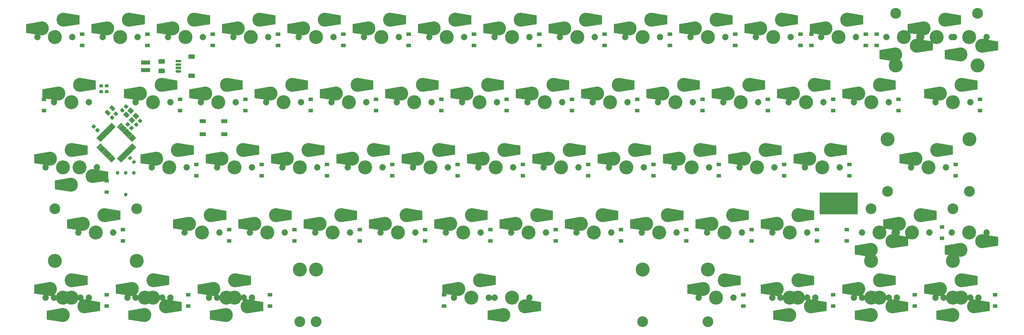
<source format=gbs>
G04 #@! TF.GenerationSoftware,KiCad,Pcbnew,(5.1.10)-1*
G04 #@! TF.CreationDate,2021-08-06T13:45:01+08:00*
G04 #@! TF.ProjectId,Bakeneko60-HS,42616b65-6e65-46b6-9f36-302d48532e6b,rev?*
G04 #@! TF.SameCoordinates,Original*
G04 #@! TF.FileFunction,Soldermask,Bot*
G04 #@! TF.FilePolarity,Negative*
%FSLAX46Y46*%
G04 Gerber Fmt 4.6, Leading zero omitted, Abs format (unit mm)*
G04 Created by KiCad (PCBNEW (5.1.10)-1) date 2021-08-06 13:45:01*
%MOMM*%
%LPD*%
G01*
G04 APERTURE LIST*
%ADD10C,0.100000*%
%ADD11C,1.852000*%
%ADD12C,1.000000*%
%ADD13C,4.102000*%
%ADD14C,4.089800*%
%ADD15C,3.150000*%
%ADD16C,1.102000*%
G04 APERTURE END LIST*
D10*
G36*
X234100000Y-45418750D02*
G01*
X223100000Y-45418750D01*
X223100000Y-51668750D01*
X234100000Y-51668750D01*
X234100000Y-45418750D01*
G37*
X234100000Y-45418750D02*
X223100000Y-45418750D01*
X223100000Y-51668750D01*
X234100000Y-51668750D01*
X234100000Y-45418750D01*
G36*
X234100000Y-45418750D02*
G01*
X223100000Y-45418750D01*
X223100000Y-51668750D01*
X234100000Y-51668750D01*
X234100000Y-45418750D01*
G37*
X234100000Y-45418750D02*
X223100000Y-45418750D01*
X223100000Y-51668750D01*
X234100000Y-51668750D01*
X234100000Y-45418750D01*
G36*
G01*
X20590600Y-20837109D02*
X20200984Y-20447493D01*
G75*
G02*
X20200984Y-20093233I177130J177130D01*
G01*
X20555244Y-19738973D01*
G75*
G02*
X20909504Y-19738973I177130J-177130D01*
G01*
X21299120Y-20128589D01*
G75*
G02*
X21299120Y-20482849I-177130J-177130D01*
G01*
X20944860Y-20837109D01*
G75*
G02*
X20590600Y-20837109I-177130J177130D01*
G01*
G37*
G36*
G01*
X19494584Y-21933125D02*
X19104968Y-21543509D01*
G75*
G02*
X19104968Y-21189249I177130J177130D01*
G01*
X19459228Y-20834989D01*
G75*
G02*
X19813488Y-20834989I177130J-177130D01*
G01*
X20203104Y-21224605D01*
G75*
G02*
X20203104Y-21578865I-177130J-177130D01*
G01*
X19848844Y-21933125D01*
G75*
G02*
X19494584Y-21933125I-177130J177130D01*
G01*
G37*
G36*
G01*
X23877488Y-25025989D02*
X24267104Y-25415605D01*
G75*
G02*
X24267104Y-25769865I-177130J-177130D01*
G01*
X23912844Y-26124125D01*
G75*
G02*
X23558584Y-26124125I-177130J177130D01*
G01*
X23168968Y-25734509D01*
G75*
G02*
X23168968Y-25380249I177130J177130D01*
G01*
X23523228Y-25025989D01*
G75*
G02*
X23877488Y-25025989I177130J-177130D01*
G01*
G37*
G36*
G01*
X24973504Y-23929973D02*
X25363120Y-24319589D01*
G75*
G02*
X25363120Y-24673849I-177130J-177130D01*
G01*
X25008860Y-25028109D01*
G75*
G02*
X24654600Y-25028109I-177130J177130D01*
G01*
X24264984Y-24638493D01*
G75*
G02*
X24264984Y-24284233I177130J177130D01*
G01*
X24619244Y-23929973D01*
G75*
G02*
X24973504Y-23929973I177130J-177130D01*
G01*
G37*
G36*
G01*
X21787825Y-25619328D02*
X21398209Y-26008944D01*
G75*
G02*
X21043949Y-26008944I-177130J177130D01*
G01*
X20689689Y-25654684D01*
G75*
G02*
X20689689Y-25300424I177130J177130D01*
G01*
X21079305Y-24910808D01*
G75*
G02*
X21433565Y-24910808I177130J-177130D01*
G01*
X21787825Y-25265068D01*
G75*
G02*
X21787825Y-25619328I-177130J-177130D01*
G01*
G37*
G36*
G01*
X22883841Y-26715344D02*
X22494225Y-27104960D01*
G75*
G02*
X22139965Y-27104960I-177130J177130D01*
G01*
X21785705Y-26750700D01*
G75*
G02*
X21785705Y-26396440I177130J177130D01*
G01*
X22175321Y-26006824D01*
G75*
G02*
X22529581Y-26006824I177130J-177130D01*
G01*
X22883841Y-26361084D01*
G75*
G02*
X22883841Y-26715344I-177130J-177130D01*
G01*
G37*
G36*
G01*
X17597056Y-22956310D02*
X17207440Y-22566694D01*
G75*
G02*
X17207440Y-22212434I177130J177130D01*
G01*
X17561700Y-21858174D01*
G75*
G02*
X17915960Y-21858174I177130J-177130D01*
G01*
X18305576Y-22247790D01*
G75*
G02*
X18305576Y-22602050I-177130J-177130D01*
G01*
X17951316Y-22956310D01*
G75*
G02*
X17597056Y-22956310I-177130J177130D01*
G01*
G37*
G36*
G01*
X16501040Y-24052326D02*
X16111424Y-23662710D01*
G75*
G02*
X16111424Y-23308450I177130J177130D01*
G01*
X16465684Y-22954190D01*
G75*
G02*
X16819944Y-22954190I177130J-177130D01*
G01*
X17209560Y-23343806D01*
G75*
G02*
X17209560Y-23698066I-177130J-177130D01*
G01*
X16855300Y-24052326D01*
G75*
G02*
X16501040Y-24052326I-177130J177130D01*
G01*
G37*
G36*
G01*
X16701542Y-21503022D02*
X15993728Y-20795208D01*
G75*
G02*
X15993728Y-20405592I194808J194808D01*
G01*
X16383344Y-20015976D01*
G75*
G02*
X16772960Y-20015976I194808J-194808D01*
G01*
X17480774Y-20723790D01*
G75*
G02*
X17480774Y-21113406I-194808J-194808D01*
G01*
X17091158Y-21503022D01*
G75*
G02*
X16701542Y-21503022I-194808J194808D01*
G01*
G37*
G36*
G01*
X15358040Y-22846524D02*
X14650226Y-22138710D01*
G75*
G02*
X14650226Y-21749094I194808J194808D01*
G01*
X15039842Y-21359478D01*
G75*
G02*
X15429458Y-21359478I194808J-194808D01*
G01*
X16137272Y-22067292D01*
G75*
G02*
X16137272Y-22456908I-194808J-194808D01*
G01*
X15747656Y-22846524D01*
G75*
G02*
X15358040Y-22846524I-194808J194808D01*
G01*
G37*
G36*
G01*
X8537500Y-2944750D02*
X7337500Y-2944750D01*
G75*
G02*
X7286500Y-2893750I0J51000D01*
G01*
X7286500Y-1993750D01*
G75*
G02*
X7337500Y-1942750I51000J0D01*
G01*
X8537500Y-1942750D01*
G75*
G02*
X8588500Y-1993750I0J-51000D01*
G01*
X8588500Y-2893750D01*
G75*
G02*
X8537500Y-2944750I-51000J0D01*
G01*
G37*
G36*
G01*
X8537500Y355250D02*
X7337500Y355250D01*
G75*
G02*
X7286500Y406250I0J51000D01*
G01*
X7286500Y1306250D01*
G75*
G02*
X7337500Y1357250I51000J0D01*
G01*
X8537500Y1357250D01*
G75*
G02*
X8588500Y1306250I0J-51000D01*
G01*
X8588500Y406250D01*
G75*
G02*
X8537500Y355250I-51000J0D01*
G01*
G37*
G36*
G01*
X27587500Y-2944750D02*
X26387500Y-2944750D01*
G75*
G02*
X26336500Y-2893750I0J51000D01*
G01*
X26336500Y-1993750D01*
G75*
G02*
X26387500Y-1942750I51000J0D01*
G01*
X27587500Y-1942750D01*
G75*
G02*
X27638500Y-1993750I0J-51000D01*
G01*
X27638500Y-2893750D01*
G75*
G02*
X27587500Y-2944750I-51000J0D01*
G01*
G37*
G36*
G01*
X27587500Y355250D02*
X26387500Y355250D01*
G75*
G02*
X26336500Y406250I0J51000D01*
G01*
X26336500Y1306250D01*
G75*
G02*
X26387500Y1357250I51000J0D01*
G01*
X27587500Y1357250D01*
G75*
G02*
X27638500Y1306250I0J-51000D01*
G01*
X27638500Y406250D01*
G75*
G02*
X27587500Y355250I-51000J0D01*
G01*
G37*
G36*
G01*
X46637500Y-2944750D02*
X45437500Y-2944750D01*
G75*
G02*
X45386500Y-2893750I0J51000D01*
G01*
X45386500Y-1993750D01*
G75*
G02*
X45437500Y-1942750I51000J0D01*
G01*
X46637500Y-1942750D01*
G75*
G02*
X46688500Y-1993750I0J-51000D01*
G01*
X46688500Y-2893750D01*
G75*
G02*
X46637500Y-2944750I-51000J0D01*
G01*
G37*
G36*
G01*
X46637500Y355250D02*
X45437500Y355250D01*
G75*
G02*
X45386500Y406250I0J51000D01*
G01*
X45386500Y1306250D01*
G75*
G02*
X45437500Y1357250I51000J0D01*
G01*
X46637500Y1357250D01*
G75*
G02*
X46688500Y1306250I0J-51000D01*
G01*
X46688500Y406250D01*
G75*
G02*
X46637500Y355250I-51000J0D01*
G01*
G37*
G36*
G01*
X65687500Y-2944750D02*
X64487500Y-2944750D01*
G75*
G02*
X64436500Y-2893750I0J51000D01*
G01*
X64436500Y-1993750D01*
G75*
G02*
X64487500Y-1942750I51000J0D01*
G01*
X65687500Y-1942750D01*
G75*
G02*
X65738500Y-1993750I0J-51000D01*
G01*
X65738500Y-2893750D01*
G75*
G02*
X65687500Y-2944750I-51000J0D01*
G01*
G37*
G36*
G01*
X65687500Y355250D02*
X64487500Y355250D01*
G75*
G02*
X64436500Y406250I0J51000D01*
G01*
X64436500Y1306250D01*
G75*
G02*
X64487500Y1357250I51000J0D01*
G01*
X65687500Y1357250D01*
G75*
G02*
X65738500Y1306250I0J-51000D01*
G01*
X65738500Y406250D01*
G75*
G02*
X65687500Y355250I-51000J0D01*
G01*
G37*
G36*
G01*
X84737500Y-2944750D02*
X83537500Y-2944750D01*
G75*
G02*
X83486500Y-2893750I0J51000D01*
G01*
X83486500Y-1993750D01*
G75*
G02*
X83537500Y-1942750I51000J0D01*
G01*
X84737500Y-1942750D01*
G75*
G02*
X84788500Y-1993750I0J-51000D01*
G01*
X84788500Y-2893750D01*
G75*
G02*
X84737500Y-2944750I-51000J0D01*
G01*
G37*
G36*
G01*
X84737500Y355250D02*
X83537500Y355250D01*
G75*
G02*
X83486500Y406250I0J51000D01*
G01*
X83486500Y1306250D01*
G75*
G02*
X83537500Y1357250I51000J0D01*
G01*
X84737500Y1357250D01*
G75*
G02*
X84788500Y1306250I0J-51000D01*
G01*
X84788500Y406250D01*
G75*
G02*
X84737500Y355250I-51000J0D01*
G01*
G37*
G36*
G01*
X103787500Y-2944750D02*
X102587500Y-2944750D01*
G75*
G02*
X102536500Y-2893750I0J51000D01*
G01*
X102536500Y-1993750D01*
G75*
G02*
X102587500Y-1942750I51000J0D01*
G01*
X103787500Y-1942750D01*
G75*
G02*
X103838500Y-1993750I0J-51000D01*
G01*
X103838500Y-2893750D01*
G75*
G02*
X103787500Y-2944750I-51000J0D01*
G01*
G37*
G36*
G01*
X103787500Y355250D02*
X102587500Y355250D01*
G75*
G02*
X102536500Y406250I0J51000D01*
G01*
X102536500Y1306250D01*
G75*
G02*
X102587500Y1357250I51000J0D01*
G01*
X103787500Y1357250D01*
G75*
G02*
X103838500Y1306250I0J-51000D01*
G01*
X103838500Y406250D01*
G75*
G02*
X103787500Y355250I-51000J0D01*
G01*
G37*
G36*
G01*
X122837500Y-2944750D02*
X121637500Y-2944750D01*
G75*
G02*
X121586500Y-2893750I0J51000D01*
G01*
X121586500Y-1993750D01*
G75*
G02*
X121637500Y-1942750I51000J0D01*
G01*
X122837500Y-1942750D01*
G75*
G02*
X122888500Y-1993750I0J-51000D01*
G01*
X122888500Y-2893750D01*
G75*
G02*
X122837500Y-2944750I-51000J0D01*
G01*
G37*
G36*
G01*
X122837500Y355250D02*
X121637500Y355250D01*
G75*
G02*
X121586500Y406250I0J51000D01*
G01*
X121586500Y1306250D01*
G75*
G02*
X121637500Y1357250I51000J0D01*
G01*
X122837500Y1357250D01*
G75*
G02*
X122888500Y1306250I0J-51000D01*
G01*
X122888500Y406250D01*
G75*
G02*
X122837500Y355250I-51000J0D01*
G01*
G37*
G36*
G01*
X141887500Y-2944750D02*
X140687500Y-2944750D01*
G75*
G02*
X140636500Y-2893750I0J51000D01*
G01*
X140636500Y-1993750D01*
G75*
G02*
X140687500Y-1942750I51000J0D01*
G01*
X141887500Y-1942750D01*
G75*
G02*
X141938500Y-1993750I0J-51000D01*
G01*
X141938500Y-2893750D01*
G75*
G02*
X141887500Y-2944750I-51000J0D01*
G01*
G37*
G36*
G01*
X141887500Y355250D02*
X140687500Y355250D01*
G75*
G02*
X140636500Y406250I0J51000D01*
G01*
X140636500Y1306250D01*
G75*
G02*
X140687500Y1357250I51000J0D01*
G01*
X141887500Y1357250D01*
G75*
G02*
X141938500Y1306250I0J-51000D01*
G01*
X141938500Y406250D01*
G75*
G02*
X141887500Y355250I-51000J0D01*
G01*
G37*
G36*
G01*
X160937500Y-2944750D02*
X159737500Y-2944750D01*
G75*
G02*
X159686500Y-2893750I0J51000D01*
G01*
X159686500Y-1993750D01*
G75*
G02*
X159737500Y-1942750I51000J0D01*
G01*
X160937500Y-1942750D01*
G75*
G02*
X160988500Y-1993750I0J-51000D01*
G01*
X160988500Y-2893750D01*
G75*
G02*
X160937500Y-2944750I-51000J0D01*
G01*
G37*
G36*
G01*
X160937500Y355250D02*
X159737500Y355250D01*
G75*
G02*
X159686500Y406250I0J51000D01*
G01*
X159686500Y1306250D01*
G75*
G02*
X159737500Y1357250I51000J0D01*
G01*
X160937500Y1357250D01*
G75*
G02*
X160988500Y1306250I0J-51000D01*
G01*
X160988500Y406250D01*
G75*
G02*
X160937500Y355250I-51000J0D01*
G01*
G37*
G36*
G01*
X179987500Y-2944750D02*
X178787500Y-2944750D01*
G75*
G02*
X178736500Y-2893750I0J51000D01*
G01*
X178736500Y-1993750D01*
G75*
G02*
X178787500Y-1942750I51000J0D01*
G01*
X179987500Y-1942750D01*
G75*
G02*
X180038500Y-1993750I0J-51000D01*
G01*
X180038500Y-2893750D01*
G75*
G02*
X179987500Y-2944750I-51000J0D01*
G01*
G37*
G36*
G01*
X179987500Y355250D02*
X178787500Y355250D01*
G75*
G02*
X178736500Y406250I0J51000D01*
G01*
X178736500Y1306250D01*
G75*
G02*
X178787500Y1357250I51000J0D01*
G01*
X179987500Y1357250D01*
G75*
G02*
X180038500Y1306250I0J-51000D01*
G01*
X180038500Y406250D01*
G75*
G02*
X179987500Y355250I-51000J0D01*
G01*
G37*
G36*
G01*
X199037500Y-2944750D02*
X197837500Y-2944750D01*
G75*
G02*
X197786500Y-2893750I0J51000D01*
G01*
X197786500Y-1993750D01*
G75*
G02*
X197837500Y-1942750I51000J0D01*
G01*
X199037500Y-1942750D01*
G75*
G02*
X199088500Y-1993750I0J-51000D01*
G01*
X199088500Y-2893750D01*
G75*
G02*
X199037500Y-2944750I-51000J0D01*
G01*
G37*
G36*
G01*
X199037500Y355250D02*
X197837500Y355250D01*
G75*
G02*
X197786500Y406250I0J51000D01*
G01*
X197786500Y1306250D01*
G75*
G02*
X197837500Y1357250I51000J0D01*
G01*
X199037500Y1357250D01*
G75*
G02*
X199088500Y1306250I0J-51000D01*
G01*
X199088500Y406250D01*
G75*
G02*
X199037500Y355250I-51000J0D01*
G01*
G37*
G36*
G01*
X218087500Y-2944750D02*
X216887500Y-2944750D01*
G75*
G02*
X216836500Y-2893750I0J51000D01*
G01*
X216836500Y-1993750D01*
G75*
G02*
X216887500Y-1942750I51000J0D01*
G01*
X218087500Y-1942750D01*
G75*
G02*
X218138500Y-1993750I0J-51000D01*
G01*
X218138500Y-2893750D01*
G75*
G02*
X218087500Y-2944750I-51000J0D01*
G01*
G37*
G36*
G01*
X218087500Y355250D02*
X216887500Y355250D01*
G75*
G02*
X216836500Y406250I0J51000D01*
G01*
X216836500Y1306250D01*
G75*
G02*
X216887500Y1357250I51000J0D01*
G01*
X218087500Y1357250D01*
G75*
G02*
X218138500Y1306250I0J-51000D01*
G01*
X218138500Y406250D01*
G75*
G02*
X218087500Y355250I-51000J0D01*
G01*
G37*
G36*
G01*
X221262500Y-2944750D02*
X220062500Y-2944750D01*
G75*
G02*
X220011500Y-2893750I0J51000D01*
G01*
X220011500Y-1993750D01*
G75*
G02*
X220062500Y-1942750I51000J0D01*
G01*
X221262500Y-1942750D01*
G75*
G02*
X221313500Y-1993750I0J-51000D01*
G01*
X221313500Y-2893750D01*
G75*
G02*
X221262500Y-2944750I-51000J0D01*
G01*
G37*
G36*
G01*
X221262500Y355250D02*
X220062500Y355250D01*
G75*
G02*
X220011500Y406250I0J51000D01*
G01*
X220011500Y1306250D01*
G75*
G02*
X220062500Y1357250I51000J0D01*
G01*
X221262500Y1357250D01*
G75*
G02*
X221313500Y1306250I0J-51000D01*
G01*
X221313500Y406250D01*
G75*
G02*
X221262500Y355250I-51000J0D01*
G01*
G37*
G36*
G01*
X237137500Y-2944750D02*
X235937500Y-2944750D01*
G75*
G02*
X235886500Y-2893750I0J51000D01*
G01*
X235886500Y-1993750D01*
G75*
G02*
X235937500Y-1942750I51000J0D01*
G01*
X237137500Y-1942750D01*
G75*
G02*
X237188500Y-1993750I0J-51000D01*
G01*
X237188500Y-2893750D01*
G75*
G02*
X237137500Y-2944750I-51000J0D01*
G01*
G37*
G36*
G01*
X237137500Y355250D02*
X235937500Y355250D01*
G75*
G02*
X235886500Y406250I0J51000D01*
G01*
X235886500Y1306250D01*
G75*
G02*
X235937500Y1357250I51000J0D01*
G01*
X237137500Y1357250D01*
G75*
G02*
X237188500Y1306250I0J-51000D01*
G01*
X237188500Y406250D01*
G75*
G02*
X237137500Y355250I-51000J0D01*
G01*
G37*
G36*
G01*
X-2575000Y-21994750D02*
X-3775000Y-21994750D01*
G75*
G02*
X-3826000Y-21943750I0J51000D01*
G01*
X-3826000Y-21043750D01*
G75*
G02*
X-3775000Y-20992750I51000J0D01*
G01*
X-2575000Y-20992750D01*
G75*
G02*
X-2524000Y-21043750I0J-51000D01*
G01*
X-2524000Y-21943750D01*
G75*
G02*
X-2575000Y-21994750I-51000J0D01*
G01*
G37*
G36*
G01*
X-2575000Y-18694750D02*
X-3775000Y-18694750D01*
G75*
G02*
X-3826000Y-18643750I0J51000D01*
G01*
X-3826000Y-17743750D01*
G75*
G02*
X-3775000Y-17692750I51000J0D01*
G01*
X-2575000Y-17692750D01*
G75*
G02*
X-2524000Y-17743750I0J-51000D01*
G01*
X-2524000Y-18643750D01*
G75*
G02*
X-2575000Y-18694750I-51000J0D01*
G01*
G37*
G36*
G01*
X37112500Y-21994750D02*
X35912500Y-21994750D01*
G75*
G02*
X35861500Y-21943750I0J51000D01*
G01*
X35861500Y-21043750D01*
G75*
G02*
X35912500Y-20992750I51000J0D01*
G01*
X37112500Y-20992750D01*
G75*
G02*
X37163500Y-21043750I0J-51000D01*
G01*
X37163500Y-21943750D01*
G75*
G02*
X37112500Y-21994750I-51000J0D01*
G01*
G37*
G36*
G01*
X37112500Y-18694750D02*
X35912500Y-18694750D01*
G75*
G02*
X35861500Y-18643750I0J51000D01*
G01*
X35861500Y-17743750D01*
G75*
G02*
X35912500Y-17692750I51000J0D01*
G01*
X37112500Y-17692750D01*
G75*
G02*
X37163500Y-17743750I0J-51000D01*
G01*
X37163500Y-18643750D01*
G75*
G02*
X37112500Y-18694750I-51000J0D01*
G01*
G37*
G36*
G01*
X56162500Y-21994750D02*
X54962500Y-21994750D01*
G75*
G02*
X54911500Y-21943750I0J51000D01*
G01*
X54911500Y-21043750D01*
G75*
G02*
X54962500Y-20992750I51000J0D01*
G01*
X56162500Y-20992750D01*
G75*
G02*
X56213500Y-21043750I0J-51000D01*
G01*
X56213500Y-21943750D01*
G75*
G02*
X56162500Y-21994750I-51000J0D01*
G01*
G37*
G36*
G01*
X56162500Y-18694750D02*
X54962500Y-18694750D01*
G75*
G02*
X54911500Y-18643750I0J51000D01*
G01*
X54911500Y-17743750D01*
G75*
G02*
X54962500Y-17692750I51000J0D01*
G01*
X56162500Y-17692750D01*
G75*
G02*
X56213500Y-17743750I0J-51000D01*
G01*
X56213500Y-18643750D01*
G75*
G02*
X56162500Y-18694750I-51000J0D01*
G01*
G37*
G36*
G01*
X75212500Y-21994750D02*
X74012500Y-21994750D01*
G75*
G02*
X73961500Y-21943750I0J51000D01*
G01*
X73961500Y-21043750D01*
G75*
G02*
X74012500Y-20992750I51000J0D01*
G01*
X75212500Y-20992750D01*
G75*
G02*
X75263500Y-21043750I0J-51000D01*
G01*
X75263500Y-21943750D01*
G75*
G02*
X75212500Y-21994750I-51000J0D01*
G01*
G37*
G36*
G01*
X75212500Y-18694750D02*
X74012500Y-18694750D01*
G75*
G02*
X73961500Y-18643750I0J51000D01*
G01*
X73961500Y-17743750D01*
G75*
G02*
X74012500Y-17692750I51000J0D01*
G01*
X75212500Y-17692750D01*
G75*
G02*
X75263500Y-17743750I0J-51000D01*
G01*
X75263500Y-18643750D01*
G75*
G02*
X75212500Y-18694750I-51000J0D01*
G01*
G37*
G36*
G01*
X94262500Y-21994750D02*
X93062500Y-21994750D01*
G75*
G02*
X93011500Y-21943750I0J51000D01*
G01*
X93011500Y-21043750D01*
G75*
G02*
X93062500Y-20992750I51000J0D01*
G01*
X94262500Y-20992750D01*
G75*
G02*
X94313500Y-21043750I0J-51000D01*
G01*
X94313500Y-21943750D01*
G75*
G02*
X94262500Y-21994750I-51000J0D01*
G01*
G37*
G36*
G01*
X94262500Y-18694750D02*
X93062500Y-18694750D01*
G75*
G02*
X93011500Y-18643750I0J51000D01*
G01*
X93011500Y-17743750D01*
G75*
G02*
X93062500Y-17692750I51000J0D01*
G01*
X94262500Y-17692750D01*
G75*
G02*
X94313500Y-17743750I0J-51000D01*
G01*
X94313500Y-18643750D01*
G75*
G02*
X94262500Y-18694750I-51000J0D01*
G01*
G37*
G36*
G01*
X113312500Y-21994750D02*
X112112500Y-21994750D01*
G75*
G02*
X112061500Y-21943750I0J51000D01*
G01*
X112061500Y-21043750D01*
G75*
G02*
X112112500Y-20992750I51000J0D01*
G01*
X113312500Y-20992750D01*
G75*
G02*
X113363500Y-21043750I0J-51000D01*
G01*
X113363500Y-21943750D01*
G75*
G02*
X113312500Y-21994750I-51000J0D01*
G01*
G37*
G36*
G01*
X113312500Y-18694750D02*
X112112500Y-18694750D01*
G75*
G02*
X112061500Y-18643750I0J51000D01*
G01*
X112061500Y-17743750D01*
G75*
G02*
X112112500Y-17692750I51000J0D01*
G01*
X113312500Y-17692750D01*
G75*
G02*
X113363500Y-17743750I0J-51000D01*
G01*
X113363500Y-18643750D01*
G75*
G02*
X113312500Y-18694750I-51000J0D01*
G01*
G37*
G36*
G01*
X132362500Y-21994750D02*
X131162500Y-21994750D01*
G75*
G02*
X131111500Y-21943750I0J51000D01*
G01*
X131111500Y-21043750D01*
G75*
G02*
X131162500Y-20992750I51000J0D01*
G01*
X132362500Y-20992750D01*
G75*
G02*
X132413500Y-21043750I0J-51000D01*
G01*
X132413500Y-21943750D01*
G75*
G02*
X132362500Y-21994750I-51000J0D01*
G01*
G37*
G36*
G01*
X132362500Y-18694750D02*
X131162500Y-18694750D01*
G75*
G02*
X131111500Y-18643750I0J51000D01*
G01*
X131111500Y-17743750D01*
G75*
G02*
X131162500Y-17692750I51000J0D01*
G01*
X132362500Y-17692750D01*
G75*
G02*
X132413500Y-17743750I0J-51000D01*
G01*
X132413500Y-18643750D01*
G75*
G02*
X132362500Y-18694750I-51000J0D01*
G01*
G37*
G36*
G01*
X151412500Y-21994750D02*
X150212500Y-21994750D01*
G75*
G02*
X150161500Y-21943750I0J51000D01*
G01*
X150161500Y-21043750D01*
G75*
G02*
X150212500Y-20992750I51000J0D01*
G01*
X151412500Y-20992750D01*
G75*
G02*
X151463500Y-21043750I0J-51000D01*
G01*
X151463500Y-21943750D01*
G75*
G02*
X151412500Y-21994750I-51000J0D01*
G01*
G37*
G36*
G01*
X151412500Y-18694750D02*
X150212500Y-18694750D01*
G75*
G02*
X150161500Y-18643750I0J51000D01*
G01*
X150161500Y-17743750D01*
G75*
G02*
X150212500Y-17692750I51000J0D01*
G01*
X151412500Y-17692750D01*
G75*
G02*
X151463500Y-17743750I0J-51000D01*
G01*
X151463500Y-18643750D01*
G75*
G02*
X151412500Y-18694750I-51000J0D01*
G01*
G37*
G36*
G01*
X170462500Y-21994750D02*
X169262500Y-21994750D01*
G75*
G02*
X169211500Y-21943750I0J51000D01*
G01*
X169211500Y-21043750D01*
G75*
G02*
X169262500Y-20992750I51000J0D01*
G01*
X170462500Y-20992750D01*
G75*
G02*
X170513500Y-21043750I0J-51000D01*
G01*
X170513500Y-21943750D01*
G75*
G02*
X170462500Y-21994750I-51000J0D01*
G01*
G37*
G36*
G01*
X170462500Y-18694750D02*
X169262500Y-18694750D01*
G75*
G02*
X169211500Y-18643750I0J51000D01*
G01*
X169211500Y-17743750D01*
G75*
G02*
X169262500Y-17692750I51000J0D01*
G01*
X170462500Y-17692750D01*
G75*
G02*
X170513500Y-17743750I0J-51000D01*
G01*
X170513500Y-18643750D01*
G75*
G02*
X170462500Y-18694750I-51000J0D01*
G01*
G37*
G36*
G01*
X189512500Y-21994750D02*
X188312500Y-21994750D01*
G75*
G02*
X188261500Y-21943750I0J51000D01*
G01*
X188261500Y-21043750D01*
G75*
G02*
X188312500Y-20992750I51000J0D01*
G01*
X189512500Y-20992750D01*
G75*
G02*
X189563500Y-21043750I0J-51000D01*
G01*
X189563500Y-21943750D01*
G75*
G02*
X189512500Y-21994750I-51000J0D01*
G01*
G37*
G36*
G01*
X189512500Y-18694750D02*
X188312500Y-18694750D01*
G75*
G02*
X188261500Y-18643750I0J51000D01*
G01*
X188261500Y-17743750D01*
G75*
G02*
X188312500Y-17692750I51000J0D01*
G01*
X189512500Y-17692750D01*
G75*
G02*
X189563500Y-17743750I0J-51000D01*
G01*
X189563500Y-18643750D01*
G75*
G02*
X189512500Y-18694750I-51000J0D01*
G01*
G37*
G36*
G01*
X227612500Y-21994750D02*
X226412500Y-21994750D01*
G75*
G02*
X226361500Y-21943750I0J51000D01*
G01*
X226361500Y-21043750D01*
G75*
G02*
X226412500Y-20992750I51000J0D01*
G01*
X227612500Y-20992750D01*
G75*
G02*
X227663500Y-21043750I0J-51000D01*
G01*
X227663500Y-21943750D01*
G75*
G02*
X227612500Y-21994750I-51000J0D01*
G01*
G37*
G36*
G01*
X227612500Y-18694750D02*
X226412500Y-18694750D01*
G75*
G02*
X226361500Y-18643750I0J51000D01*
G01*
X226361500Y-17743750D01*
G75*
G02*
X226412500Y-17692750I51000J0D01*
G01*
X227612500Y-17692750D01*
G75*
G02*
X227663500Y-17743750I0J-51000D01*
G01*
X227663500Y-18643750D01*
G75*
G02*
X227612500Y-18694750I-51000J0D01*
G01*
G37*
G36*
G01*
X246662500Y-21994750D02*
X245462500Y-21994750D01*
G75*
G02*
X245411500Y-21943750I0J51000D01*
G01*
X245411500Y-21043750D01*
G75*
G02*
X245462500Y-20992750I51000J0D01*
G01*
X246662500Y-20992750D01*
G75*
G02*
X246713500Y-21043750I0J-51000D01*
G01*
X246713500Y-21943750D01*
G75*
G02*
X246662500Y-21994750I-51000J0D01*
G01*
G37*
G36*
G01*
X246662500Y-18694750D02*
X245462500Y-18694750D01*
G75*
G02*
X245411500Y-18643750I0J51000D01*
G01*
X245411500Y-17743750D01*
G75*
G02*
X245462500Y-17692750I51000J0D01*
G01*
X246662500Y-17692750D01*
G75*
G02*
X246713500Y-17743750I0J-51000D01*
G01*
X246713500Y-18643750D01*
G75*
G02*
X246662500Y-18694750I-51000J0D01*
G01*
G37*
G36*
G01*
X270475000Y-21994750D02*
X269275000Y-21994750D01*
G75*
G02*
X269224000Y-21943750I0J51000D01*
G01*
X269224000Y-21043750D01*
G75*
G02*
X269275000Y-20992750I51000J0D01*
G01*
X270475000Y-20992750D01*
G75*
G02*
X270526000Y-21043750I0J-51000D01*
G01*
X270526000Y-21943750D01*
G75*
G02*
X270475000Y-21994750I-51000J0D01*
G01*
G37*
G36*
G01*
X270475000Y-18694750D02*
X269275000Y-18694750D01*
G75*
G02*
X269224000Y-18643750I0J51000D01*
G01*
X269224000Y-17743750D01*
G75*
G02*
X269275000Y-17692750I51000J0D01*
G01*
X270475000Y-17692750D01*
G75*
G02*
X270526000Y-17743750I0J-51000D01*
G01*
X270526000Y-18643750D01*
G75*
G02*
X270475000Y-18694750I-51000J0D01*
G01*
G37*
G36*
G01*
X15681250Y-45807250D02*
X14481250Y-45807250D01*
G75*
G02*
X14430250Y-45756250I0J51000D01*
G01*
X14430250Y-44856250D01*
G75*
G02*
X14481250Y-44805250I51000J0D01*
G01*
X15681250Y-44805250D01*
G75*
G02*
X15732250Y-44856250I0J-51000D01*
G01*
X15732250Y-45756250D01*
G75*
G02*
X15681250Y-45807250I-51000J0D01*
G01*
G37*
G36*
G01*
X15681250Y-42507250D02*
X14481250Y-42507250D01*
G75*
G02*
X14430250Y-42456250I0J51000D01*
G01*
X14430250Y-41556250D01*
G75*
G02*
X14481250Y-41505250I51000J0D01*
G01*
X15681250Y-41505250D01*
G75*
G02*
X15732250Y-41556250I0J-51000D01*
G01*
X15732250Y-42456250D01*
G75*
G02*
X15681250Y-42507250I-51000J0D01*
G01*
G37*
G36*
G01*
X41875000Y-41044750D02*
X40675000Y-41044750D01*
G75*
G02*
X40624000Y-40993750I0J51000D01*
G01*
X40624000Y-40093750D01*
G75*
G02*
X40675000Y-40042750I51000J0D01*
G01*
X41875000Y-40042750D01*
G75*
G02*
X41926000Y-40093750I0J-51000D01*
G01*
X41926000Y-40993750D01*
G75*
G02*
X41875000Y-41044750I-51000J0D01*
G01*
G37*
G36*
G01*
X41875000Y-37744750D02*
X40675000Y-37744750D01*
G75*
G02*
X40624000Y-37693750I0J51000D01*
G01*
X40624000Y-36793750D01*
G75*
G02*
X40675000Y-36742750I51000J0D01*
G01*
X41875000Y-36742750D01*
G75*
G02*
X41926000Y-36793750I0J-51000D01*
G01*
X41926000Y-37693750D01*
G75*
G02*
X41875000Y-37744750I-51000J0D01*
G01*
G37*
G36*
G01*
X60925000Y-41044750D02*
X59725000Y-41044750D01*
G75*
G02*
X59674000Y-40993750I0J51000D01*
G01*
X59674000Y-40093750D01*
G75*
G02*
X59725000Y-40042750I51000J0D01*
G01*
X60925000Y-40042750D01*
G75*
G02*
X60976000Y-40093750I0J-51000D01*
G01*
X60976000Y-40993750D01*
G75*
G02*
X60925000Y-41044750I-51000J0D01*
G01*
G37*
G36*
G01*
X60925000Y-37744750D02*
X59725000Y-37744750D01*
G75*
G02*
X59674000Y-37693750I0J51000D01*
G01*
X59674000Y-36793750D01*
G75*
G02*
X59725000Y-36742750I51000J0D01*
G01*
X60925000Y-36742750D01*
G75*
G02*
X60976000Y-36793750I0J-51000D01*
G01*
X60976000Y-37693750D01*
G75*
G02*
X60925000Y-37744750I-51000J0D01*
G01*
G37*
G36*
G01*
X79975000Y-41044750D02*
X78775000Y-41044750D01*
G75*
G02*
X78724000Y-40993750I0J51000D01*
G01*
X78724000Y-40093750D01*
G75*
G02*
X78775000Y-40042750I51000J0D01*
G01*
X79975000Y-40042750D01*
G75*
G02*
X80026000Y-40093750I0J-51000D01*
G01*
X80026000Y-40993750D01*
G75*
G02*
X79975000Y-41044750I-51000J0D01*
G01*
G37*
G36*
G01*
X79975000Y-37744750D02*
X78775000Y-37744750D01*
G75*
G02*
X78724000Y-37693750I0J51000D01*
G01*
X78724000Y-36793750D01*
G75*
G02*
X78775000Y-36742750I51000J0D01*
G01*
X79975000Y-36742750D01*
G75*
G02*
X80026000Y-36793750I0J-51000D01*
G01*
X80026000Y-37693750D01*
G75*
G02*
X79975000Y-37744750I-51000J0D01*
G01*
G37*
G36*
G01*
X99025000Y-41044750D02*
X97825000Y-41044750D01*
G75*
G02*
X97774000Y-40993750I0J51000D01*
G01*
X97774000Y-40093750D01*
G75*
G02*
X97825000Y-40042750I51000J0D01*
G01*
X99025000Y-40042750D01*
G75*
G02*
X99076000Y-40093750I0J-51000D01*
G01*
X99076000Y-40993750D01*
G75*
G02*
X99025000Y-41044750I-51000J0D01*
G01*
G37*
G36*
G01*
X99025000Y-37744750D02*
X97825000Y-37744750D01*
G75*
G02*
X97774000Y-37693750I0J51000D01*
G01*
X97774000Y-36793750D01*
G75*
G02*
X97825000Y-36742750I51000J0D01*
G01*
X99025000Y-36742750D01*
G75*
G02*
X99076000Y-36793750I0J-51000D01*
G01*
X99076000Y-37693750D01*
G75*
G02*
X99025000Y-37744750I-51000J0D01*
G01*
G37*
G36*
G01*
X118075000Y-41044750D02*
X116875000Y-41044750D01*
G75*
G02*
X116824000Y-40993750I0J51000D01*
G01*
X116824000Y-40093750D01*
G75*
G02*
X116875000Y-40042750I51000J0D01*
G01*
X118075000Y-40042750D01*
G75*
G02*
X118126000Y-40093750I0J-51000D01*
G01*
X118126000Y-40993750D01*
G75*
G02*
X118075000Y-41044750I-51000J0D01*
G01*
G37*
G36*
G01*
X118075000Y-37744750D02*
X116875000Y-37744750D01*
G75*
G02*
X116824000Y-37693750I0J51000D01*
G01*
X116824000Y-36793750D01*
G75*
G02*
X116875000Y-36742750I51000J0D01*
G01*
X118075000Y-36742750D01*
G75*
G02*
X118126000Y-36793750I0J-51000D01*
G01*
X118126000Y-37693750D01*
G75*
G02*
X118075000Y-37744750I-51000J0D01*
G01*
G37*
G36*
G01*
X137125000Y-41044750D02*
X135925000Y-41044750D01*
G75*
G02*
X135874000Y-40993750I0J51000D01*
G01*
X135874000Y-40093750D01*
G75*
G02*
X135925000Y-40042750I51000J0D01*
G01*
X137125000Y-40042750D01*
G75*
G02*
X137176000Y-40093750I0J-51000D01*
G01*
X137176000Y-40993750D01*
G75*
G02*
X137125000Y-41044750I-51000J0D01*
G01*
G37*
G36*
G01*
X137125000Y-37744750D02*
X135925000Y-37744750D01*
G75*
G02*
X135874000Y-37693750I0J51000D01*
G01*
X135874000Y-36793750D01*
G75*
G02*
X135925000Y-36742750I51000J0D01*
G01*
X137125000Y-36742750D01*
G75*
G02*
X137176000Y-36793750I0J-51000D01*
G01*
X137176000Y-37693750D01*
G75*
G02*
X137125000Y-37744750I-51000J0D01*
G01*
G37*
G36*
G01*
X156175000Y-41044750D02*
X154975000Y-41044750D01*
G75*
G02*
X154924000Y-40993750I0J51000D01*
G01*
X154924000Y-40093750D01*
G75*
G02*
X154975000Y-40042750I51000J0D01*
G01*
X156175000Y-40042750D01*
G75*
G02*
X156226000Y-40093750I0J-51000D01*
G01*
X156226000Y-40993750D01*
G75*
G02*
X156175000Y-41044750I-51000J0D01*
G01*
G37*
G36*
G01*
X156175000Y-37744750D02*
X154975000Y-37744750D01*
G75*
G02*
X154924000Y-37693750I0J51000D01*
G01*
X154924000Y-36793750D01*
G75*
G02*
X154975000Y-36742750I51000J0D01*
G01*
X156175000Y-36742750D01*
G75*
G02*
X156226000Y-36793750I0J-51000D01*
G01*
X156226000Y-37693750D01*
G75*
G02*
X156175000Y-37744750I-51000J0D01*
G01*
G37*
G36*
G01*
X175225000Y-41044750D02*
X174025000Y-41044750D01*
G75*
G02*
X173974000Y-40993750I0J51000D01*
G01*
X173974000Y-40093750D01*
G75*
G02*
X174025000Y-40042750I51000J0D01*
G01*
X175225000Y-40042750D01*
G75*
G02*
X175276000Y-40093750I0J-51000D01*
G01*
X175276000Y-40993750D01*
G75*
G02*
X175225000Y-41044750I-51000J0D01*
G01*
G37*
G36*
G01*
X175225000Y-37744750D02*
X174025000Y-37744750D01*
G75*
G02*
X173974000Y-37693750I0J51000D01*
G01*
X173974000Y-36793750D01*
G75*
G02*
X174025000Y-36742750I51000J0D01*
G01*
X175225000Y-36742750D01*
G75*
G02*
X175276000Y-36793750I0J-51000D01*
G01*
X175276000Y-37693750D01*
G75*
G02*
X175225000Y-37744750I-51000J0D01*
G01*
G37*
G36*
G01*
X194275000Y-41044750D02*
X193075000Y-41044750D01*
G75*
G02*
X193024000Y-40993750I0J51000D01*
G01*
X193024000Y-40093750D01*
G75*
G02*
X193075000Y-40042750I51000J0D01*
G01*
X194275000Y-40042750D01*
G75*
G02*
X194326000Y-40093750I0J-51000D01*
G01*
X194326000Y-40993750D01*
G75*
G02*
X194275000Y-41044750I-51000J0D01*
G01*
G37*
G36*
G01*
X194275000Y-37744750D02*
X193075000Y-37744750D01*
G75*
G02*
X193024000Y-37693750I0J51000D01*
G01*
X193024000Y-36793750D01*
G75*
G02*
X193075000Y-36742750I51000J0D01*
G01*
X194275000Y-36742750D01*
G75*
G02*
X194326000Y-36793750I0J-51000D01*
G01*
X194326000Y-37693750D01*
G75*
G02*
X194275000Y-37744750I-51000J0D01*
G01*
G37*
G36*
G01*
X213325000Y-41044750D02*
X212125000Y-41044750D01*
G75*
G02*
X212074000Y-40993750I0J51000D01*
G01*
X212074000Y-40093750D01*
G75*
G02*
X212125000Y-40042750I51000J0D01*
G01*
X213325000Y-40042750D01*
G75*
G02*
X213376000Y-40093750I0J-51000D01*
G01*
X213376000Y-40993750D01*
G75*
G02*
X213325000Y-41044750I-51000J0D01*
G01*
G37*
G36*
G01*
X213325000Y-37744750D02*
X212125000Y-37744750D01*
G75*
G02*
X212074000Y-37693750I0J51000D01*
G01*
X212074000Y-36793750D01*
G75*
G02*
X212125000Y-36742750I51000J0D01*
G01*
X213325000Y-36742750D01*
G75*
G02*
X213376000Y-36793750I0J-51000D01*
G01*
X213376000Y-37693750D01*
G75*
G02*
X213325000Y-37744750I-51000J0D01*
G01*
G37*
G36*
G01*
X232375000Y-41044750D02*
X231175000Y-41044750D01*
G75*
G02*
X231124000Y-40993750I0J51000D01*
G01*
X231124000Y-40093750D01*
G75*
G02*
X231175000Y-40042750I51000J0D01*
G01*
X232375000Y-40042750D01*
G75*
G02*
X232426000Y-40093750I0J-51000D01*
G01*
X232426000Y-40993750D01*
G75*
G02*
X232375000Y-41044750I-51000J0D01*
G01*
G37*
G36*
G01*
X232375000Y-37744750D02*
X231175000Y-37744750D01*
G75*
G02*
X231124000Y-37693750I0J51000D01*
G01*
X231124000Y-36793750D01*
G75*
G02*
X231175000Y-36742750I51000J0D01*
G01*
X232375000Y-36742750D01*
G75*
G02*
X232426000Y-36793750I0J-51000D01*
G01*
X232426000Y-37693750D01*
G75*
G02*
X232375000Y-37744750I-51000J0D01*
G01*
G37*
G36*
G01*
X263331250Y-41044750D02*
X262131250Y-41044750D01*
G75*
G02*
X262080250Y-40993750I0J51000D01*
G01*
X262080250Y-40093750D01*
G75*
G02*
X262131250Y-40042750I51000J0D01*
G01*
X263331250Y-40042750D01*
G75*
G02*
X263382250Y-40093750I0J-51000D01*
G01*
X263382250Y-40993750D01*
G75*
G02*
X263331250Y-41044750I-51000J0D01*
G01*
G37*
G36*
G01*
X263331250Y-37744750D02*
X262131250Y-37744750D01*
G75*
G02*
X262080250Y-37693750I0J51000D01*
G01*
X262080250Y-36793750D01*
G75*
G02*
X262131250Y-36742750I51000J0D01*
G01*
X263331250Y-36742750D01*
G75*
G02*
X263382250Y-36793750I0J-51000D01*
G01*
X263382250Y-37693750D01*
G75*
G02*
X263331250Y-37744750I-51000J0D01*
G01*
G37*
G36*
G01*
X20443750Y-60094750D02*
X19243750Y-60094750D01*
G75*
G02*
X19192750Y-60043750I0J51000D01*
G01*
X19192750Y-59143750D01*
G75*
G02*
X19243750Y-59092750I51000J0D01*
G01*
X20443750Y-59092750D01*
G75*
G02*
X20494750Y-59143750I0J-51000D01*
G01*
X20494750Y-60043750D01*
G75*
G02*
X20443750Y-60094750I-51000J0D01*
G01*
G37*
G36*
G01*
X20443750Y-56794750D02*
X19243750Y-56794750D01*
G75*
G02*
X19192750Y-56743750I0J51000D01*
G01*
X19192750Y-55843750D01*
G75*
G02*
X19243750Y-55792750I51000J0D01*
G01*
X20443750Y-55792750D01*
G75*
G02*
X20494750Y-55843750I0J-51000D01*
G01*
X20494750Y-56743750D01*
G75*
G02*
X20443750Y-56794750I-51000J0D01*
G01*
G37*
G36*
G01*
X51400000Y-60094750D02*
X50200000Y-60094750D01*
G75*
G02*
X50149000Y-60043750I0J51000D01*
G01*
X50149000Y-59143750D01*
G75*
G02*
X50200000Y-59092750I51000J0D01*
G01*
X51400000Y-59092750D01*
G75*
G02*
X51451000Y-59143750I0J-51000D01*
G01*
X51451000Y-60043750D01*
G75*
G02*
X51400000Y-60094750I-51000J0D01*
G01*
G37*
G36*
G01*
X51400000Y-56794750D02*
X50200000Y-56794750D01*
G75*
G02*
X50149000Y-56743750I0J51000D01*
G01*
X50149000Y-55843750D01*
G75*
G02*
X50200000Y-55792750I51000J0D01*
G01*
X51400000Y-55792750D01*
G75*
G02*
X51451000Y-55843750I0J-51000D01*
G01*
X51451000Y-56743750D01*
G75*
G02*
X51400000Y-56794750I-51000J0D01*
G01*
G37*
G36*
G01*
X70450000Y-60094750D02*
X69250000Y-60094750D01*
G75*
G02*
X69199000Y-60043750I0J51000D01*
G01*
X69199000Y-59143750D01*
G75*
G02*
X69250000Y-59092750I51000J0D01*
G01*
X70450000Y-59092750D01*
G75*
G02*
X70501000Y-59143750I0J-51000D01*
G01*
X70501000Y-60043750D01*
G75*
G02*
X70450000Y-60094750I-51000J0D01*
G01*
G37*
G36*
G01*
X70450000Y-56794750D02*
X69250000Y-56794750D01*
G75*
G02*
X69199000Y-56743750I0J51000D01*
G01*
X69199000Y-55843750D01*
G75*
G02*
X69250000Y-55792750I51000J0D01*
G01*
X70450000Y-55792750D01*
G75*
G02*
X70501000Y-55843750I0J-51000D01*
G01*
X70501000Y-56743750D01*
G75*
G02*
X70450000Y-56794750I-51000J0D01*
G01*
G37*
G36*
G01*
X89500000Y-60094750D02*
X88300000Y-60094750D01*
G75*
G02*
X88249000Y-60043750I0J51000D01*
G01*
X88249000Y-59143750D01*
G75*
G02*
X88300000Y-59092750I51000J0D01*
G01*
X89500000Y-59092750D01*
G75*
G02*
X89551000Y-59143750I0J-51000D01*
G01*
X89551000Y-60043750D01*
G75*
G02*
X89500000Y-60094750I-51000J0D01*
G01*
G37*
G36*
G01*
X89500000Y-56794750D02*
X88300000Y-56794750D01*
G75*
G02*
X88249000Y-56743750I0J51000D01*
G01*
X88249000Y-55843750D01*
G75*
G02*
X88300000Y-55792750I51000J0D01*
G01*
X89500000Y-55792750D01*
G75*
G02*
X89551000Y-55843750I0J-51000D01*
G01*
X89551000Y-56743750D01*
G75*
G02*
X89500000Y-56794750I-51000J0D01*
G01*
G37*
G36*
G01*
X108550000Y-60094750D02*
X107350000Y-60094750D01*
G75*
G02*
X107299000Y-60043750I0J51000D01*
G01*
X107299000Y-59143750D01*
G75*
G02*
X107350000Y-59092750I51000J0D01*
G01*
X108550000Y-59092750D01*
G75*
G02*
X108601000Y-59143750I0J-51000D01*
G01*
X108601000Y-60043750D01*
G75*
G02*
X108550000Y-60094750I-51000J0D01*
G01*
G37*
G36*
G01*
X108550000Y-56794750D02*
X107350000Y-56794750D01*
G75*
G02*
X107299000Y-56743750I0J51000D01*
G01*
X107299000Y-55843750D01*
G75*
G02*
X107350000Y-55792750I51000J0D01*
G01*
X108550000Y-55792750D01*
G75*
G02*
X108601000Y-55843750I0J-51000D01*
G01*
X108601000Y-56743750D01*
G75*
G02*
X108550000Y-56794750I-51000J0D01*
G01*
G37*
G36*
G01*
X127600000Y-60094750D02*
X126400000Y-60094750D01*
G75*
G02*
X126349000Y-60043750I0J51000D01*
G01*
X126349000Y-59143750D01*
G75*
G02*
X126400000Y-59092750I51000J0D01*
G01*
X127600000Y-59092750D01*
G75*
G02*
X127651000Y-59143750I0J-51000D01*
G01*
X127651000Y-60043750D01*
G75*
G02*
X127600000Y-60094750I-51000J0D01*
G01*
G37*
G36*
G01*
X127600000Y-56794750D02*
X126400000Y-56794750D01*
G75*
G02*
X126349000Y-56743750I0J51000D01*
G01*
X126349000Y-55843750D01*
G75*
G02*
X126400000Y-55792750I51000J0D01*
G01*
X127600000Y-55792750D01*
G75*
G02*
X127651000Y-55843750I0J-51000D01*
G01*
X127651000Y-56743750D01*
G75*
G02*
X127600000Y-56794750I-51000J0D01*
G01*
G37*
G36*
G01*
X146650000Y-60094750D02*
X145450000Y-60094750D01*
G75*
G02*
X145399000Y-60043750I0J51000D01*
G01*
X145399000Y-59143750D01*
G75*
G02*
X145450000Y-59092750I51000J0D01*
G01*
X146650000Y-59092750D01*
G75*
G02*
X146701000Y-59143750I0J-51000D01*
G01*
X146701000Y-60043750D01*
G75*
G02*
X146650000Y-60094750I-51000J0D01*
G01*
G37*
G36*
G01*
X146650000Y-56794750D02*
X145450000Y-56794750D01*
G75*
G02*
X145399000Y-56743750I0J51000D01*
G01*
X145399000Y-55843750D01*
G75*
G02*
X145450000Y-55792750I51000J0D01*
G01*
X146650000Y-55792750D01*
G75*
G02*
X146701000Y-55843750I0J-51000D01*
G01*
X146701000Y-56743750D01*
G75*
G02*
X146650000Y-56794750I-51000J0D01*
G01*
G37*
G36*
G01*
X165700000Y-60094750D02*
X164500000Y-60094750D01*
G75*
G02*
X164449000Y-60043750I0J51000D01*
G01*
X164449000Y-59143750D01*
G75*
G02*
X164500000Y-59092750I51000J0D01*
G01*
X165700000Y-59092750D01*
G75*
G02*
X165751000Y-59143750I0J-51000D01*
G01*
X165751000Y-60043750D01*
G75*
G02*
X165700000Y-60094750I-51000J0D01*
G01*
G37*
G36*
G01*
X165700000Y-56794750D02*
X164500000Y-56794750D01*
G75*
G02*
X164449000Y-56743750I0J51000D01*
G01*
X164449000Y-55843750D01*
G75*
G02*
X164500000Y-55792750I51000J0D01*
G01*
X165700000Y-55792750D01*
G75*
G02*
X165751000Y-55843750I0J-51000D01*
G01*
X165751000Y-56743750D01*
G75*
G02*
X165700000Y-56794750I-51000J0D01*
G01*
G37*
G36*
G01*
X184750000Y-60094750D02*
X183550000Y-60094750D01*
G75*
G02*
X183499000Y-60043750I0J51000D01*
G01*
X183499000Y-59143750D01*
G75*
G02*
X183550000Y-59092750I51000J0D01*
G01*
X184750000Y-59092750D01*
G75*
G02*
X184801000Y-59143750I0J-51000D01*
G01*
X184801000Y-60043750D01*
G75*
G02*
X184750000Y-60094750I-51000J0D01*
G01*
G37*
G36*
G01*
X184750000Y-56794750D02*
X183550000Y-56794750D01*
G75*
G02*
X183499000Y-56743750I0J51000D01*
G01*
X183499000Y-55843750D01*
G75*
G02*
X183550000Y-55792750I51000J0D01*
G01*
X184750000Y-55792750D01*
G75*
G02*
X184801000Y-55843750I0J-51000D01*
G01*
X184801000Y-56743750D01*
G75*
G02*
X184750000Y-56794750I-51000J0D01*
G01*
G37*
G36*
G01*
X203800000Y-60094750D02*
X202600000Y-60094750D01*
G75*
G02*
X202549000Y-60043750I0J51000D01*
G01*
X202549000Y-59143750D01*
G75*
G02*
X202600000Y-59092750I51000J0D01*
G01*
X203800000Y-59092750D01*
G75*
G02*
X203851000Y-59143750I0J-51000D01*
G01*
X203851000Y-60043750D01*
G75*
G02*
X203800000Y-60094750I-51000J0D01*
G01*
G37*
G36*
G01*
X203800000Y-56794750D02*
X202600000Y-56794750D01*
G75*
G02*
X202549000Y-56743750I0J51000D01*
G01*
X202549000Y-55843750D01*
G75*
G02*
X202600000Y-55792750I51000J0D01*
G01*
X203800000Y-55792750D01*
G75*
G02*
X203851000Y-55843750I0J-51000D01*
G01*
X203851000Y-56743750D01*
G75*
G02*
X203800000Y-56794750I-51000J0D01*
G01*
G37*
G36*
G01*
X222850000Y-60094750D02*
X221650000Y-60094750D01*
G75*
G02*
X221599000Y-60043750I0J51000D01*
G01*
X221599000Y-59143750D01*
G75*
G02*
X221650000Y-59092750I51000J0D01*
G01*
X222850000Y-59092750D01*
G75*
G02*
X222901000Y-59143750I0J-51000D01*
G01*
X222901000Y-60043750D01*
G75*
G02*
X222850000Y-60094750I-51000J0D01*
G01*
G37*
G36*
G01*
X222850000Y-56794750D02*
X221650000Y-56794750D01*
G75*
G02*
X221599000Y-56743750I0J51000D01*
G01*
X221599000Y-55843750D01*
G75*
G02*
X221650000Y-55792750I51000J0D01*
G01*
X222850000Y-55792750D01*
G75*
G02*
X222901000Y-55843750I0J-51000D01*
G01*
X222901000Y-56743750D01*
G75*
G02*
X222850000Y-56794750I-51000J0D01*
G01*
G37*
G36*
G01*
X231581250Y-60094750D02*
X230381250Y-60094750D01*
G75*
G02*
X230330250Y-60043750I0J51000D01*
G01*
X230330250Y-59143750D01*
G75*
G02*
X230381250Y-59092750I51000J0D01*
G01*
X231581250Y-59092750D01*
G75*
G02*
X231632250Y-59143750I0J-51000D01*
G01*
X231632250Y-60043750D01*
G75*
G02*
X231581250Y-60094750I-51000J0D01*
G01*
G37*
G36*
G01*
X231581250Y-56794750D02*
X230381250Y-56794750D01*
G75*
G02*
X230330250Y-56743750I0J51000D01*
G01*
X230330250Y-55843750D01*
G75*
G02*
X230381250Y-55792750I51000J0D01*
G01*
X231581250Y-55792750D01*
G75*
G02*
X231632250Y-55843750I0J-51000D01*
G01*
X231632250Y-56743750D01*
G75*
G02*
X231581250Y-56794750I-51000J0D01*
G01*
G37*
G36*
G01*
X259362500Y-59301000D02*
X258162500Y-59301000D01*
G75*
G02*
X258111500Y-59250000I0J51000D01*
G01*
X258111500Y-58350000D01*
G75*
G02*
X258162500Y-58299000I51000J0D01*
G01*
X259362500Y-58299000D01*
G75*
G02*
X259413500Y-58350000I0J-51000D01*
G01*
X259413500Y-59250000D01*
G75*
G02*
X259362500Y-59301000I-51000J0D01*
G01*
G37*
G36*
G01*
X259362500Y-56001000D02*
X258162500Y-56001000D01*
G75*
G02*
X258111500Y-55950000I0J51000D01*
G01*
X258111500Y-55050000D01*
G75*
G02*
X258162500Y-54999000I51000J0D01*
G01*
X259362500Y-54999000D01*
G75*
G02*
X259413500Y-55050000I0J-51000D01*
G01*
X259413500Y-55950000D01*
G75*
G02*
X259362500Y-56001000I-51000J0D01*
G01*
G37*
G36*
G01*
X15681250Y-79144750D02*
X14481250Y-79144750D01*
G75*
G02*
X14430250Y-79093750I0J51000D01*
G01*
X14430250Y-78193750D01*
G75*
G02*
X14481250Y-78142750I51000J0D01*
G01*
X15681250Y-78142750D01*
G75*
G02*
X15732250Y-78193750I0J-51000D01*
G01*
X15732250Y-79093750D01*
G75*
G02*
X15681250Y-79144750I-51000J0D01*
G01*
G37*
G36*
G01*
X15681250Y-75844750D02*
X14481250Y-75844750D01*
G75*
G02*
X14430250Y-75793750I0J51000D01*
G01*
X14430250Y-74893750D01*
G75*
G02*
X14481250Y-74842750I51000J0D01*
G01*
X15681250Y-74842750D01*
G75*
G02*
X15732250Y-74893750I0J-51000D01*
G01*
X15732250Y-75793750D01*
G75*
G02*
X15681250Y-75844750I-51000J0D01*
G01*
G37*
G36*
G01*
X39493750Y-79144750D02*
X38293750Y-79144750D01*
G75*
G02*
X38242750Y-79093750I0J51000D01*
G01*
X38242750Y-78193750D01*
G75*
G02*
X38293750Y-78142750I51000J0D01*
G01*
X39493750Y-78142750D01*
G75*
G02*
X39544750Y-78193750I0J-51000D01*
G01*
X39544750Y-79093750D01*
G75*
G02*
X39493750Y-79144750I-51000J0D01*
G01*
G37*
G36*
G01*
X39493750Y-75844750D02*
X38293750Y-75844750D01*
G75*
G02*
X38242750Y-75793750I0J51000D01*
G01*
X38242750Y-74893750D01*
G75*
G02*
X38293750Y-74842750I51000J0D01*
G01*
X39493750Y-74842750D01*
G75*
G02*
X39544750Y-74893750I0J-51000D01*
G01*
X39544750Y-75793750D01*
G75*
G02*
X39493750Y-75844750I-51000J0D01*
G01*
G37*
G36*
G01*
X63306250Y-79144750D02*
X62106250Y-79144750D01*
G75*
G02*
X62055250Y-79093750I0J51000D01*
G01*
X62055250Y-78193750D01*
G75*
G02*
X62106250Y-78142750I51000J0D01*
G01*
X63306250Y-78142750D01*
G75*
G02*
X63357250Y-78193750I0J-51000D01*
G01*
X63357250Y-79093750D01*
G75*
G02*
X63306250Y-79144750I-51000J0D01*
G01*
G37*
G36*
G01*
X63306250Y-75844750D02*
X62106250Y-75844750D01*
G75*
G02*
X62055250Y-75793750I0J51000D01*
G01*
X62055250Y-74893750D01*
G75*
G02*
X62106250Y-74842750I51000J0D01*
G01*
X63306250Y-74842750D01*
G75*
G02*
X63357250Y-74893750I0J-51000D01*
G01*
X63357250Y-75793750D01*
G75*
G02*
X63306250Y-75844750I-51000J0D01*
G01*
G37*
G36*
G01*
X114106250Y-79144750D02*
X112906250Y-79144750D01*
G75*
G02*
X112855250Y-79093750I0J51000D01*
G01*
X112855250Y-78193750D01*
G75*
G02*
X112906250Y-78142750I51000J0D01*
G01*
X114106250Y-78142750D01*
G75*
G02*
X114157250Y-78193750I0J-51000D01*
G01*
X114157250Y-79093750D01*
G75*
G02*
X114106250Y-79144750I-51000J0D01*
G01*
G37*
G36*
G01*
X114106250Y-75844750D02*
X112906250Y-75844750D01*
G75*
G02*
X112855250Y-75793750I0J51000D01*
G01*
X112855250Y-74893750D01*
G75*
G02*
X112906250Y-74842750I51000J0D01*
G01*
X114106250Y-74842750D01*
G75*
G02*
X114157250Y-74893750I0J-51000D01*
G01*
X114157250Y-75793750D01*
G75*
G02*
X114106250Y-75844750I-51000J0D01*
G01*
G37*
G36*
G01*
X201418750Y-79144750D02*
X200218750Y-79144750D01*
G75*
G02*
X200167750Y-79093750I0J51000D01*
G01*
X200167750Y-78193750D01*
G75*
G02*
X200218750Y-78142750I51000J0D01*
G01*
X201418750Y-78142750D01*
G75*
G02*
X201469750Y-78193750I0J-51000D01*
G01*
X201469750Y-79093750D01*
G75*
G02*
X201418750Y-79144750I-51000J0D01*
G01*
G37*
G36*
G01*
X201418750Y-75844750D02*
X200218750Y-75844750D01*
G75*
G02*
X200167750Y-75793750I0J51000D01*
G01*
X200167750Y-74893750D01*
G75*
G02*
X200218750Y-74842750I51000J0D01*
G01*
X201418750Y-74842750D01*
G75*
G02*
X201469750Y-74893750I0J-51000D01*
G01*
X201469750Y-75793750D01*
G75*
G02*
X201418750Y-75844750I-51000J0D01*
G01*
G37*
G36*
G01*
X227612500Y-79144750D02*
X226412500Y-79144750D01*
G75*
G02*
X226361500Y-79093750I0J51000D01*
G01*
X226361500Y-78193750D01*
G75*
G02*
X226412500Y-78142750I51000J0D01*
G01*
X227612500Y-78142750D01*
G75*
G02*
X227663500Y-78193750I0J-51000D01*
G01*
X227663500Y-79093750D01*
G75*
G02*
X227612500Y-79144750I-51000J0D01*
G01*
G37*
G36*
G01*
X227612500Y-75844750D02*
X226412500Y-75844750D01*
G75*
G02*
X226361500Y-75793750I0J51000D01*
G01*
X226361500Y-74893750D01*
G75*
G02*
X226412500Y-74842750I51000J0D01*
G01*
X227612500Y-74842750D01*
G75*
G02*
X227663500Y-74893750I0J-51000D01*
G01*
X227663500Y-75793750D01*
G75*
G02*
X227612500Y-75844750I-51000J0D01*
G01*
G37*
G36*
G01*
X251425000Y-79144750D02*
X250225000Y-79144750D01*
G75*
G02*
X250174000Y-79093750I0J51000D01*
G01*
X250174000Y-78193750D01*
G75*
G02*
X250225000Y-78142750I51000J0D01*
G01*
X251425000Y-78142750D01*
G75*
G02*
X251476000Y-78193750I0J-51000D01*
G01*
X251476000Y-79093750D01*
G75*
G02*
X251425000Y-79144750I-51000J0D01*
G01*
G37*
G36*
G01*
X251425000Y-75844750D02*
X250225000Y-75844750D01*
G75*
G02*
X250174000Y-75793750I0J51000D01*
G01*
X250174000Y-74893750D01*
G75*
G02*
X250225000Y-74842750I51000J0D01*
G01*
X251425000Y-74842750D01*
G75*
G02*
X251476000Y-74893750I0J-51000D01*
G01*
X251476000Y-75793750D01*
G75*
G02*
X251425000Y-75844750I-51000J0D01*
G01*
G37*
G36*
G01*
X274840625Y-79144750D02*
X273640625Y-79144750D01*
G75*
G02*
X273589625Y-79093750I0J51000D01*
G01*
X273589625Y-78193750D01*
G75*
G02*
X273640625Y-78142750I51000J0D01*
G01*
X274840625Y-78142750D01*
G75*
G02*
X274891625Y-78193750I0J-51000D01*
G01*
X274891625Y-79093750D01*
G75*
G02*
X274840625Y-79144750I-51000J0D01*
G01*
G37*
G36*
G01*
X274840625Y-75844750D02*
X273640625Y-75844750D01*
G75*
G02*
X273589625Y-75793750I0J51000D01*
G01*
X273589625Y-74893750D01*
G75*
G02*
X273640625Y-74842750I51000J0D01*
G01*
X274840625Y-74842750D01*
G75*
G02*
X274891625Y-74893750I0J-51000D01*
G01*
X274891625Y-75793750D01*
G75*
G02*
X274840625Y-75844750I-51000J0D01*
G01*
G37*
G36*
G01*
X31770600Y-7776000D02*
X30459400Y-7776000D01*
G75*
G02*
X30189000Y-7505600I0J270400D01*
G01*
X30189000Y-6694400D01*
G75*
G02*
X30459400Y-6424000I270400J0D01*
G01*
X31770600Y-6424000D01*
G75*
G02*
X32041000Y-6694400I0J-270400D01*
G01*
X32041000Y-7505600D01*
G75*
G02*
X31770600Y-7776000I-270400J0D01*
G01*
G37*
G36*
G01*
X31770600Y-10576000D02*
X30459400Y-10576000D01*
G75*
G02*
X30189000Y-10305600I0J270400D01*
G01*
X30189000Y-9494400D01*
G75*
G02*
X30459400Y-9224000I270400J0D01*
G01*
X31770600Y-9224000D01*
G75*
G02*
X32041000Y-9494400I0J-270400D01*
G01*
X32041000Y-10305600D01*
G75*
G02*
X31770600Y-10576000I-270400J0D01*
G01*
G37*
G36*
G01*
X39195247Y-10649000D02*
X40554751Y-10649000D01*
G75*
G02*
X40825999Y-10920248I0J-271248D01*
G01*
X40825999Y-11679752D01*
G75*
G02*
X40554751Y-11951000I-271248J0D01*
G01*
X39195247Y-11951000D01*
G75*
G02*
X38923999Y-11679752I0J271248D01*
G01*
X38923999Y-10920248D01*
G75*
G02*
X39195247Y-10649000I271248J0D01*
G01*
G37*
G36*
G01*
X39195247Y-5049000D02*
X40554751Y-5049000D01*
G75*
G02*
X40825999Y-5320248I0J-271248D01*
G01*
X40825999Y-6079752D01*
G75*
G02*
X40554751Y-6351000I-271248J0D01*
G01*
X39195247Y-6351000D01*
G75*
G02*
X38923999Y-6079752I0J271248D01*
G01*
X38923999Y-5320248D01*
G75*
G02*
X39195247Y-5049000I271248J0D01*
G01*
G37*
G36*
G01*
X35349499Y-9649000D02*
X36650499Y-9649000D01*
G75*
G02*
X36825999Y-9824500I0J-175500D01*
G01*
X36825999Y-10175500D01*
G75*
G02*
X36650499Y-10351000I-175500J0D01*
G01*
X35349499Y-10351000D01*
G75*
G02*
X35173999Y-10175500I0J175500D01*
G01*
X35173999Y-9824500D01*
G75*
G02*
X35349499Y-9649000I175500J0D01*
G01*
G37*
G36*
G01*
X35349499Y-8649000D02*
X36650499Y-8649000D01*
G75*
G02*
X36825999Y-8824500I0J-175500D01*
G01*
X36825999Y-9175500D01*
G75*
G02*
X36650499Y-9351000I-175500J0D01*
G01*
X35349499Y-9351000D01*
G75*
G02*
X35173999Y-9175500I0J175500D01*
G01*
X35173999Y-8824500D01*
G75*
G02*
X35349499Y-8649000I175500J0D01*
G01*
G37*
G36*
G01*
X35349499Y-7649000D02*
X36650499Y-7649000D01*
G75*
G02*
X36825999Y-7824500I0J-175500D01*
G01*
X36825999Y-8175500D01*
G75*
G02*
X36650499Y-8351000I-175500J0D01*
G01*
X35349499Y-8351000D01*
G75*
G02*
X35173999Y-8175500I0J175500D01*
G01*
X35173999Y-7824500D01*
G75*
G02*
X35349499Y-7649000I175500J0D01*
G01*
G37*
G36*
G01*
X35349499Y-6649000D02*
X36650499Y-6649000D01*
G75*
G02*
X36825999Y-6824500I0J-175500D01*
G01*
X36825999Y-7175500D01*
G75*
G02*
X36650499Y-7351000I-175500J0D01*
G01*
X35349499Y-7351000D01*
G75*
G02*
X35173999Y-7175500I0J175500D01*
G01*
X35173999Y-6824500D01*
G75*
G02*
X35349499Y-6649000I175500J0D01*
G01*
G37*
D11*
X5080000Y0D03*
D12*
G36*
X2601675Y7110620D02*
G01*
X2605669Y7110146D01*
X7076069Y6398946D01*
X7080966Y6397918D01*
X7090448Y6395437D01*
X7099828Y6391969D01*
X7108644Y6387685D01*
X7117163Y6382457D01*
X7119546Y6380651D01*
X7125950Y6380020D01*
X7135517Y6377118D01*
X7144334Y6372405D01*
X7152062Y6366062D01*
X7158405Y6358334D01*
X7163118Y6349517D01*
X7166020Y6339950D01*
X7167000Y6330000D01*
X7167000Y3830000D01*
X7166020Y3820050D01*
X7163118Y3810483D01*
X7158405Y3801666D01*
X7152062Y3793938D01*
X7144334Y3787595D01*
X7135517Y3782882D01*
X7125950Y3779980D01*
X7119672Y3779362D01*
X7112021Y3774249D01*
X7103376Y3769628D01*
X7093195Y3765526D01*
X7081917Y3762341D01*
X7076069Y3761054D01*
X2605669Y3049854D01*
X2600694Y3049312D01*
X2590909Y3048728D01*
X2580919Y3049113D01*
X2571209Y3050449D01*
X2561485Y3052776D01*
X2552222Y3055981D01*
X2543136Y3060163D01*
X2534677Y3065114D01*
X2526589Y3070982D01*
X2519257Y3077488D01*
X2512464Y3084826D01*
X2506543Y3092637D01*
X2501315Y3101156D01*
X2497031Y3109972D01*
X2493563Y3119352D01*
X2491082Y3128834D01*
X2489580Y3137725D01*
X2488959Y3145581D01*
X2488800Y3149600D01*
X2488800Y7010400D01*
X2489046Y7015400D01*
X2490007Y7025155D01*
X2491957Y7034959D01*
X2494802Y7044338D01*
X2498628Y7053576D01*
X2503249Y7062221D01*
X2508805Y7070535D01*
X2515023Y7078111D01*
X2522089Y7085177D01*
X2529665Y7091395D01*
X2537979Y7096951D01*
X2546624Y7101572D01*
X2555862Y7105398D01*
X2565241Y7108243D01*
X2575045Y7110193D01*
X2584800Y7111154D01*
X2593819Y7111241D01*
X2601675Y7110620D01*
G37*
D13*
X-3810000Y2540000D03*
X2540000Y5080000D03*
D14*
X0Y0D03*
D11*
X-5080000Y0D03*
D12*
G36*
X-3801119Y4570887D02*
G01*
X-3791409Y4569551D01*
X-3781685Y4567224D01*
X-3772422Y4564019D01*
X-3763336Y4559837D01*
X-3754877Y4554886D01*
X-3746789Y4549018D01*
X-3739457Y4542512D01*
X-3732664Y4535174D01*
X-3726743Y4527363D01*
X-3721515Y4518844D01*
X-3717231Y4510028D01*
X-3713763Y4500648D01*
X-3711282Y4491166D01*
X-3709780Y4482275D01*
X-3709159Y4474419D01*
X-3709000Y4470400D01*
X-3709000Y609600D01*
X-3709246Y604600D01*
X-3710207Y594845D01*
X-3712157Y585041D01*
X-3715002Y575662D01*
X-3718828Y566424D01*
X-3723449Y557779D01*
X-3729005Y549465D01*
X-3735223Y541889D01*
X-3742289Y534823D01*
X-3749865Y528605D01*
X-3758179Y523049D01*
X-3766824Y518428D01*
X-3776062Y514602D01*
X-3785441Y511757D01*
X-3795245Y509807D01*
X-3805000Y508846D01*
X-3814019Y508759D01*
X-3821875Y509380D01*
X-3825869Y509854D01*
X-8296269Y1221054D01*
X-8301166Y1222082D01*
X-8310648Y1224563D01*
X-8320028Y1228031D01*
X-8328844Y1232315D01*
X-8337363Y1237543D01*
X-8339285Y1239000D01*
X-8360000Y1239000D01*
X-8369950Y1239980D01*
X-8379517Y1242882D01*
X-8388334Y1247595D01*
X-8396062Y1253938D01*
X-8402405Y1261666D01*
X-8407118Y1270483D01*
X-8410020Y1280050D01*
X-8411000Y1290000D01*
X-8411000Y3790000D01*
X-8410020Y3799950D01*
X-8407118Y3809517D01*
X-8402405Y3818334D01*
X-8396062Y3826062D01*
X-8388334Y3832405D01*
X-8379517Y3837118D01*
X-8369950Y3840020D01*
X-8360000Y3841000D01*
X-8339330Y3841000D01*
X-8332221Y3845751D01*
X-8323576Y3850372D01*
X-8313395Y3854474D01*
X-8302117Y3857659D01*
X-8296269Y3858946D01*
X-3825869Y4570146D01*
X-3820894Y4570688D01*
X-3811109Y4571272D01*
X-3801119Y4570887D01*
G37*
D11*
X24130000Y0D03*
D12*
G36*
X21651675Y7110620D02*
G01*
X21655669Y7110146D01*
X26126069Y6398946D01*
X26130966Y6397918D01*
X26140448Y6395437D01*
X26149828Y6391969D01*
X26158644Y6387685D01*
X26167163Y6382457D01*
X26169546Y6380651D01*
X26175950Y6380020D01*
X26185517Y6377118D01*
X26194334Y6372405D01*
X26202062Y6366062D01*
X26208405Y6358334D01*
X26213118Y6349517D01*
X26216020Y6339950D01*
X26217000Y6330000D01*
X26217000Y3830000D01*
X26216020Y3820050D01*
X26213118Y3810483D01*
X26208405Y3801666D01*
X26202062Y3793938D01*
X26194334Y3787595D01*
X26185517Y3782882D01*
X26175950Y3779980D01*
X26169672Y3779362D01*
X26162021Y3774249D01*
X26153376Y3769628D01*
X26143195Y3765526D01*
X26131917Y3762341D01*
X26126069Y3761054D01*
X21655669Y3049854D01*
X21650694Y3049312D01*
X21640909Y3048728D01*
X21630919Y3049113D01*
X21621209Y3050449D01*
X21611485Y3052776D01*
X21602222Y3055981D01*
X21593136Y3060163D01*
X21584677Y3065114D01*
X21576589Y3070982D01*
X21569257Y3077488D01*
X21562464Y3084826D01*
X21556543Y3092637D01*
X21551315Y3101156D01*
X21547031Y3109972D01*
X21543563Y3119352D01*
X21541082Y3128834D01*
X21539580Y3137725D01*
X21538959Y3145581D01*
X21538800Y3149600D01*
X21538800Y7010400D01*
X21539046Y7015400D01*
X21540007Y7025155D01*
X21541957Y7034959D01*
X21544802Y7044338D01*
X21548628Y7053576D01*
X21553249Y7062221D01*
X21558805Y7070535D01*
X21565023Y7078111D01*
X21572089Y7085177D01*
X21579665Y7091395D01*
X21587979Y7096951D01*
X21596624Y7101572D01*
X21605862Y7105398D01*
X21615241Y7108243D01*
X21625045Y7110193D01*
X21634800Y7111154D01*
X21643819Y7111241D01*
X21651675Y7110620D01*
G37*
D13*
X15240000Y2540000D03*
X21590000Y5080000D03*
D14*
X19050000Y0D03*
D11*
X13970000Y0D03*
D12*
G36*
X15248881Y4570887D02*
G01*
X15258591Y4569551D01*
X15268315Y4567224D01*
X15277578Y4564019D01*
X15286664Y4559837D01*
X15295123Y4554886D01*
X15303211Y4549018D01*
X15310543Y4542512D01*
X15317336Y4535174D01*
X15323257Y4527363D01*
X15328485Y4518844D01*
X15332769Y4510028D01*
X15336237Y4500648D01*
X15338718Y4491166D01*
X15340220Y4482275D01*
X15340841Y4474419D01*
X15341000Y4470400D01*
X15341000Y609600D01*
X15340754Y604600D01*
X15339793Y594845D01*
X15337843Y585041D01*
X15334998Y575662D01*
X15331172Y566424D01*
X15326551Y557779D01*
X15320995Y549465D01*
X15314777Y541889D01*
X15307711Y534823D01*
X15300135Y528605D01*
X15291821Y523049D01*
X15283176Y518428D01*
X15273938Y514602D01*
X15264559Y511757D01*
X15254755Y509807D01*
X15245000Y508846D01*
X15235981Y508759D01*
X15228125Y509380D01*
X15224131Y509854D01*
X10753731Y1221054D01*
X10748834Y1222082D01*
X10739352Y1224563D01*
X10729972Y1228031D01*
X10721156Y1232315D01*
X10712637Y1237543D01*
X10710715Y1239000D01*
X10690000Y1239000D01*
X10680050Y1239980D01*
X10670483Y1242882D01*
X10661666Y1247595D01*
X10653938Y1253938D01*
X10647595Y1261666D01*
X10642882Y1270483D01*
X10639980Y1280050D01*
X10639000Y1290000D01*
X10639000Y3790000D01*
X10639980Y3799950D01*
X10642882Y3809517D01*
X10647595Y3818334D01*
X10653938Y3826062D01*
X10661666Y3832405D01*
X10670483Y3837118D01*
X10680050Y3840020D01*
X10690000Y3841000D01*
X10710670Y3841000D01*
X10717779Y3845751D01*
X10726424Y3850372D01*
X10736605Y3854474D01*
X10747883Y3857659D01*
X10753731Y3858946D01*
X15224131Y4570146D01*
X15229106Y4570688D01*
X15238891Y4571272D01*
X15248881Y4570887D01*
G37*
D11*
X43180000Y0D03*
D12*
G36*
X40701675Y7110620D02*
G01*
X40705669Y7110146D01*
X45176069Y6398946D01*
X45180966Y6397918D01*
X45190448Y6395437D01*
X45199828Y6391969D01*
X45208644Y6387685D01*
X45217163Y6382457D01*
X45219546Y6380651D01*
X45225950Y6380020D01*
X45235517Y6377118D01*
X45244334Y6372405D01*
X45252062Y6366062D01*
X45258405Y6358334D01*
X45263118Y6349517D01*
X45266020Y6339950D01*
X45267000Y6330000D01*
X45267000Y3830000D01*
X45266020Y3820050D01*
X45263118Y3810483D01*
X45258405Y3801666D01*
X45252062Y3793938D01*
X45244334Y3787595D01*
X45235517Y3782882D01*
X45225950Y3779980D01*
X45219672Y3779362D01*
X45212021Y3774249D01*
X45203376Y3769628D01*
X45193195Y3765526D01*
X45181917Y3762341D01*
X45176069Y3761054D01*
X40705669Y3049854D01*
X40700694Y3049312D01*
X40690909Y3048728D01*
X40680919Y3049113D01*
X40671209Y3050449D01*
X40661485Y3052776D01*
X40652222Y3055981D01*
X40643136Y3060163D01*
X40634677Y3065114D01*
X40626589Y3070982D01*
X40619257Y3077488D01*
X40612464Y3084826D01*
X40606543Y3092637D01*
X40601315Y3101156D01*
X40597031Y3109972D01*
X40593563Y3119352D01*
X40591082Y3128834D01*
X40589580Y3137725D01*
X40588959Y3145581D01*
X40588800Y3149600D01*
X40588800Y7010400D01*
X40589046Y7015400D01*
X40590007Y7025155D01*
X40591957Y7034959D01*
X40594802Y7044338D01*
X40598628Y7053576D01*
X40603249Y7062221D01*
X40608805Y7070535D01*
X40615023Y7078111D01*
X40622089Y7085177D01*
X40629665Y7091395D01*
X40637979Y7096951D01*
X40646624Y7101572D01*
X40655862Y7105398D01*
X40665241Y7108243D01*
X40675045Y7110193D01*
X40684800Y7111154D01*
X40693819Y7111241D01*
X40701675Y7110620D01*
G37*
D13*
X34290000Y2540000D03*
X40640000Y5080000D03*
D14*
X38100000Y0D03*
D11*
X33020000Y0D03*
D12*
G36*
X34298881Y4570887D02*
G01*
X34308591Y4569551D01*
X34318315Y4567224D01*
X34327578Y4564019D01*
X34336664Y4559837D01*
X34345123Y4554886D01*
X34353211Y4549018D01*
X34360543Y4542512D01*
X34367336Y4535174D01*
X34373257Y4527363D01*
X34378485Y4518844D01*
X34382769Y4510028D01*
X34386237Y4500648D01*
X34388718Y4491166D01*
X34390220Y4482275D01*
X34390841Y4474419D01*
X34391000Y4470400D01*
X34391000Y609600D01*
X34390754Y604600D01*
X34389793Y594845D01*
X34387843Y585041D01*
X34384998Y575662D01*
X34381172Y566424D01*
X34376551Y557779D01*
X34370995Y549465D01*
X34364777Y541889D01*
X34357711Y534823D01*
X34350135Y528605D01*
X34341821Y523049D01*
X34333176Y518428D01*
X34323938Y514602D01*
X34314559Y511757D01*
X34304755Y509807D01*
X34295000Y508846D01*
X34285981Y508759D01*
X34278125Y509380D01*
X34274131Y509854D01*
X29803731Y1221054D01*
X29798834Y1222082D01*
X29789352Y1224563D01*
X29779972Y1228031D01*
X29771156Y1232315D01*
X29762637Y1237543D01*
X29760715Y1239000D01*
X29740000Y1239000D01*
X29730050Y1239980D01*
X29720483Y1242882D01*
X29711666Y1247595D01*
X29703938Y1253938D01*
X29697595Y1261666D01*
X29692882Y1270483D01*
X29689980Y1280050D01*
X29689000Y1290000D01*
X29689000Y3790000D01*
X29689980Y3799950D01*
X29692882Y3809517D01*
X29697595Y3818334D01*
X29703938Y3826062D01*
X29711666Y3832405D01*
X29720483Y3837118D01*
X29730050Y3840020D01*
X29740000Y3841000D01*
X29760670Y3841000D01*
X29767779Y3845751D01*
X29776424Y3850372D01*
X29786605Y3854474D01*
X29797883Y3857659D01*
X29803731Y3858946D01*
X34274131Y4570146D01*
X34279106Y4570688D01*
X34288891Y4571272D01*
X34298881Y4570887D01*
G37*
D11*
X81280000Y0D03*
D12*
G36*
X78801675Y7110620D02*
G01*
X78805669Y7110146D01*
X83276069Y6398946D01*
X83280966Y6397918D01*
X83290448Y6395437D01*
X83299828Y6391969D01*
X83308644Y6387685D01*
X83317163Y6382457D01*
X83319546Y6380651D01*
X83325950Y6380020D01*
X83335517Y6377118D01*
X83344334Y6372405D01*
X83352062Y6366062D01*
X83358405Y6358334D01*
X83363118Y6349517D01*
X83366020Y6339950D01*
X83367000Y6330000D01*
X83367000Y3830000D01*
X83366020Y3820050D01*
X83363118Y3810483D01*
X83358405Y3801666D01*
X83352062Y3793938D01*
X83344334Y3787595D01*
X83335517Y3782882D01*
X83325950Y3779980D01*
X83319672Y3779362D01*
X83312021Y3774249D01*
X83303376Y3769628D01*
X83293195Y3765526D01*
X83281917Y3762341D01*
X83276069Y3761054D01*
X78805669Y3049854D01*
X78800694Y3049312D01*
X78790909Y3048728D01*
X78780919Y3049113D01*
X78771209Y3050449D01*
X78761485Y3052776D01*
X78752222Y3055981D01*
X78743136Y3060163D01*
X78734677Y3065114D01*
X78726589Y3070982D01*
X78719257Y3077488D01*
X78712464Y3084826D01*
X78706543Y3092637D01*
X78701315Y3101156D01*
X78697031Y3109972D01*
X78693563Y3119352D01*
X78691082Y3128834D01*
X78689580Y3137725D01*
X78688959Y3145581D01*
X78688800Y3149600D01*
X78688800Y7010400D01*
X78689046Y7015400D01*
X78690007Y7025155D01*
X78691957Y7034959D01*
X78694802Y7044338D01*
X78698628Y7053576D01*
X78703249Y7062221D01*
X78708805Y7070535D01*
X78715023Y7078111D01*
X78722089Y7085177D01*
X78729665Y7091395D01*
X78737979Y7096951D01*
X78746624Y7101572D01*
X78755862Y7105398D01*
X78765241Y7108243D01*
X78775045Y7110193D01*
X78784800Y7111154D01*
X78793819Y7111241D01*
X78801675Y7110620D01*
G37*
D13*
X72390000Y2540000D03*
X78740000Y5080000D03*
D14*
X76200000Y0D03*
D11*
X71120000Y0D03*
D12*
G36*
X72398881Y4570887D02*
G01*
X72408591Y4569551D01*
X72418315Y4567224D01*
X72427578Y4564019D01*
X72436664Y4559837D01*
X72445123Y4554886D01*
X72453211Y4549018D01*
X72460543Y4542512D01*
X72467336Y4535174D01*
X72473257Y4527363D01*
X72478485Y4518844D01*
X72482769Y4510028D01*
X72486237Y4500648D01*
X72488718Y4491166D01*
X72490220Y4482275D01*
X72490841Y4474419D01*
X72491000Y4470400D01*
X72491000Y609600D01*
X72490754Y604600D01*
X72489793Y594845D01*
X72487843Y585041D01*
X72484998Y575662D01*
X72481172Y566424D01*
X72476551Y557779D01*
X72470995Y549465D01*
X72464777Y541889D01*
X72457711Y534823D01*
X72450135Y528605D01*
X72441821Y523049D01*
X72433176Y518428D01*
X72423938Y514602D01*
X72414559Y511757D01*
X72404755Y509807D01*
X72395000Y508846D01*
X72385981Y508759D01*
X72378125Y509380D01*
X72374131Y509854D01*
X67903731Y1221054D01*
X67898834Y1222082D01*
X67889352Y1224563D01*
X67879972Y1228031D01*
X67871156Y1232315D01*
X67862637Y1237543D01*
X67860715Y1239000D01*
X67840000Y1239000D01*
X67830050Y1239980D01*
X67820483Y1242882D01*
X67811666Y1247595D01*
X67803938Y1253938D01*
X67797595Y1261666D01*
X67792882Y1270483D01*
X67789980Y1280050D01*
X67789000Y1290000D01*
X67789000Y3790000D01*
X67789980Y3799950D01*
X67792882Y3809517D01*
X67797595Y3818334D01*
X67803938Y3826062D01*
X67811666Y3832405D01*
X67820483Y3837118D01*
X67830050Y3840020D01*
X67840000Y3841000D01*
X67860670Y3841000D01*
X67867779Y3845751D01*
X67876424Y3850372D01*
X67886605Y3854474D01*
X67897883Y3857659D01*
X67903731Y3858946D01*
X72374131Y4570146D01*
X72379106Y4570688D01*
X72388891Y4571272D01*
X72398881Y4570887D01*
G37*
D11*
X100330000Y0D03*
D12*
G36*
X97851675Y7110620D02*
G01*
X97855669Y7110146D01*
X102326069Y6398946D01*
X102330966Y6397918D01*
X102340448Y6395437D01*
X102349828Y6391969D01*
X102358644Y6387685D01*
X102367163Y6382457D01*
X102369546Y6380651D01*
X102375950Y6380020D01*
X102385517Y6377118D01*
X102394334Y6372405D01*
X102402062Y6366062D01*
X102408405Y6358334D01*
X102413118Y6349517D01*
X102416020Y6339950D01*
X102417000Y6330000D01*
X102417000Y3830000D01*
X102416020Y3820050D01*
X102413118Y3810483D01*
X102408405Y3801666D01*
X102402062Y3793938D01*
X102394334Y3787595D01*
X102385517Y3782882D01*
X102375950Y3779980D01*
X102369672Y3779362D01*
X102362021Y3774249D01*
X102353376Y3769628D01*
X102343195Y3765526D01*
X102331917Y3762341D01*
X102326069Y3761054D01*
X97855669Y3049854D01*
X97850694Y3049312D01*
X97840909Y3048728D01*
X97830919Y3049113D01*
X97821209Y3050449D01*
X97811485Y3052776D01*
X97802222Y3055981D01*
X97793136Y3060163D01*
X97784677Y3065114D01*
X97776589Y3070982D01*
X97769257Y3077488D01*
X97762464Y3084826D01*
X97756543Y3092637D01*
X97751315Y3101156D01*
X97747031Y3109972D01*
X97743563Y3119352D01*
X97741082Y3128834D01*
X97739580Y3137725D01*
X97738959Y3145581D01*
X97738800Y3149600D01*
X97738800Y7010400D01*
X97739046Y7015400D01*
X97740007Y7025155D01*
X97741957Y7034959D01*
X97744802Y7044338D01*
X97748628Y7053576D01*
X97753249Y7062221D01*
X97758805Y7070535D01*
X97765023Y7078111D01*
X97772089Y7085177D01*
X97779665Y7091395D01*
X97787979Y7096951D01*
X97796624Y7101572D01*
X97805862Y7105398D01*
X97815241Y7108243D01*
X97825045Y7110193D01*
X97834800Y7111154D01*
X97843819Y7111241D01*
X97851675Y7110620D01*
G37*
D13*
X91440000Y2540000D03*
X97790000Y5080000D03*
D14*
X95250000Y0D03*
D11*
X90170000Y0D03*
D12*
G36*
X91448881Y4570887D02*
G01*
X91458591Y4569551D01*
X91468315Y4567224D01*
X91477578Y4564019D01*
X91486664Y4559837D01*
X91495123Y4554886D01*
X91503211Y4549018D01*
X91510543Y4542512D01*
X91517336Y4535174D01*
X91523257Y4527363D01*
X91528485Y4518844D01*
X91532769Y4510028D01*
X91536237Y4500648D01*
X91538718Y4491166D01*
X91540220Y4482275D01*
X91540841Y4474419D01*
X91541000Y4470400D01*
X91541000Y609600D01*
X91540754Y604600D01*
X91539793Y594845D01*
X91537843Y585041D01*
X91534998Y575662D01*
X91531172Y566424D01*
X91526551Y557779D01*
X91520995Y549465D01*
X91514777Y541889D01*
X91507711Y534823D01*
X91500135Y528605D01*
X91491821Y523049D01*
X91483176Y518428D01*
X91473938Y514602D01*
X91464559Y511757D01*
X91454755Y509807D01*
X91445000Y508846D01*
X91435981Y508759D01*
X91428125Y509380D01*
X91424131Y509854D01*
X86953731Y1221054D01*
X86948834Y1222082D01*
X86939352Y1224563D01*
X86929972Y1228031D01*
X86921156Y1232315D01*
X86912637Y1237543D01*
X86910715Y1239000D01*
X86890000Y1239000D01*
X86880050Y1239980D01*
X86870483Y1242882D01*
X86861666Y1247595D01*
X86853938Y1253938D01*
X86847595Y1261666D01*
X86842882Y1270483D01*
X86839980Y1280050D01*
X86839000Y1290000D01*
X86839000Y3790000D01*
X86839980Y3799950D01*
X86842882Y3809517D01*
X86847595Y3818334D01*
X86853938Y3826062D01*
X86861666Y3832405D01*
X86870483Y3837118D01*
X86880050Y3840020D01*
X86890000Y3841000D01*
X86910670Y3841000D01*
X86917779Y3845751D01*
X86926424Y3850372D01*
X86936605Y3854474D01*
X86947883Y3857659D01*
X86953731Y3858946D01*
X91424131Y4570146D01*
X91429106Y4570688D01*
X91438891Y4571272D01*
X91448881Y4570887D01*
G37*
D11*
X119380000Y0D03*
D12*
G36*
X116901675Y7110620D02*
G01*
X116905669Y7110146D01*
X121376069Y6398946D01*
X121380966Y6397918D01*
X121390448Y6395437D01*
X121399828Y6391969D01*
X121408644Y6387685D01*
X121417163Y6382457D01*
X121419546Y6380651D01*
X121425950Y6380020D01*
X121435517Y6377118D01*
X121444334Y6372405D01*
X121452062Y6366062D01*
X121458405Y6358334D01*
X121463118Y6349517D01*
X121466020Y6339950D01*
X121467000Y6330000D01*
X121467000Y3830000D01*
X121466020Y3820050D01*
X121463118Y3810483D01*
X121458405Y3801666D01*
X121452062Y3793938D01*
X121444334Y3787595D01*
X121435517Y3782882D01*
X121425950Y3779980D01*
X121419672Y3779362D01*
X121412021Y3774249D01*
X121403376Y3769628D01*
X121393195Y3765526D01*
X121381917Y3762341D01*
X121376069Y3761054D01*
X116905669Y3049854D01*
X116900694Y3049312D01*
X116890909Y3048728D01*
X116880919Y3049113D01*
X116871209Y3050449D01*
X116861485Y3052776D01*
X116852222Y3055981D01*
X116843136Y3060163D01*
X116834677Y3065114D01*
X116826589Y3070982D01*
X116819257Y3077488D01*
X116812464Y3084826D01*
X116806543Y3092637D01*
X116801315Y3101156D01*
X116797031Y3109972D01*
X116793563Y3119352D01*
X116791082Y3128834D01*
X116789580Y3137725D01*
X116788959Y3145581D01*
X116788800Y3149600D01*
X116788800Y7010400D01*
X116789046Y7015400D01*
X116790007Y7025155D01*
X116791957Y7034959D01*
X116794802Y7044338D01*
X116798628Y7053576D01*
X116803249Y7062221D01*
X116808805Y7070535D01*
X116815023Y7078111D01*
X116822089Y7085177D01*
X116829665Y7091395D01*
X116837979Y7096951D01*
X116846624Y7101572D01*
X116855862Y7105398D01*
X116865241Y7108243D01*
X116875045Y7110193D01*
X116884800Y7111154D01*
X116893819Y7111241D01*
X116901675Y7110620D01*
G37*
D13*
X110490000Y2540000D03*
X116840000Y5080000D03*
D14*
X114300000Y0D03*
D11*
X109220000Y0D03*
D12*
G36*
X110498881Y4570887D02*
G01*
X110508591Y4569551D01*
X110518315Y4567224D01*
X110527578Y4564019D01*
X110536664Y4559837D01*
X110545123Y4554886D01*
X110553211Y4549018D01*
X110560543Y4542512D01*
X110567336Y4535174D01*
X110573257Y4527363D01*
X110578485Y4518844D01*
X110582769Y4510028D01*
X110586237Y4500648D01*
X110588718Y4491166D01*
X110590220Y4482275D01*
X110590841Y4474419D01*
X110591000Y4470400D01*
X110591000Y609600D01*
X110590754Y604600D01*
X110589793Y594845D01*
X110587843Y585041D01*
X110584998Y575662D01*
X110581172Y566424D01*
X110576551Y557779D01*
X110570995Y549465D01*
X110564777Y541889D01*
X110557711Y534823D01*
X110550135Y528605D01*
X110541821Y523049D01*
X110533176Y518428D01*
X110523938Y514602D01*
X110514559Y511757D01*
X110504755Y509807D01*
X110495000Y508846D01*
X110485981Y508759D01*
X110478125Y509380D01*
X110474131Y509854D01*
X106003731Y1221054D01*
X105998834Y1222082D01*
X105989352Y1224563D01*
X105979972Y1228031D01*
X105971156Y1232315D01*
X105962637Y1237543D01*
X105960715Y1239000D01*
X105940000Y1239000D01*
X105930050Y1239980D01*
X105920483Y1242882D01*
X105911666Y1247595D01*
X105903938Y1253938D01*
X105897595Y1261666D01*
X105892882Y1270483D01*
X105889980Y1280050D01*
X105889000Y1290000D01*
X105889000Y3790000D01*
X105889980Y3799950D01*
X105892882Y3809517D01*
X105897595Y3818334D01*
X105903938Y3826062D01*
X105911666Y3832405D01*
X105920483Y3837118D01*
X105930050Y3840020D01*
X105940000Y3841000D01*
X105960670Y3841000D01*
X105967779Y3845751D01*
X105976424Y3850372D01*
X105986605Y3854474D01*
X105997883Y3857659D01*
X106003731Y3858946D01*
X110474131Y4570146D01*
X110479106Y4570688D01*
X110488891Y4571272D01*
X110498881Y4570887D01*
G37*
D11*
X138430000Y0D03*
D12*
G36*
X135951675Y7110620D02*
G01*
X135955669Y7110146D01*
X140426069Y6398946D01*
X140430966Y6397918D01*
X140440448Y6395437D01*
X140449828Y6391969D01*
X140458644Y6387685D01*
X140467163Y6382457D01*
X140469546Y6380651D01*
X140475950Y6380020D01*
X140485517Y6377118D01*
X140494334Y6372405D01*
X140502062Y6366062D01*
X140508405Y6358334D01*
X140513118Y6349517D01*
X140516020Y6339950D01*
X140517000Y6330000D01*
X140517000Y3830000D01*
X140516020Y3820050D01*
X140513118Y3810483D01*
X140508405Y3801666D01*
X140502062Y3793938D01*
X140494334Y3787595D01*
X140485517Y3782882D01*
X140475950Y3779980D01*
X140469672Y3779362D01*
X140462021Y3774249D01*
X140453376Y3769628D01*
X140443195Y3765526D01*
X140431917Y3762341D01*
X140426069Y3761054D01*
X135955669Y3049854D01*
X135950694Y3049312D01*
X135940909Y3048728D01*
X135930919Y3049113D01*
X135921209Y3050449D01*
X135911485Y3052776D01*
X135902222Y3055981D01*
X135893136Y3060163D01*
X135884677Y3065114D01*
X135876589Y3070982D01*
X135869257Y3077488D01*
X135862464Y3084826D01*
X135856543Y3092637D01*
X135851315Y3101156D01*
X135847031Y3109972D01*
X135843563Y3119352D01*
X135841082Y3128834D01*
X135839580Y3137725D01*
X135838959Y3145581D01*
X135838800Y3149600D01*
X135838800Y7010400D01*
X135839046Y7015400D01*
X135840007Y7025155D01*
X135841957Y7034959D01*
X135844802Y7044338D01*
X135848628Y7053576D01*
X135853249Y7062221D01*
X135858805Y7070535D01*
X135865023Y7078111D01*
X135872089Y7085177D01*
X135879665Y7091395D01*
X135887979Y7096951D01*
X135896624Y7101572D01*
X135905862Y7105398D01*
X135915241Y7108243D01*
X135925045Y7110193D01*
X135934800Y7111154D01*
X135943819Y7111241D01*
X135951675Y7110620D01*
G37*
D13*
X129540000Y2540000D03*
X135890000Y5080000D03*
D14*
X133350000Y0D03*
D11*
X128270000Y0D03*
D12*
G36*
X129548881Y4570887D02*
G01*
X129558591Y4569551D01*
X129568315Y4567224D01*
X129577578Y4564019D01*
X129586664Y4559837D01*
X129595123Y4554886D01*
X129603211Y4549018D01*
X129610543Y4542512D01*
X129617336Y4535174D01*
X129623257Y4527363D01*
X129628485Y4518844D01*
X129632769Y4510028D01*
X129636237Y4500648D01*
X129638718Y4491166D01*
X129640220Y4482275D01*
X129640841Y4474419D01*
X129641000Y4470400D01*
X129641000Y609600D01*
X129640754Y604600D01*
X129639793Y594845D01*
X129637843Y585041D01*
X129634998Y575662D01*
X129631172Y566424D01*
X129626551Y557779D01*
X129620995Y549465D01*
X129614777Y541889D01*
X129607711Y534823D01*
X129600135Y528605D01*
X129591821Y523049D01*
X129583176Y518428D01*
X129573938Y514602D01*
X129564559Y511757D01*
X129554755Y509807D01*
X129545000Y508846D01*
X129535981Y508759D01*
X129528125Y509380D01*
X129524131Y509854D01*
X125053731Y1221054D01*
X125048834Y1222082D01*
X125039352Y1224563D01*
X125029972Y1228031D01*
X125021156Y1232315D01*
X125012637Y1237543D01*
X125010715Y1239000D01*
X124990000Y1239000D01*
X124980050Y1239980D01*
X124970483Y1242882D01*
X124961666Y1247595D01*
X124953938Y1253938D01*
X124947595Y1261666D01*
X124942882Y1270483D01*
X124939980Y1280050D01*
X124939000Y1290000D01*
X124939000Y3790000D01*
X124939980Y3799950D01*
X124942882Y3809517D01*
X124947595Y3818334D01*
X124953938Y3826062D01*
X124961666Y3832405D01*
X124970483Y3837118D01*
X124980050Y3840020D01*
X124990000Y3841000D01*
X125010670Y3841000D01*
X125017779Y3845751D01*
X125026424Y3850372D01*
X125036605Y3854474D01*
X125047883Y3857659D01*
X125053731Y3858946D01*
X129524131Y4570146D01*
X129529106Y4570688D01*
X129538891Y4571272D01*
X129548881Y4570887D01*
G37*
D11*
X157480000Y0D03*
D12*
G36*
X155001675Y7110620D02*
G01*
X155005669Y7110146D01*
X159476069Y6398946D01*
X159480966Y6397918D01*
X159490448Y6395437D01*
X159499828Y6391969D01*
X159508644Y6387685D01*
X159517163Y6382457D01*
X159519546Y6380651D01*
X159525950Y6380020D01*
X159535517Y6377118D01*
X159544334Y6372405D01*
X159552062Y6366062D01*
X159558405Y6358334D01*
X159563118Y6349517D01*
X159566020Y6339950D01*
X159567000Y6330000D01*
X159567000Y3830000D01*
X159566020Y3820050D01*
X159563118Y3810483D01*
X159558405Y3801666D01*
X159552062Y3793938D01*
X159544334Y3787595D01*
X159535517Y3782882D01*
X159525950Y3779980D01*
X159519672Y3779362D01*
X159512021Y3774249D01*
X159503376Y3769628D01*
X159493195Y3765526D01*
X159481917Y3762341D01*
X159476069Y3761054D01*
X155005669Y3049854D01*
X155000694Y3049312D01*
X154990909Y3048728D01*
X154980919Y3049113D01*
X154971209Y3050449D01*
X154961485Y3052776D01*
X154952222Y3055981D01*
X154943136Y3060163D01*
X154934677Y3065114D01*
X154926589Y3070982D01*
X154919257Y3077488D01*
X154912464Y3084826D01*
X154906543Y3092637D01*
X154901315Y3101156D01*
X154897031Y3109972D01*
X154893563Y3119352D01*
X154891082Y3128834D01*
X154889580Y3137725D01*
X154888959Y3145581D01*
X154888800Y3149600D01*
X154888800Y7010400D01*
X154889046Y7015400D01*
X154890007Y7025155D01*
X154891957Y7034959D01*
X154894802Y7044338D01*
X154898628Y7053576D01*
X154903249Y7062221D01*
X154908805Y7070535D01*
X154915023Y7078111D01*
X154922089Y7085177D01*
X154929665Y7091395D01*
X154937979Y7096951D01*
X154946624Y7101572D01*
X154955862Y7105398D01*
X154965241Y7108243D01*
X154975045Y7110193D01*
X154984800Y7111154D01*
X154993819Y7111241D01*
X155001675Y7110620D01*
G37*
D13*
X148590000Y2540000D03*
X154940000Y5080000D03*
D14*
X152400000Y0D03*
D11*
X147320000Y0D03*
D12*
G36*
X148598881Y4570887D02*
G01*
X148608591Y4569551D01*
X148618315Y4567224D01*
X148627578Y4564019D01*
X148636664Y4559837D01*
X148645123Y4554886D01*
X148653211Y4549018D01*
X148660543Y4542512D01*
X148667336Y4535174D01*
X148673257Y4527363D01*
X148678485Y4518844D01*
X148682769Y4510028D01*
X148686237Y4500648D01*
X148688718Y4491166D01*
X148690220Y4482275D01*
X148690841Y4474419D01*
X148691000Y4470400D01*
X148691000Y609600D01*
X148690754Y604600D01*
X148689793Y594845D01*
X148687843Y585041D01*
X148684998Y575662D01*
X148681172Y566424D01*
X148676551Y557779D01*
X148670995Y549465D01*
X148664777Y541889D01*
X148657711Y534823D01*
X148650135Y528605D01*
X148641821Y523049D01*
X148633176Y518428D01*
X148623938Y514602D01*
X148614559Y511757D01*
X148604755Y509807D01*
X148595000Y508846D01*
X148585981Y508759D01*
X148578125Y509380D01*
X148574131Y509854D01*
X144103731Y1221054D01*
X144098834Y1222082D01*
X144089352Y1224563D01*
X144079972Y1228031D01*
X144071156Y1232315D01*
X144062637Y1237543D01*
X144060715Y1239000D01*
X144040000Y1239000D01*
X144030050Y1239980D01*
X144020483Y1242882D01*
X144011666Y1247595D01*
X144003938Y1253938D01*
X143997595Y1261666D01*
X143992882Y1270483D01*
X143989980Y1280050D01*
X143989000Y1290000D01*
X143989000Y3790000D01*
X143989980Y3799950D01*
X143992882Y3809517D01*
X143997595Y3818334D01*
X144003938Y3826062D01*
X144011666Y3832405D01*
X144020483Y3837118D01*
X144030050Y3840020D01*
X144040000Y3841000D01*
X144060670Y3841000D01*
X144067779Y3845751D01*
X144076424Y3850372D01*
X144086605Y3854474D01*
X144097883Y3857659D01*
X144103731Y3858946D01*
X148574131Y4570146D01*
X148579106Y4570688D01*
X148588891Y4571272D01*
X148598881Y4570887D01*
G37*
D11*
X176530000Y0D03*
D12*
G36*
X174051675Y7110620D02*
G01*
X174055669Y7110146D01*
X178526069Y6398946D01*
X178530966Y6397918D01*
X178540448Y6395437D01*
X178549828Y6391969D01*
X178558644Y6387685D01*
X178567163Y6382457D01*
X178569546Y6380651D01*
X178575950Y6380020D01*
X178585517Y6377118D01*
X178594334Y6372405D01*
X178602062Y6366062D01*
X178608405Y6358334D01*
X178613118Y6349517D01*
X178616020Y6339950D01*
X178617000Y6330000D01*
X178617000Y3830000D01*
X178616020Y3820050D01*
X178613118Y3810483D01*
X178608405Y3801666D01*
X178602062Y3793938D01*
X178594334Y3787595D01*
X178585517Y3782882D01*
X178575950Y3779980D01*
X178569672Y3779362D01*
X178562021Y3774249D01*
X178553376Y3769628D01*
X178543195Y3765526D01*
X178531917Y3762341D01*
X178526069Y3761054D01*
X174055669Y3049854D01*
X174050694Y3049312D01*
X174040909Y3048728D01*
X174030919Y3049113D01*
X174021209Y3050449D01*
X174011485Y3052776D01*
X174002222Y3055981D01*
X173993136Y3060163D01*
X173984677Y3065114D01*
X173976589Y3070982D01*
X173969257Y3077488D01*
X173962464Y3084826D01*
X173956543Y3092637D01*
X173951315Y3101156D01*
X173947031Y3109972D01*
X173943563Y3119352D01*
X173941082Y3128834D01*
X173939580Y3137725D01*
X173938959Y3145581D01*
X173938800Y3149600D01*
X173938800Y7010400D01*
X173939046Y7015400D01*
X173940007Y7025155D01*
X173941957Y7034959D01*
X173944802Y7044338D01*
X173948628Y7053576D01*
X173953249Y7062221D01*
X173958805Y7070535D01*
X173965023Y7078111D01*
X173972089Y7085177D01*
X173979665Y7091395D01*
X173987979Y7096951D01*
X173996624Y7101572D01*
X174005862Y7105398D01*
X174015241Y7108243D01*
X174025045Y7110193D01*
X174034800Y7111154D01*
X174043819Y7111241D01*
X174051675Y7110620D01*
G37*
D13*
X167640000Y2540000D03*
X173990000Y5080000D03*
D14*
X171450000Y0D03*
D11*
X166370000Y0D03*
D12*
G36*
X167648881Y4570887D02*
G01*
X167658591Y4569551D01*
X167668315Y4567224D01*
X167677578Y4564019D01*
X167686664Y4559837D01*
X167695123Y4554886D01*
X167703211Y4549018D01*
X167710543Y4542512D01*
X167717336Y4535174D01*
X167723257Y4527363D01*
X167728485Y4518844D01*
X167732769Y4510028D01*
X167736237Y4500648D01*
X167738718Y4491166D01*
X167740220Y4482275D01*
X167740841Y4474419D01*
X167741000Y4470400D01*
X167741000Y609600D01*
X167740754Y604600D01*
X167739793Y594845D01*
X167737843Y585041D01*
X167734998Y575662D01*
X167731172Y566424D01*
X167726551Y557779D01*
X167720995Y549465D01*
X167714777Y541889D01*
X167707711Y534823D01*
X167700135Y528605D01*
X167691821Y523049D01*
X167683176Y518428D01*
X167673938Y514602D01*
X167664559Y511757D01*
X167654755Y509807D01*
X167645000Y508846D01*
X167635981Y508759D01*
X167628125Y509380D01*
X167624131Y509854D01*
X163153731Y1221054D01*
X163148834Y1222082D01*
X163139352Y1224563D01*
X163129972Y1228031D01*
X163121156Y1232315D01*
X163112637Y1237543D01*
X163110715Y1239000D01*
X163090000Y1239000D01*
X163080050Y1239980D01*
X163070483Y1242882D01*
X163061666Y1247595D01*
X163053938Y1253938D01*
X163047595Y1261666D01*
X163042882Y1270483D01*
X163039980Y1280050D01*
X163039000Y1290000D01*
X163039000Y3790000D01*
X163039980Y3799950D01*
X163042882Y3809517D01*
X163047595Y3818334D01*
X163053938Y3826062D01*
X163061666Y3832405D01*
X163070483Y3837118D01*
X163080050Y3840020D01*
X163090000Y3841000D01*
X163110670Y3841000D01*
X163117779Y3845751D01*
X163126424Y3850372D01*
X163136605Y3854474D01*
X163147883Y3857659D01*
X163153731Y3858946D01*
X167624131Y4570146D01*
X167629106Y4570688D01*
X167638891Y4571272D01*
X167648881Y4570887D01*
G37*
D11*
X195580000Y0D03*
D12*
G36*
X193101675Y7110620D02*
G01*
X193105669Y7110146D01*
X197576069Y6398946D01*
X197580966Y6397918D01*
X197590448Y6395437D01*
X197599828Y6391969D01*
X197608644Y6387685D01*
X197617163Y6382457D01*
X197619546Y6380651D01*
X197625950Y6380020D01*
X197635517Y6377118D01*
X197644334Y6372405D01*
X197652062Y6366062D01*
X197658405Y6358334D01*
X197663118Y6349517D01*
X197666020Y6339950D01*
X197667000Y6330000D01*
X197667000Y3830000D01*
X197666020Y3820050D01*
X197663118Y3810483D01*
X197658405Y3801666D01*
X197652062Y3793938D01*
X197644334Y3787595D01*
X197635517Y3782882D01*
X197625950Y3779980D01*
X197619672Y3779362D01*
X197612021Y3774249D01*
X197603376Y3769628D01*
X197593195Y3765526D01*
X197581917Y3762341D01*
X197576069Y3761054D01*
X193105669Y3049854D01*
X193100694Y3049312D01*
X193090909Y3048728D01*
X193080919Y3049113D01*
X193071209Y3050449D01*
X193061485Y3052776D01*
X193052222Y3055981D01*
X193043136Y3060163D01*
X193034677Y3065114D01*
X193026589Y3070982D01*
X193019257Y3077488D01*
X193012464Y3084826D01*
X193006543Y3092637D01*
X193001315Y3101156D01*
X192997031Y3109972D01*
X192993563Y3119352D01*
X192991082Y3128834D01*
X192989580Y3137725D01*
X192988959Y3145581D01*
X192988800Y3149600D01*
X192988800Y7010400D01*
X192989046Y7015400D01*
X192990007Y7025155D01*
X192991957Y7034959D01*
X192994802Y7044338D01*
X192998628Y7053576D01*
X193003249Y7062221D01*
X193008805Y7070535D01*
X193015023Y7078111D01*
X193022089Y7085177D01*
X193029665Y7091395D01*
X193037979Y7096951D01*
X193046624Y7101572D01*
X193055862Y7105398D01*
X193065241Y7108243D01*
X193075045Y7110193D01*
X193084800Y7111154D01*
X193093819Y7111241D01*
X193101675Y7110620D01*
G37*
D13*
X186690000Y2540000D03*
X193040000Y5080000D03*
D14*
X190500000Y0D03*
D11*
X185420000Y0D03*
D12*
G36*
X186698881Y4570887D02*
G01*
X186708591Y4569551D01*
X186718315Y4567224D01*
X186727578Y4564019D01*
X186736664Y4559837D01*
X186745123Y4554886D01*
X186753211Y4549018D01*
X186760543Y4542512D01*
X186767336Y4535174D01*
X186773257Y4527363D01*
X186778485Y4518844D01*
X186782769Y4510028D01*
X186786237Y4500648D01*
X186788718Y4491166D01*
X186790220Y4482275D01*
X186790841Y4474419D01*
X186791000Y4470400D01*
X186791000Y609600D01*
X186790754Y604600D01*
X186789793Y594845D01*
X186787843Y585041D01*
X186784998Y575662D01*
X186781172Y566424D01*
X186776551Y557779D01*
X186770995Y549465D01*
X186764777Y541889D01*
X186757711Y534823D01*
X186750135Y528605D01*
X186741821Y523049D01*
X186733176Y518428D01*
X186723938Y514602D01*
X186714559Y511757D01*
X186704755Y509807D01*
X186695000Y508846D01*
X186685981Y508759D01*
X186678125Y509380D01*
X186674131Y509854D01*
X182203731Y1221054D01*
X182198834Y1222082D01*
X182189352Y1224563D01*
X182179972Y1228031D01*
X182171156Y1232315D01*
X182162637Y1237543D01*
X182160715Y1239000D01*
X182140000Y1239000D01*
X182130050Y1239980D01*
X182120483Y1242882D01*
X182111666Y1247595D01*
X182103938Y1253938D01*
X182097595Y1261666D01*
X182092882Y1270483D01*
X182089980Y1280050D01*
X182089000Y1290000D01*
X182089000Y3790000D01*
X182089980Y3799950D01*
X182092882Y3809517D01*
X182097595Y3818334D01*
X182103938Y3826062D01*
X182111666Y3832405D01*
X182120483Y3837118D01*
X182130050Y3840020D01*
X182140000Y3841000D01*
X182160670Y3841000D01*
X182167779Y3845751D01*
X182176424Y3850372D01*
X182186605Y3854474D01*
X182197883Y3857659D01*
X182203731Y3858946D01*
X186674131Y4570146D01*
X186679106Y4570688D01*
X186688891Y4571272D01*
X186698881Y4570887D01*
G37*
D11*
X214630000Y0D03*
D12*
G36*
X212151675Y7110620D02*
G01*
X212155669Y7110146D01*
X216626069Y6398946D01*
X216630966Y6397918D01*
X216640448Y6395437D01*
X216649828Y6391969D01*
X216658644Y6387685D01*
X216667163Y6382457D01*
X216669546Y6380651D01*
X216675950Y6380020D01*
X216685517Y6377118D01*
X216694334Y6372405D01*
X216702062Y6366062D01*
X216708405Y6358334D01*
X216713118Y6349517D01*
X216716020Y6339950D01*
X216717000Y6330000D01*
X216717000Y3830000D01*
X216716020Y3820050D01*
X216713118Y3810483D01*
X216708405Y3801666D01*
X216702062Y3793938D01*
X216694334Y3787595D01*
X216685517Y3782882D01*
X216675950Y3779980D01*
X216669672Y3779362D01*
X216662021Y3774249D01*
X216653376Y3769628D01*
X216643195Y3765526D01*
X216631917Y3762341D01*
X216626069Y3761054D01*
X212155669Y3049854D01*
X212150694Y3049312D01*
X212140909Y3048728D01*
X212130919Y3049113D01*
X212121209Y3050449D01*
X212111485Y3052776D01*
X212102222Y3055981D01*
X212093136Y3060163D01*
X212084677Y3065114D01*
X212076589Y3070982D01*
X212069257Y3077488D01*
X212062464Y3084826D01*
X212056543Y3092637D01*
X212051315Y3101156D01*
X212047031Y3109972D01*
X212043563Y3119352D01*
X212041082Y3128834D01*
X212039580Y3137725D01*
X212038959Y3145581D01*
X212038800Y3149600D01*
X212038800Y7010400D01*
X212039046Y7015400D01*
X212040007Y7025155D01*
X212041957Y7034959D01*
X212044802Y7044338D01*
X212048628Y7053576D01*
X212053249Y7062221D01*
X212058805Y7070535D01*
X212065023Y7078111D01*
X212072089Y7085177D01*
X212079665Y7091395D01*
X212087979Y7096951D01*
X212096624Y7101572D01*
X212105862Y7105398D01*
X212115241Y7108243D01*
X212125045Y7110193D01*
X212134800Y7111154D01*
X212143819Y7111241D01*
X212151675Y7110620D01*
G37*
D13*
X205740000Y2540000D03*
X212090000Y5080000D03*
D14*
X209550000Y0D03*
D11*
X204470000Y0D03*
D12*
G36*
X205748881Y4570887D02*
G01*
X205758591Y4569551D01*
X205768315Y4567224D01*
X205777578Y4564019D01*
X205786664Y4559837D01*
X205795123Y4554886D01*
X205803211Y4549018D01*
X205810543Y4542512D01*
X205817336Y4535174D01*
X205823257Y4527363D01*
X205828485Y4518844D01*
X205832769Y4510028D01*
X205836237Y4500648D01*
X205838718Y4491166D01*
X205840220Y4482275D01*
X205840841Y4474419D01*
X205841000Y4470400D01*
X205841000Y609600D01*
X205840754Y604600D01*
X205839793Y594845D01*
X205837843Y585041D01*
X205834998Y575662D01*
X205831172Y566424D01*
X205826551Y557779D01*
X205820995Y549465D01*
X205814777Y541889D01*
X205807711Y534823D01*
X205800135Y528605D01*
X205791821Y523049D01*
X205783176Y518428D01*
X205773938Y514602D01*
X205764559Y511757D01*
X205754755Y509807D01*
X205745000Y508846D01*
X205735981Y508759D01*
X205728125Y509380D01*
X205724131Y509854D01*
X201253731Y1221054D01*
X201248834Y1222082D01*
X201239352Y1224563D01*
X201229972Y1228031D01*
X201221156Y1232315D01*
X201212637Y1237543D01*
X201210715Y1239000D01*
X201190000Y1239000D01*
X201180050Y1239980D01*
X201170483Y1242882D01*
X201161666Y1247595D01*
X201153938Y1253938D01*
X201147595Y1261666D01*
X201142882Y1270483D01*
X201139980Y1280050D01*
X201139000Y1290000D01*
X201139000Y3790000D01*
X201139980Y3799950D01*
X201142882Y3809517D01*
X201147595Y3818334D01*
X201153938Y3826062D01*
X201161666Y3832405D01*
X201170483Y3837118D01*
X201180050Y3840020D01*
X201190000Y3841000D01*
X201210670Y3841000D01*
X201217779Y3845751D01*
X201226424Y3850372D01*
X201236605Y3854474D01*
X201247883Y3857659D01*
X201253731Y3858946D01*
X205724131Y4570146D01*
X205729106Y4570688D01*
X205738891Y4571272D01*
X205748881Y4570887D01*
G37*
D11*
X233680000Y0D03*
D12*
G36*
X231201675Y7110620D02*
G01*
X231205669Y7110146D01*
X235676069Y6398946D01*
X235680966Y6397918D01*
X235690448Y6395437D01*
X235699828Y6391969D01*
X235708644Y6387685D01*
X235717163Y6382457D01*
X235719546Y6380651D01*
X235725950Y6380020D01*
X235735517Y6377118D01*
X235744334Y6372405D01*
X235752062Y6366062D01*
X235758405Y6358334D01*
X235763118Y6349517D01*
X235766020Y6339950D01*
X235767000Y6330000D01*
X235767000Y3830000D01*
X235766020Y3820050D01*
X235763118Y3810483D01*
X235758405Y3801666D01*
X235752062Y3793938D01*
X235744334Y3787595D01*
X235735517Y3782882D01*
X235725950Y3779980D01*
X235719672Y3779362D01*
X235712021Y3774249D01*
X235703376Y3769628D01*
X235693195Y3765526D01*
X235681917Y3762341D01*
X235676069Y3761054D01*
X231205669Y3049854D01*
X231200694Y3049312D01*
X231190909Y3048728D01*
X231180919Y3049113D01*
X231171209Y3050449D01*
X231161485Y3052776D01*
X231152222Y3055981D01*
X231143136Y3060163D01*
X231134677Y3065114D01*
X231126589Y3070982D01*
X231119257Y3077488D01*
X231112464Y3084826D01*
X231106543Y3092637D01*
X231101315Y3101156D01*
X231097031Y3109972D01*
X231093563Y3119352D01*
X231091082Y3128834D01*
X231089580Y3137725D01*
X231088959Y3145581D01*
X231088800Y3149600D01*
X231088800Y7010400D01*
X231089046Y7015400D01*
X231090007Y7025155D01*
X231091957Y7034959D01*
X231094802Y7044338D01*
X231098628Y7053576D01*
X231103249Y7062221D01*
X231108805Y7070535D01*
X231115023Y7078111D01*
X231122089Y7085177D01*
X231129665Y7091395D01*
X231137979Y7096951D01*
X231146624Y7101572D01*
X231155862Y7105398D01*
X231165241Y7108243D01*
X231175045Y7110193D01*
X231184800Y7111154D01*
X231193819Y7111241D01*
X231201675Y7110620D01*
G37*
D13*
X224790000Y2540000D03*
X231140000Y5080000D03*
D14*
X228600000Y0D03*
D11*
X223520000Y0D03*
D12*
G36*
X224798881Y4570887D02*
G01*
X224808591Y4569551D01*
X224818315Y4567224D01*
X224827578Y4564019D01*
X224836664Y4559837D01*
X224845123Y4554886D01*
X224853211Y4549018D01*
X224860543Y4542512D01*
X224867336Y4535174D01*
X224873257Y4527363D01*
X224878485Y4518844D01*
X224882769Y4510028D01*
X224886237Y4500648D01*
X224888718Y4491166D01*
X224890220Y4482275D01*
X224890841Y4474419D01*
X224891000Y4470400D01*
X224891000Y609600D01*
X224890754Y604600D01*
X224889793Y594845D01*
X224887843Y585041D01*
X224884998Y575662D01*
X224881172Y566424D01*
X224876551Y557779D01*
X224870995Y549465D01*
X224864777Y541889D01*
X224857711Y534823D01*
X224850135Y528605D01*
X224841821Y523049D01*
X224833176Y518428D01*
X224823938Y514602D01*
X224814559Y511757D01*
X224804755Y509807D01*
X224795000Y508846D01*
X224785981Y508759D01*
X224778125Y509380D01*
X224774131Y509854D01*
X220303731Y1221054D01*
X220298834Y1222082D01*
X220289352Y1224563D01*
X220279972Y1228031D01*
X220271156Y1232315D01*
X220262637Y1237543D01*
X220260715Y1239000D01*
X220240000Y1239000D01*
X220230050Y1239980D01*
X220220483Y1242882D01*
X220211666Y1247595D01*
X220203938Y1253938D01*
X220197595Y1261666D01*
X220192882Y1270483D01*
X220189980Y1280050D01*
X220189000Y1290000D01*
X220189000Y3790000D01*
X220189980Y3799950D01*
X220192882Y3809517D01*
X220197595Y3818334D01*
X220203938Y3826062D01*
X220211666Y3832405D01*
X220220483Y3837118D01*
X220230050Y3840020D01*
X220240000Y3841000D01*
X220260670Y3841000D01*
X220267779Y3845751D01*
X220276424Y3850372D01*
X220286605Y3854474D01*
X220297883Y3857659D01*
X220303731Y3858946D01*
X224774131Y4570146D01*
X224779106Y4570688D01*
X224788891Y4571272D01*
X224798881Y4570887D01*
G37*
D11*
X262255000Y0D03*
D12*
G36*
X259776675Y7110620D02*
G01*
X259780669Y7110146D01*
X264251069Y6398946D01*
X264255966Y6397918D01*
X264265448Y6395437D01*
X264274828Y6391969D01*
X264283644Y6387685D01*
X264292163Y6382457D01*
X264294546Y6380651D01*
X264300950Y6380020D01*
X264310517Y6377118D01*
X264319334Y6372405D01*
X264327062Y6366062D01*
X264333405Y6358334D01*
X264338118Y6349517D01*
X264341020Y6339950D01*
X264342000Y6330000D01*
X264342000Y3830000D01*
X264341020Y3820050D01*
X264338118Y3810483D01*
X264333405Y3801666D01*
X264327062Y3793938D01*
X264319334Y3787595D01*
X264310517Y3782882D01*
X264300950Y3779980D01*
X264294672Y3779362D01*
X264287021Y3774249D01*
X264278376Y3769628D01*
X264268195Y3765526D01*
X264256917Y3762341D01*
X264251069Y3761054D01*
X259780669Y3049854D01*
X259775694Y3049312D01*
X259765909Y3048728D01*
X259755919Y3049113D01*
X259746209Y3050449D01*
X259736485Y3052776D01*
X259727222Y3055981D01*
X259718136Y3060163D01*
X259709677Y3065114D01*
X259701589Y3070982D01*
X259694257Y3077488D01*
X259687464Y3084826D01*
X259681543Y3092637D01*
X259676315Y3101156D01*
X259672031Y3109972D01*
X259668563Y3119352D01*
X259666082Y3128834D01*
X259664580Y3137725D01*
X259663959Y3145581D01*
X259663800Y3149600D01*
X259663800Y7010400D01*
X259664046Y7015400D01*
X259665007Y7025155D01*
X259666957Y7034959D01*
X259669802Y7044338D01*
X259673628Y7053576D01*
X259678249Y7062221D01*
X259683805Y7070535D01*
X259690023Y7078111D01*
X259697089Y7085177D01*
X259704665Y7091395D01*
X259712979Y7096951D01*
X259721624Y7101572D01*
X259730862Y7105398D01*
X259740241Y7108243D01*
X259750045Y7110193D01*
X259759800Y7111154D01*
X259768819Y7111241D01*
X259776675Y7110620D01*
G37*
D13*
X253365000Y2540000D03*
X259715000Y5080000D03*
D14*
X257175000Y0D03*
D11*
X252095000Y0D03*
D12*
G36*
X253373881Y4570887D02*
G01*
X253383591Y4569551D01*
X253393315Y4567224D01*
X253402578Y4564019D01*
X253411664Y4559837D01*
X253420123Y4554886D01*
X253428211Y4549018D01*
X253435543Y4542512D01*
X253442336Y4535174D01*
X253448257Y4527363D01*
X253453485Y4518844D01*
X253457769Y4510028D01*
X253461237Y4500648D01*
X253463718Y4491166D01*
X253465220Y4482275D01*
X253465841Y4474419D01*
X253466000Y4470400D01*
X253466000Y609600D01*
X253465754Y604600D01*
X253464793Y594845D01*
X253462843Y585041D01*
X253459998Y575662D01*
X253456172Y566424D01*
X253451551Y557779D01*
X253445995Y549465D01*
X253439777Y541889D01*
X253432711Y534823D01*
X253425135Y528605D01*
X253416821Y523049D01*
X253408176Y518428D01*
X253398938Y514602D01*
X253389559Y511757D01*
X253379755Y509807D01*
X253370000Y508846D01*
X253360981Y508759D01*
X253353125Y509380D01*
X253349131Y509854D01*
X248878731Y1221054D01*
X248873834Y1222082D01*
X248864352Y1224563D01*
X248854972Y1228031D01*
X248846156Y1232315D01*
X248837637Y1237543D01*
X248835715Y1239000D01*
X248815000Y1239000D01*
X248805050Y1239980D01*
X248795483Y1242882D01*
X248786666Y1247595D01*
X248778938Y1253938D01*
X248772595Y1261666D01*
X248767882Y1270483D01*
X248764980Y1280050D01*
X248764000Y1290000D01*
X248764000Y3790000D01*
X248764980Y3799950D01*
X248767882Y3809517D01*
X248772595Y3818334D01*
X248778938Y3826062D01*
X248786666Y3832405D01*
X248795483Y3837118D01*
X248805050Y3840020D01*
X248815000Y3841000D01*
X248835670Y3841000D01*
X248842779Y3845751D01*
X248851424Y3850372D01*
X248861605Y3854474D01*
X248872883Y3857659D01*
X248878731Y3858946D01*
X253349131Y4570146D01*
X253354106Y4570688D01*
X253363891Y4571272D01*
X253373881Y4570887D01*
G37*
D14*
X269113000Y-8255000D03*
X245237000Y-8255000D03*
D15*
X269113000Y6985000D03*
X245237000Y6985000D03*
D12*
G36*
X961381Y-14479113D02*
G01*
X971091Y-14480449D01*
X980815Y-14482776D01*
X990078Y-14485981D01*
X999164Y-14490163D01*
X1007623Y-14495114D01*
X1015711Y-14500982D01*
X1023043Y-14507488D01*
X1029836Y-14514826D01*
X1035757Y-14522637D01*
X1040985Y-14531156D01*
X1045269Y-14539972D01*
X1048737Y-14549352D01*
X1051218Y-14558834D01*
X1052720Y-14567725D01*
X1053341Y-14575581D01*
X1053500Y-14579600D01*
X1053500Y-18440400D01*
X1053254Y-18445400D01*
X1052293Y-18455155D01*
X1050343Y-18464959D01*
X1047498Y-18474338D01*
X1043672Y-18483576D01*
X1039051Y-18492221D01*
X1033495Y-18500535D01*
X1027277Y-18508111D01*
X1020211Y-18515177D01*
X1012635Y-18521395D01*
X1004321Y-18526951D01*
X995676Y-18531572D01*
X986438Y-18535398D01*
X977059Y-18538243D01*
X967255Y-18540193D01*
X957500Y-18541154D01*
X948481Y-18541241D01*
X940625Y-18540620D01*
X936631Y-18540146D01*
X-3533769Y-17828946D01*
X-3538666Y-17827918D01*
X-3548148Y-17825437D01*
X-3557528Y-17821969D01*
X-3566344Y-17817685D01*
X-3574863Y-17812457D01*
X-3576785Y-17811000D01*
X-3597500Y-17811000D01*
X-3607450Y-17810020D01*
X-3617017Y-17807118D01*
X-3625834Y-17802405D01*
X-3633562Y-17796062D01*
X-3639905Y-17788334D01*
X-3644618Y-17779517D01*
X-3647520Y-17769950D01*
X-3648500Y-17760000D01*
X-3648500Y-15260000D01*
X-3647520Y-15250050D01*
X-3644618Y-15240483D01*
X-3639905Y-15231666D01*
X-3633562Y-15223938D01*
X-3625834Y-15217595D01*
X-3617017Y-15212882D01*
X-3607450Y-15209980D01*
X-3597500Y-15209000D01*
X-3576830Y-15209000D01*
X-3569721Y-15204249D01*
X-3561076Y-15199628D01*
X-3550895Y-15195526D01*
X-3539617Y-15192341D01*
X-3533769Y-15191054D01*
X936631Y-14479854D01*
X941606Y-14479312D01*
X951391Y-14478728D01*
X961381Y-14479113D01*
G37*
G36*
X7364175Y-11939380D02*
G01*
X7368169Y-11939854D01*
X11838569Y-12651054D01*
X11843466Y-12652082D01*
X11852948Y-12654563D01*
X11862328Y-12658031D01*
X11871144Y-12662315D01*
X11879663Y-12667543D01*
X11882046Y-12669349D01*
X11888450Y-12669980D01*
X11898017Y-12672882D01*
X11906834Y-12677595D01*
X11914562Y-12683938D01*
X11920905Y-12691666D01*
X11925618Y-12700483D01*
X11928520Y-12710050D01*
X11929500Y-12720000D01*
X11929500Y-15220000D01*
X11928520Y-15229950D01*
X11925618Y-15239517D01*
X11920905Y-15248334D01*
X11914562Y-15256062D01*
X11906834Y-15262405D01*
X11898017Y-15267118D01*
X11888450Y-15270020D01*
X11882172Y-15270638D01*
X11874521Y-15275751D01*
X11865876Y-15280372D01*
X11855695Y-15284474D01*
X11844417Y-15287659D01*
X11838569Y-15288946D01*
X7368169Y-16000146D01*
X7363194Y-16000688D01*
X7353409Y-16001272D01*
X7343419Y-16000887D01*
X7333709Y-15999551D01*
X7323985Y-15997224D01*
X7314722Y-15994019D01*
X7305636Y-15989837D01*
X7297177Y-15984886D01*
X7289089Y-15979018D01*
X7281757Y-15972512D01*
X7274964Y-15965174D01*
X7269043Y-15957363D01*
X7263815Y-15948844D01*
X7259531Y-15940028D01*
X7256063Y-15930648D01*
X7253582Y-15921166D01*
X7252080Y-15912275D01*
X7251459Y-15904419D01*
X7251300Y-15900400D01*
X7251300Y-12039600D01*
X7251546Y-12034600D01*
X7252507Y-12024845D01*
X7254457Y-12015041D01*
X7257302Y-12005662D01*
X7261128Y-11996424D01*
X7265749Y-11987779D01*
X7271305Y-11979465D01*
X7277523Y-11971889D01*
X7284589Y-11964823D01*
X7292165Y-11958605D01*
X7300479Y-11953049D01*
X7309124Y-11948428D01*
X7318362Y-11944602D01*
X7327741Y-11941757D01*
X7337545Y-11939807D01*
X7347300Y-11938846D01*
X7356319Y-11938759D01*
X7364175Y-11939380D01*
G37*
D11*
X9842500Y-19050000D03*
X-317500Y-19050000D03*
D13*
X952500Y-16510000D03*
D14*
X4762500Y-19050000D03*
D13*
X7302500Y-13970000D03*
D11*
X33655000Y-19050000D03*
D12*
G36*
X31176675Y-11939380D02*
G01*
X31180669Y-11939854D01*
X35651069Y-12651054D01*
X35655966Y-12652082D01*
X35665448Y-12654563D01*
X35674828Y-12658031D01*
X35683644Y-12662315D01*
X35692163Y-12667543D01*
X35694546Y-12669349D01*
X35700950Y-12669980D01*
X35710517Y-12672882D01*
X35719334Y-12677595D01*
X35727062Y-12683938D01*
X35733405Y-12691666D01*
X35738118Y-12700483D01*
X35741020Y-12710050D01*
X35742000Y-12720000D01*
X35742000Y-15220000D01*
X35741020Y-15229950D01*
X35738118Y-15239517D01*
X35733405Y-15248334D01*
X35727062Y-15256062D01*
X35719334Y-15262405D01*
X35710517Y-15267118D01*
X35700950Y-15270020D01*
X35694672Y-15270638D01*
X35687021Y-15275751D01*
X35678376Y-15280372D01*
X35668195Y-15284474D01*
X35656917Y-15287659D01*
X35651069Y-15288946D01*
X31180669Y-16000146D01*
X31175694Y-16000688D01*
X31165909Y-16001272D01*
X31155919Y-16000887D01*
X31146209Y-15999551D01*
X31136485Y-15997224D01*
X31127222Y-15994019D01*
X31118136Y-15989837D01*
X31109677Y-15984886D01*
X31101589Y-15979018D01*
X31094257Y-15972512D01*
X31087464Y-15965174D01*
X31081543Y-15957363D01*
X31076315Y-15948844D01*
X31072031Y-15940028D01*
X31068563Y-15930648D01*
X31066082Y-15921166D01*
X31064580Y-15912275D01*
X31063959Y-15904419D01*
X31063800Y-15900400D01*
X31063800Y-12039600D01*
X31064046Y-12034600D01*
X31065007Y-12024845D01*
X31066957Y-12015041D01*
X31069802Y-12005662D01*
X31073628Y-11996424D01*
X31078249Y-11987779D01*
X31083805Y-11979465D01*
X31090023Y-11971889D01*
X31097089Y-11964823D01*
X31104665Y-11958605D01*
X31112979Y-11953049D01*
X31121624Y-11948428D01*
X31130862Y-11944602D01*
X31140241Y-11941757D01*
X31150045Y-11939807D01*
X31159800Y-11938846D01*
X31168819Y-11938759D01*
X31176675Y-11939380D01*
G37*
D13*
X24765000Y-16510000D03*
X31115000Y-13970000D03*
D14*
X28575000Y-19050000D03*
D11*
X23495000Y-19050000D03*
D12*
G36*
X24773881Y-14479113D02*
G01*
X24783591Y-14480449D01*
X24793315Y-14482776D01*
X24802578Y-14485981D01*
X24811664Y-14490163D01*
X24820123Y-14495114D01*
X24828211Y-14500982D01*
X24835543Y-14507488D01*
X24842336Y-14514826D01*
X24848257Y-14522637D01*
X24853485Y-14531156D01*
X24857769Y-14539972D01*
X24861237Y-14549352D01*
X24863718Y-14558834D01*
X24865220Y-14567725D01*
X24865841Y-14575581D01*
X24866000Y-14579600D01*
X24866000Y-18440400D01*
X24865754Y-18445400D01*
X24864793Y-18455155D01*
X24862843Y-18464959D01*
X24859998Y-18474338D01*
X24856172Y-18483576D01*
X24851551Y-18492221D01*
X24845995Y-18500535D01*
X24839777Y-18508111D01*
X24832711Y-18515177D01*
X24825135Y-18521395D01*
X24816821Y-18526951D01*
X24808176Y-18531572D01*
X24798938Y-18535398D01*
X24789559Y-18538243D01*
X24779755Y-18540193D01*
X24770000Y-18541154D01*
X24760981Y-18541241D01*
X24753125Y-18540620D01*
X24749131Y-18540146D01*
X20278731Y-17828946D01*
X20273834Y-17827918D01*
X20264352Y-17825437D01*
X20254972Y-17821969D01*
X20246156Y-17817685D01*
X20237637Y-17812457D01*
X20235715Y-17811000D01*
X20215000Y-17811000D01*
X20205050Y-17810020D01*
X20195483Y-17807118D01*
X20186666Y-17802405D01*
X20178938Y-17796062D01*
X20172595Y-17788334D01*
X20167882Y-17779517D01*
X20164980Y-17769950D01*
X20164000Y-17760000D01*
X20164000Y-15260000D01*
X20164980Y-15250050D01*
X20167882Y-15240483D01*
X20172595Y-15231666D01*
X20178938Y-15223938D01*
X20186666Y-15217595D01*
X20195483Y-15212882D01*
X20205050Y-15209980D01*
X20215000Y-15209000D01*
X20235670Y-15209000D01*
X20242779Y-15204249D01*
X20251424Y-15199628D01*
X20261605Y-15195526D01*
X20272883Y-15192341D01*
X20278731Y-15191054D01*
X24749131Y-14479854D01*
X24754106Y-14479312D01*
X24763891Y-14478728D01*
X24773881Y-14479113D01*
G37*
D11*
X52705000Y-19050000D03*
D12*
G36*
X50226675Y-11939380D02*
G01*
X50230669Y-11939854D01*
X54701069Y-12651054D01*
X54705966Y-12652082D01*
X54715448Y-12654563D01*
X54724828Y-12658031D01*
X54733644Y-12662315D01*
X54742163Y-12667543D01*
X54744546Y-12669349D01*
X54750950Y-12669980D01*
X54760517Y-12672882D01*
X54769334Y-12677595D01*
X54777062Y-12683938D01*
X54783405Y-12691666D01*
X54788118Y-12700483D01*
X54791020Y-12710050D01*
X54792000Y-12720000D01*
X54792000Y-15220000D01*
X54791020Y-15229950D01*
X54788118Y-15239517D01*
X54783405Y-15248334D01*
X54777062Y-15256062D01*
X54769334Y-15262405D01*
X54760517Y-15267118D01*
X54750950Y-15270020D01*
X54744672Y-15270638D01*
X54737021Y-15275751D01*
X54728376Y-15280372D01*
X54718195Y-15284474D01*
X54706917Y-15287659D01*
X54701069Y-15288946D01*
X50230669Y-16000146D01*
X50225694Y-16000688D01*
X50215909Y-16001272D01*
X50205919Y-16000887D01*
X50196209Y-15999551D01*
X50186485Y-15997224D01*
X50177222Y-15994019D01*
X50168136Y-15989837D01*
X50159677Y-15984886D01*
X50151589Y-15979018D01*
X50144257Y-15972512D01*
X50137464Y-15965174D01*
X50131543Y-15957363D01*
X50126315Y-15948844D01*
X50122031Y-15940028D01*
X50118563Y-15930648D01*
X50116082Y-15921166D01*
X50114580Y-15912275D01*
X50113959Y-15904419D01*
X50113800Y-15900400D01*
X50113800Y-12039600D01*
X50114046Y-12034600D01*
X50115007Y-12024845D01*
X50116957Y-12015041D01*
X50119802Y-12005662D01*
X50123628Y-11996424D01*
X50128249Y-11987779D01*
X50133805Y-11979465D01*
X50140023Y-11971889D01*
X50147089Y-11964823D01*
X50154665Y-11958605D01*
X50162979Y-11953049D01*
X50171624Y-11948428D01*
X50180862Y-11944602D01*
X50190241Y-11941757D01*
X50200045Y-11939807D01*
X50209800Y-11938846D01*
X50218819Y-11938759D01*
X50226675Y-11939380D01*
G37*
D13*
X43815000Y-16510000D03*
X50165000Y-13970000D03*
D14*
X47625000Y-19050000D03*
D11*
X42545000Y-19050000D03*
D12*
G36*
X43823881Y-14479113D02*
G01*
X43833591Y-14480449D01*
X43843315Y-14482776D01*
X43852578Y-14485981D01*
X43861664Y-14490163D01*
X43870123Y-14495114D01*
X43878211Y-14500982D01*
X43885543Y-14507488D01*
X43892336Y-14514826D01*
X43898257Y-14522637D01*
X43903485Y-14531156D01*
X43907769Y-14539972D01*
X43911237Y-14549352D01*
X43913718Y-14558834D01*
X43915220Y-14567725D01*
X43915841Y-14575581D01*
X43916000Y-14579600D01*
X43916000Y-18440400D01*
X43915754Y-18445400D01*
X43914793Y-18455155D01*
X43912843Y-18464959D01*
X43909998Y-18474338D01*
X43906172Y-18483576D01*
X43901551Y-18492221D01*
X43895995Y-18500535D01*
X43889777Y-18508111D01*
X43882711Y-18515177D01*
X43875135Y-18521395D01*
X43866821Y-18526951D01*
X43858176Y-18531572D01*
X43848938Y-18535398D01*
X43839559Y-18538243D01*
X43829755Y-18540193D01*
X43820000Y-18541154D01*
X43810981Y-18541241D01*
X43803125Y-18540620D01*
X43799131Y-18540146D01*
X39328731Y-17828946D01*
X39323834Y-17827918D01*
X39314352Y-17825437D01*
X39304972Y-17821969D01*
X39296156Y-17817685D01*
X39287637Y-17812457D01*
X39285715Y-17811000D01*
X39265000Y-17811000D01*
X39255050Y-17810020D01*
X39245483Y-17807118D01*
X39236666Y-17802405D01*
X39228938Y-17796062D01*
X39222595Y-17788334D01*
X39217882Y-17779517D01*
X39214980Y-17769950D01*
X39214000Y-17760000D01*
X39214000Y-15260000D01*
X39214980Y-15250050D01*
X39217882Y-15240483D01*
X39222595Y-15231666D01*
X39228938Y-15223938D01*
X39236666Y-15217595D01*
X39245483Y-15212882D01*
X39255050Y-15209980D01*
X39265000Y-15209000D01*
X39285670Y-15209000D01*
X39292779Y-15204249D01*
X39301424Y-15199628D01*
X39311605Y-15195526D01*
X39322883Y-15192341D01*
X39328731Y-15191054D01*
X43799131Y-14479854D01*
X43804106Y-14479312D01*
X43813891Y-14478728D01*
X43823881Y-14479113D01*
G37*
D11*
X71755000Y-19050000D03*
D12*
G36*
X69276675Y-11939380D02*
G01*
X69280669Y-11939854D01*
X73751069Y-12651054D01*
X73755966Y-12652082D01*
X73765448Y-12654563D01*
X73774828Y-12658031D01*
X73783644Y-12662315D01*
X73792163Y-12667543D01*
X73794546Y-12669349D01*
X73800950Y-12669980D01*
X73810517Y-12672882D01*
X73819334Y-12677595D01*
X73827062Y-12683938D01*
X73833405Y-12691666D01*
X73838118Y-12700483D01*
X73841020Y-12710050D01*
X73842000Y-12720000D01*
X73842000Y-15220000D01*
X73841020Y-15229950D01*
X73838118Y-15239517D01*
X73833405Y-15248334D01*
X73827062Y-15256062D01*
X73819334Y-15262405D01*
X73810517Y-15267118D01*
X73800950Y-15270020D01*
X73794672Y-15270638D01*
X73787021Y-15275751D01*
X73778376Y-15280372D01*
X73768195Y-15284474D01*
X73756917Y-15287659D01*
X73751069Y-15288946D01*
X69280669Y-16000146D01*
X69275694Y-16000688D01*
X69265909Y-16001272D01*
X69255919Y-16000887D01*
X69246209Y-15999551D01*
X69236485Y-15997224D01*
X69227222Y-15994019D01*
X69218136Y-15989837D01*
X69209677Y-15984886D01*
X69201589Y-15979018D01*
X69194257Y-15972512D01*
X69187464Y-15965174D01*
X69181543Y-15957363D01*
X69176315Y-15948844D01*
X69172031Y-15940028D01*
X69168563Y-15930648D01*
X69166082Y-15921166D01*
X69164580Y-15912275D01*
X69163959Y-15904419D01*
X69163800Y-15900400D01*
X69163800Y-12039600D01*
X69164046Y-12034600D01*
X69165007Y-12024845D01*
X69166957Y-12015041D01*
X69169802Y-12005662D01*
X69173628Y-11996424D01*
X69178249Y-11987779D01*
X69183805Y-11979465D01*
X69190023Y-11971889D01*
X69197089Y-11964823D01*
X69204665Y-11958605D01*
X69212979Y-11953049D01*
X69221624Y-11948428D01*
X69230862Y-11944602D01*
X69240241Y-11941757D01*
X69250045Y-11939807D01*
X69259800Y-11938846D01*
X69268819Y-11938759D01*
X69276675Y-11939380D01*
G37*
D13*
X62865000Y-16510000D03*
X69215000Y-13970000D03*
D14*
X66675000Y-19050000D03*
D11*
X61595000Y-19050000D03*
D12*
G36*
X62873881Y-14479113D02*
G01*
X62883591Y-14480449D01*
X62893315Y-14482776D01*
X62902578Y-14485981D01*
X62911664Y-14490163D01*
X62920123Y-14495114D01*
X62928211Y-14500982D01*
X62935543Y-14507488D01*
X62942336Y-14514826D01*
X62948257Y-14522637D01*
X62953485Y-14531156D01*
X62957769Y-14539972D01*
X62961237Y-14549352D01*
X62963718Y-14558834D01*
X62965220Y-14567725D01*
X62965841Y-14575581D01*
X62966000Y-14579600D01*
X62966000Y-18440400D01*
X62965754Y-18445400D01*
X62964793Y-18455155D01*
X62962843Y-18464959D01*
X62959998Y-18474338D01*
X62956172Y-18483576D01*
X62951551Y-18492221D01*
X62945995Y-18500535D01*
X62939777Y-18508111D01*
X62932711Y-18515177D01*
X62925135Y-18521395D01*
X62916821Y-18526951D01*
X62908176Y-18531572D01*
X62898938Y-18535398D01*
X62889559Y-18538243D01*
X62879755Y-18540193D01*
X62870000Y-18541154D01*
X62860981Y-18541241D01*
X62853125Y-18540620D01*
X62849131Y-18540146D01*
X58378731Y-17828946D01*
X58373834Y-17827918D01*
X58364352Y-17825437D01*
X58354972Y-17821969D01*
X58346156Y-17817685D01*
X58337637Y-17812457D01*
X58335715Y-17811000D01*
X58315000Y-17811000D01*
X58305050Y-17810020D01*
X58295483Y-17807118D01*
X58286666Y-17802405D01*
X58278938Y-17796062D01*
X58272595Y-17788334D01*
X58267882Y-17779517D01*
X58264980Y-17769950D01*
X58264000Y-17760000D01*
X58264000Y-15260000D01*
X58264980Y-15250050D01*
X58267882Y-15240483D01*
X58272595Y-15231666D01*
X58278938Y-15223938D01*
X58286666Y-15217595D01*
X58295483Y-15212882D01*
X58305050Y-15209980D01*
X58315000Y-15209000D01*
X58335670Y-15209000D01*
X58342779Y-15204249D01*
X58351424Y-15199628D01*
X58361605Y-15195526D01*
X58372883Y-15192341D01*
X58378731Y-15191054D01*
X62849131Y-14479854D01*
X62854106Y-14479312D01*
X62863891Y-14478728D01*
X62873881Y-14479113D01*
G37*
D11*
X90805000Y-19050000D03*
D12*
G36*
X88326675Y-11939380D02*
G01*
X88330669Y-11939854D01*
X92801069Y-12651054D01*
X92805966Y-12652082D01*
X92815448Y-12654563D01*
X92824828Y-12658031D01*
X92833644Y-12662315D01*
X92842163Y-12667543D01*
X92844546Y-12669349D01*
X92850950Y-12669980D01*
X92860517Y-12672882D01*
X92869334Y-12677595D01*
X92877062Y-12683938D01*
X92883405Y-12691666D01*
X92888118Y-12700483D01*
X92891020Y-12710050D01*
X92892000Y-12720000D01*
X92892000Y-15220000D01*
X92891020Y-15229950D01*
X92888118Y-15239517D01*
X92883405Y-15248334D01*
X92877062Y-15256062D01*
X92869334Y-15262405D01*
X92860517Y-15267118D01*
X92850950Y-15270020D01*
X92844672Y-15270638D01*
X92837021Y-15275751D01*
X92828376Y-15280372D01*
X92818195Y-15284474D01*
X92806917Y-15287659D01*
X92801069Y-15288946D01*
X88330669Y-16000146D01*
X88325694Y-16000688D01*
X88315909Y-16001272D01*
X88305919Y-16000887D01*
X88296209Y-15999551D01*
X88286485Y-15997224D01*
X88277222Y-15994019D01*
X88268136Y-15989837D01*
X88259677Y-15984886D01*
X88251589Y-15979018D01*
X88244257Y-15972512D01*
X88237464Y-15965174D01*
X88231543Y-15957363D01*
X88226315Y-15948844D01*
X88222031Y-15940028D01*
X88218563Y-15930648D01*
X88216082Y-15921166D01*
X88214580Y-15912275D01*
X88213959Y-15904419D01*
X88213800Y-15900400D01*
X88213800Y-12039600D01*
X88214046Y-12034600D01*
X88215007Y-12024845D01*
X88216957Y-12015041D01*
X88219802Y-12005662D01*
X88223628Y-11996424D01*
X88228249Y-11987779D01*
X88233805Y-11979465D01*
X88240023Y-11971889D01*
X88247089Y-11964823D01*
X88254665Y-11958605D01*
X88262979Y-11953049D01*
X88271624Y-11948428D01*
X88280862Y-11944602D01*
X88290241Y-11941757D01*
X88300045Y-11939807D01*
X88309800Y-11938846D01*
X88318819Y-11938759D01*
X88326675Y-11939380D01*
G37*
D13*
X81915000Y-16510000D03*
X88265000Y-13970000D03*
D14*
X85725000Y-19050000D03*
D11*
X80645000Y-19050000D03*
D12*
G36*
X81923881Y-14479113D02*
G01*
X81933591Y-14480449D01*
X81943315Y-14482776D01*
X81952578Y-14485981D01*
X81961664Y-14490163D01*
X81970123Y-14495114D01*
X81978211Y-14500982D01*
X81985543Y-14507488D01*
X81992336Y-14514826D01*
X81998257Y-14522637D01*
X82003485Y-14531156D01*
X82007769Y-14539972D01*
X82011237Y-14549352D01*
X82013718Y-14558834D01*
X82015220Y-14567725D01*
X82015841Y-14575581D01*
X82016000Y-14579600D01*
X82016000Y-18440400D01*
X82015754Y-18445400D01*
X82014793Y-18455155D01*
X82012843Y-18464959D01*
X82009998Y-18474338D01*
X82006172Y-18483576D01*
X82001551Y-18492221D01*
X81995995Y-18500535D01*
X81989777Y-18508111D01*
X81982711Y-18515177D01*
X81975135Y-18521395D01*
X81966821Y-18526951D01*
X81958176Y-18531572D01*
X81948938Y-18535398D01*
X81939559Y-18538243D01*
X81929755Y-18540193D01*
X81920000Y-18541154D01*
X81910981Y-18541241D01*
X81903125Y-18540620D01*
X81899131Y-18540146D01*
X77428731Y-17828946D01*
X77423834Y-17827918D01*
X77414352Y-17825437D01*
X77404972Y-17821969D01*
X77396156Y-17817685D01*
X77387637Y-17812457D01*
X77385715Y-17811000D01*
X77365000Y-17811000D01*
X77355050Y-17810020D01*
X77345483Y-17807118D01*
X77336666Y-17802405D01*
X77328938Y-17796062D01*
X77322595Y-17788334D01*
X77317882Y-17779517D01*
X77314980Y-17769950D01*
X77314000Y-17760000D01*
X77314000Y-15260000D01*
X77314980Y-15250050D01*
X77317882Y-15240483D01*
X77322595Y-15231666D01*
X77328938Y-15223938D01*
X77336666Y-15217595D01*
X77345483Y-15212882D01*
X77355050Y-15209980D01*
X77365000Y-15209000D01*
X77385670Y-15209000D01*
X77392779Y-15204249D01*
X77401424Y-15199628D01*
X77411605Y-15195526D01*
X77422883Y-15192341D01*
X77428731Y-15191054D01*
X81899131Y-14479854D01*
X81904106Y-14479312D01*
X81913891Y-14478728D01*
X81923881Y-14479113D01*
G37*
D11*
X109855000Y-19050000D03*
D12*
G36*
X107376675Y-11939380D02*
G01*
X107380669Y-11939854D01*
X111851069Y-12651054D01*
X111855966Y-12652082D01*
X111865448Y-12654563D01*
X111874828Y-12658031D01*
X111883644Y-12662315D01*
X111892163Y-12667543D01*
X111894546Y-12669349D01*
X111900950Y-12669980D01*
X111910517Y-12672882D01*
X111919334Y-12677595D01*
X111927062Y-12683938D01*
X111933405Y-12691666D01*
X111938118Y-12700483D01*
X111941020Y-12710050D01*
X111942000Y-12720000D01*
X111942000Y-15220000D01*
X111941020Y-15229950D01*
X111938118Y-15239517D01*
X111933405Y-15248334D01*
X111927062Y-15256062D01*
X111919334Y-15262405D01*
X111910517Y-15267118D01*
X111900950Y-15270020D01*
X111894672Y-15270638D01*
X111887021Y-15275751D01*
X111878376Y-15280372D01*
X111868195Y-15284474D01*
X111856917Y-15287659D01*
X111851069Y-15288946D01*
X107380669Y-16000146D01*
X107375694Y-16000688D01*
X107365909Y-16001272D01*
X107355919Y-16000887D01*
X107346209Y-15999551D01*
X107336485Y-15997224D01*
X107327222Y-15994019D01*
X107318136Y-15989837D01*
X107309677Y-15984886D01*
X107301589Y-15979018D01*
X107294257Y-15972512D01*
X107287464Y-15965174D01*
X107281543Y-15957363D01*
X107276315Y-15948844D01*
X107272031Y-15940028D01*
X107268563Y-15930648D01*
X107266082Y-15921166D01*
X107264580Y-15912275D01*
X107263959Y-15904419D01*
X107263800Y-15900400D01*
X107263800Y-12039600D01*
X107264046Y-12034600D01*
X107265007Y-12024845D01*
X107266957Y-12015041D01*
X107269802Y-12005662D01*
X107273628Y-11996424D01*
X107278249Y-11987779D01*
X107283805Y-11979465D01*
X107290023Y-11971889D01*
X107297089Y-11964823D01*
X107304665Y-11958605D01*
X107312979Y-11953049D01*
X107321624Y-11948428D01*
X107330862Y-11944602D01*
X107340241Y-11941757D01*
X107350045Y-11939807D01*
X107359800Y-11938846D01*
X107368819Y-11938759D01*
X107376675Y-11939380D01*
G37*
D13*
X100965000Y-16510000D03*
X107315000Y-13970000D03*
D14*
X104775000Y-19050000D03*
D11*
X99695000Y-19050000D03*
D12*
G36*
X100973881Y-14479113D02*
G01*
X100983591Y-14480449D01*
X100993315Y-14482776D01*
X101002578Y-14485981D01*
X101011664Y-14490163D01*
X101020123Y-14495114D01*
X101028211Y-14500982D01*
X101035543Y-14507488D01*
X101042336Y-14514826D01*
X101048257Y-14522637D01*
X101053485Y-14531156D01*
X101057769Y-14539972D01*
X101061237Y-14549352D01*
X101063718Y-14558834D01*
X101065220Y-14567725D01*
X101065841Y-14575581D01*
X101066000Y-14579600D01*
X101066000Y-18440400D01*
X101065754Y-18445400D01*
X101064793Y-18455155D01*
X101062843Y-18464959D01*
X101059998Y-18474338D01*
X101056172Y-18483576D01*
X101051551Y-18492221D01*
X101045995Y-18500535D01*
X101039777Y-18508111D01*
X101032711Y-18515177D01*
X101025135Y-18521395D01*
X101016821Y-18526951D01*
X101008176Y-18531572D01*
X100998938Y-18535398D01*
X100989559Y-18538243D01*
X100979755Y-18540193D01*
X100970000Y-18541154D01*
X100960981Y-18541241D01*
X100953125Y-18540620D01*
X100949131Y-18540146D01*
X96478731Y-17828946D01*
X96473834Y-17827918D01*
X96464352Y-17825437D01*
X96454972Y-17821969D01*
X96446156Y-17817685D01*
X96437637Y-17812457D01*
X96435715Y-17811000D01*
X96415000Y-17811000D01*
X96405050Y-17810020D01*
X96395483Y-17807118D01*
X96386666Y-17802405D01*
X96378938Y-17796062D01*
X96372595Y-17788334D01*
X96367882Y-17779517D01*
X96364980Y-17769950D01*
X96364000Y-17760000D01*
X96364000Y-15260000D01*
X96364980Y-15250050D01*
X96367882Y-15240483D01*
X96372595Y-15231666D01*
X96378938Y-15223938D01*
X96386666Y-15217595D01*
X96395483Y-15212882D01*
X96405050Y-15209980D01*
X96415000Y-15209000D01*
X96435670Y-15209000D01*
X96442779Y-15204249D01*
X96451424Y-15199628D01*
X96461605Y-15195526D01*
X96472883Y-15192341D01*
X96478731Y-15191054D01*
X100949131Y-14479854D01*
X100954106Y-14479312D01*
X100963891Y-14478728D01*
X100973881Y-14479113D01*
G37*
D11*
X128905000Y-19050000D03*
D12*
G36*
X126426675Y-11939380D02*
G01*
X126430669Y-11939854D01*
X130901069Y-12651054D01*
X130905966Y-12652082D01*
X130915448Y-12654563D01*
X130924828Y-12658031D01*
X130933644Y-12662315D01*
X130942163Y-12667543D01*
X130944546Y-12669349D01*
X130950950Y-12669980D01*
X130960517Y-12672882D01*
X130969334Y-12677595D01*
X130977062Y-12683938D01*
X130983405Y-12691666D01*
X130988118Y-12700483D01*
X130991020Y-12710050D01*
X130992000Y-12720000D01*
X130992000Y-15220000D01*
X130991020Y-15229950D01*
X130988118Y-15239517D01*
X130983405Y-15248334D01*
X130977062Y-15256062D01*
X130969334Y-15262405D01*
X130960517Y-15267118D01*
X130950950Y-15270020D01*
X130944672Y-15270638D01*
X130937021Y-15275751D01*
X130928376Y-15280372D01*
X130918195Y-15284474D01*
X130906917Y-15287659D01*
X130901069Y-15288946D01*
X126430669Y-16000146D01*
X126425694Y-16000688D01*
X126415909Y-16001272D01*
X126405919Y-16000887D01*
X126396209Y-15999551D01*
X126386485Y-15997224D01*
X126377222Y-15994019D01*
X126368136Y-15989837D01*
X126359677Y-15984886D01*
X126351589Y-15979018D01*
X126344257Y-15972512D01*
X126337464Y-15965174D01*
X126331543Y-15957363D01*
X126326315Y-15948844D01*
X126322031Y-15940028D01*
X126318563Y-15930648D01*
X126316082Y-15921166D01*
X126314580Y-15912275D01*
X126313959Y-15904419D01*
X126313800Y-15900400D01*
X126313800Y-12039600D01*
X126314046Y-12034600D01*
X126315007Y-12024845D01*
X126316957Y-12015041D01*
X126319802Y-12005662D01*
X126323628Y-11996424D01*
X126328249Y-11987779D01*
X126333805Y-11979465D01*
X126340023Y-11971889D01*
X126347089Y-11964823D01*
X126354665Y-11958605D01*
X126362979Y-11953049D01*
X126371624Y-11948428D01*
X126380862Y-11944602D01*
X126390241Y-11941757D01*
X126400045Y-11939807D01*
X126409800Y-11938846D01*
X126418819Y-11938759D01*
X126426675Y-11939380D01*
G37*
D13*
X120015000Y-16510000D03*
X126365000Y-13970000D03*
D14*
X123825000Y-19050000D03*
D11*
X118745000Y-19050000D03*
D12*
G36*
X120023881Y-14479113D02*
G01*
X120033591Y-14480449D01*
X120043315Y-14482776D01*
X120052578Y-14485981D01*
X120061664Y-14490163D01*
X120070123Y-14495114D01*
X120078211Y-14500982D01*
X120085543Y-14507488D01*
X120092336Y-14514826D01*
X120098257Y-14522637D01*
X120103485Y-14531156D01*
X120107769Y-14539972D01*
X120111237Y-14549352D01*
X120113718Y-14558834D01*
X120115220Y-14567725D01*
X120115841Y-14575581D01*
X120116000Y-14579600D01*
X120116000Y-18440400D01*
X120115754Y-18445400D01*
X120114793Y-18455155D01*
X120112843Y-18464959D01*
X120109998Y-18474338D01*
X120106172Y-18483576D01*
X120101551Y-18492221D01*
X120095995Y-18500535D01*
X120089777Y-18508111D01*
X120082711Y-18515177D01*
X120075135Y-18521395D01*
X120066821Y-18526951D01*
X120058176Y-18531572D01*
X120048938Y-18535398D01*
X120039559Y-18538243D01*
X120029755Y-18540193D01*
X120020000Y-18541154D01*
X120010981Y-18541241D01*
X120003125Y-18540620D01*
X119999131Y-18540146D01*
X115528731Y-17828946D01*
X115523834Y-17827918D01*
X115514352Y-17825437D01*
X115504972Y-17821969D01*
X115496156Y-17817685D01*
X115487637Y-17812457D01*
X115485715Y-17811000D01*
X115465000Y-17811000D01*
X115455050Y-17810020D01*
X115445483Y-17807118D01*
X115436666Y-17802405D01*
X115428938Y-17796062D01*
X115422595Y-17788334D01*
X115417882Y-17779517D01*
X115414980Y-17769950D01*
X115414000Y-17760000D01*
X115414000Y-15260000D01*
X115414980Y-15250050D01*
X115417882Y-15240483D01*
X115422595Y-15231666D01*
X115428938Y-15223938D01*
X115436666Y-15217595D01*
X115445483Y-15212882D01*
X115455050Y-15209980D01*
X115465000Y-15209000D01*
X115485670Y-15209000D01*
X115492779Y-15204249D01*
X115501424Y-15199628D01*
X115511605Y-15195526D01*
X115522883Y-15192341D01*
X115528731Y-15191054D01*
X119999131Y-14479854D01*
X120004106Y-14479312D01*
X120013891Y-14478728D01*
X120023881Y-14479113D01*
G37*
D11*
X147955000Y-19050000D03*
D12*
G36*
X145476675Y-11939380D02*
G01*
X145480669Y-11939854D01*
X149951069Y-12651054D01*
X149955966Y-12652082D01*
X149965448Y-12654563D01*
X149974828Y-12658031D01*
X149983644Y-12662315D01*
X149992163Y-12667543D01*
X149994546Y-12669349D01*
X150000950Y-12669980D01*
X150010517Y-12672882D01*
X150019334Y-12677595D01*
X150027062Y-12683938D01*
X150033405Y-12691666D01*
X150038118Y-12700483D01*
X150041020Y-12710050D01*
X150042000Y-12720000D01*
X150042000Y-15220000D01*
X150041020Y-15229950D01*
X150038118Y-15239517D01*
X150033405Y-15248334D01*
X150027062Y-15256062D01*
X150019334Y-15262405D01*
X150010517Y-15267118D01*
X150000950Y-15270020D01*
X149994672Y-15270638D01*
X149987021Y-15275751D01*
X149978376Y-15280372D01*
X149968195Y-15284474D01*
X149956917Y-15287659D01*
X149951069Y-15288946D01*
X145480669Y-16000146D01*
X145475694Y-16000688D01*
X145465909Y-16001272D01*
X145455919Y-16000887D01*
X145446209Y-15999551D01*
X145436485Y-15997224D01*
X145427222Y-15994019D01*
X145418136Y-15989837D01*
X145409677Y-15984886D01*
X145401589Y-15979018D01*
X145394257Y-15972512D01*
X145387464Y-15965174D01*
X145381543Y-15957363D01*
X145376315Y-15948844D01*
X145372031Y-15940028D01*
X145368563Y-15930648D01*
X145366082Y-15921166D01*
X145364580Y-15912275D01*
X145363959Y-15904419D01*
X145363800Y-15900400D01*
X145363800Y-12039600D01*
X145364046Y-12034600D01*
X145365007Y-12024845D01*
X145366957Y-12015041D01*
X145369802Y-12005662D01*
X145373628Y-11996424D01*
X145378249Y-11987779D01*
X145383805Y-11979465D01*
X145390023Y-11971889D01*
X145397089Y-11964823D01*
X145404665Y-11958605D01*
X145412979Y-11953049D01*
X145421624Y-11948428D01*
X145430862Y-11944602D01*
X145440241Y-11941757D01*
X145450045Y-11939807D01*
X145459800Y-11938846D01*
X145468819Y-11938759D01*
X145476675Y-11939380D01*
G37*
D13*
X139065000Y-16510000D03*
X145415000Y-13970000D03*
D14*
X142875000Y-19050000D03*
D11*
X137795000Y-19050000D03*
D12*
G36*
X139073881Y-14479113D02*
G01*
X139083591Y-14480449D01*
X139093315Y-14482776D01*
X139102578Y-14485981D01*
X139111664Y-14490163D01*
X139120123Y-14495114D01*
X139128211Y-14500982D01*
X139135543Y-14507488D01*
X139142336Y-14514826D01*
X139148257Y-14522637D01*
X139153485Y-14531156D01*
X139157769Y-14539972D01*
X139161237Y-14549352D01*
X139163718Y-14558834D01*
X139165220Y-14567725D01*
X139165841Y-14575581D01*
X139166000Y-14579600D01*
X139166000Y-18440400D01*
X139165754Y-18445400D01*
X139164793Y-18455155D01*
X139162843Y-18464959D01*
X139159998Y-18474338D01*
X139156172Y-18483576D01*
X139151551Y-18492221D01*
X139145995Y-18500535D01*
X139139777Y-18508111D01*
X139132711Y-18515177D01*
X139125135Y-18521395D01*
X139116821Y-18526951D01*
X139108176Y-18531572D01*
X139098938Y-18535398D01*
X139089559Y-18538243D01*
X139079755Y-18540193D01*
X139070000Y-18541154D01*
X139060981Y-18541241D01*
X139053125Y-18540620D01*
X139049131Y-18540146D01*
X134578731Y-17828946D01*
X134573834Y-17827918D01*
X134564352Y-17825437D01*
X134554972Y-17821969D01*
X134546156Y-17817685D01*
X134537637Y-17812457D01*
X134535715Y-17811000D01*
X134515000Y-17811000D01*
X134505050Y-17810020D01*
X134495483Y-17807118D01*
X134486666Y-17802405D01*
X134478938Y-17796062D01*
X134472595Y-17788334D01*
X134467882Y-17779517D01*
X134464980Y-17769950D01*
X134464000Y-17760000D01*
X134464000Y-15260000D01*
X134464980Y-15250050D01*
X134467882Y-15240483D01*
X134472595Y-15231666D01*
X134478938Y-15223938D01*
X134486666Y-15217595D01*
X134495483Y-15212882D01*
X134505050Y-15209980D01*
X134515000Y-15209000D01*
X134535670Y-15209000D01*
X134542779Y-15204249D01*
X134551424Y-15199628D01*
X134561605Y-15195526D01*
X134572883Y-15192341D01*
X134578731Y-15191054D01*
X139049131Y-14479854D01*
X139054106Y-14479312D01*
X139063891Y-14478728D01*
X139073881Y-14479113D01*
G37*
D11*
X167005000Y-19050000D03*
D12*
G36*
X164526675Y-11939380D02*
G01*
X164530669Y-11939854D01*
X169001069Y-12651054D01*
X169005966Y-12652082D01*
X169015448Y-12654563D01*
X169024828Y-12658031D01*
X169033644Y-12662315D01*
X169042163Y-12667543D01*
X169044546Y-12669349D01*
X169050950Y-12669980D01*
X169060517Y-12672882D01*
X169069334Y-12677595D01*
X169077062Y-12683938D01*
X169083405Y-12691666D01*
X169088118Y-12700483D01*
X169091020Y-12710050D01*
X169092000Y-12720000D01*
X169092000Y-15220000D01*
X169091020Y-15229950D01*
X169088118Y-15239517D01*
X169083405Y-15248334D01*
X169077062Y-15256062D01*
X169069334Y-15262405D01*
X169060517Y-15267118D01*
X169050950Y-15270020D01*
X169044672Y-15270638D01*
X169037021Y-15275751D01*
X169028376Y-15280372D01*
X169018195Y-15284474D01*
X169006917Y-15287659D01*
X169001069Y-15288946D01*
X164530669Y-16000146D01*
X164525694Y-16000688D01*
X164515909Y-16001272D01*
X164505919Y-16000887D01*
X164496209Y-15999551D01*
X164486485Y-15997224D01*
X164477222Y-15994019D01*
X164468136Y-15989837D01*
X164459677Y-15984886D01*
X164451589Y-15979018D01*
X164444257Y-15972512D01*
X164437464Y-15965174D01*
X164431543Y-15957363D01*
X164426315Y-15948844D01*
X164422031Y-15940028D01*
X164418563Y-15930648D01*
X164416082Y-15921166D01*
X164414580Y-15912275D01*
X164413959Y-15904419D01*
X164413800Y-15900400D01*
X164413800Y-12039600D01*
X164414046Y-12034600D01*
X164415007Y-12024845D01*
X164416957Y-12015041D01*
X164419802Y-12005662D01*
X164423628Y-11996424D01*
X164428249Y-11987779D01*
X164433805Y-11979465D01*
X164440023Y-11971889D01*
X164447089Y-11964823D01*
X164454665Y-11958605D01*
X164462979Y-11953049D01*
X164471624Y-11948428D01*
X164480862Y-11944602D01*
X164490241Y-11941757D01*
X164500045Y-11939807D01*
X164509800Y-11938846D01*
X164518819Y-11938759D01*
X164526675Y-11939380D01*
G37*
D13*
X158115000Y-16510000D03*
X164465000Y-13970000D03*
D14*
X161925000Y-19050000D03*
D11*
X156845000Y-19050000D03*
D12*
G36*
X158123881Y-14479113D02*
G01*
X158133591Y-14480449D01*
X158143315Y-14482776D01*
X158152578Y-14485981D01*
X158161664Y-14490163D01*
X158170123Y-14495114D01*
X158178211Y-14500982D01*
X158185543Y-14507488D01*
X158192336Y-14514826D01*
X158198257Y-14522637D01*
X158203485Y-14531156D01*
X158207769Y-14539972D01*
X158211237Y-14549352D01*
X158213718Y-14558834D01*
X158215220Y-14567725D01*
X158215841Y-14575581D01*
X158216000Y-14579600D01*
X158216000Y-18440400D01*
X158215754Y-18445400D01*
X158214793Y-18455155D01*
X158212843Y-18464959D01*
X158209998Y-18474338D01*
X158206172Y-18483576D01*
X158201551Y-18492221D01*
X158195995Y-18500535D01*
X158189777Y-18508111D01*
X158182711Y-18515177D01*
X158175135Y-18521395D01*
X158166821Y-18526951D01*
X158158176Y-18531572D01*
X158148938Y-18535398D01*
X158139559Y-18538243D01*
X158129755Y-18540193D01*
X158120000Y-18541154D01*
X158110981Y-18541241D01*
X158103125Y-18540620D01*
X158099131Y-18540146D01*
X153628731Y-17828946D01*
X153623834Y-17827918D01*
X153614352Y-17825437D01*
X153604972Y-17821969D01*
X153596156Y-17817685D01*
X153587637Y-17812457D01*
X153585715Y-17811000D01*
X153565000Y-17811000D01*
X153555050Y-17810020D01*
X153545483Y-17807118D01*
X153536666Y-17802405D01*
X153528938Y-17796062D01*
X153522595Y-17788334D01*
X153517882Y-17779517D01*
X153514980Y-17769950D01*
X153514000Y-17760000D01*
X153514000Y-15260000D01*
X153514980Y-15250050D01*
X153517882Y-15240483D01*
X153522595Y-15231666D01*
X153528938Y-15223938D01*
X153536666Y-15217595D01*
X153545483Y-15212882D01*
X153555050Y-15209980D01*
X153565000Y-15209000D01*
X153585670Y-15209000D01*
X153592779Y-15204249D01*
X153601424Y-15199628D01*
X153611605Y-15195526D01*
X153622883Y-15192341D01*
X153628731Y-15191054D01*
X158099131Y-14479854D01*
X158104106Y-14479312D01*
X158113891Y-14478728D01*
X158123881Y-14479113D01*
G37*
D11*
X186055000Y-19050000D03*
D12*
G36*
X183576675Y-11939380D02*
G01*
X183580669Y-11939854D01*
X188051069Y-12651054D01*
X188055966Y-12652082D01*
X188065448Y-12654563D01*
X188074828Y-12658031D01*
X188083644Y-12662315D01*
X188092163Y-12667543D01*
X188094546Y-12669349D01*
X188100950Y-12669980D01*
X188110517Y-12672882D01*
X188119334Y-12677595D01*
X188127062Y-12683938D01*
X188133405Y-12691666D01*
X188138118Y-12700483D01*
X188141020Y-12710050D01*
X188142000Y-12720000D01*
X188142000Y-15220000D01*
X188141020Y-15229950D01*
X188138118Y-15239517D01*
X188133405Y-15248334D01*
X188127062Y-15256062D01*
X188119334Y-15262405D01*
X188110517Y-15267118D01*
X188100950Y-15270020D01*
X188094672Y-15270638D01*
X188087021Y-15275751D01*
X188078376Y-15280372D01*
X188068195Y-15284474D01*
X188056917Y-15287659D01*
X188051069Y-15288946D01*
X183580669Y-16000146D01*
X183575694Y-16000688D01*
X183565909Y-16001272D01*
X183555919Y-16000887D01*
X183546209Y-15999551D01*
X183536485Y-15997224D01*
X183527222Y-15994019D01*
X183518136Y-15989837D01*
X183509677Y-15984886D01*
X183501589Y-15979018D01*
X183494257Y-15972512D01*
X183487464Y-15965174D01*
X183481543Y-15957363D01*
X183476315Y-15948844D01*
X183472031Y-15940028D01*
X183468563Y-15930648D01*
X183466082Y-15921166D01*
X183464580Y-15912275D01*
X183463959Y-15904419D01*
X183463800Y-15900400D01*
X183463800Y-12039600D01*
X183464046Y-12034600D01*
X183465007Y-12024845D01*
X183466957Y-12015041D01*
X183469802Y-12005662D01*
X183473628Y-11996424D01*
X183478249Y-11987779D01*
X183483805Y-11979465D01*
X183490023Y-11971889D01*
X183497089Y-11964823D01*
X183504665Y-11958605D01*
X183512979Y-11953049D01*
X183521624Y-11948428D01*
X183530862Y-11944602D01*
X183540241Y-11941757D01*
X183550045Y-11939807D01*
X183559800Y-11938846D01*
X183568819Y-11938759D01*
X183576675Y-11939380D01*
G37*
D13*
X177165000Y-16510000D03*
X183515000Y-13970000D03*
D14*
X180975000Y-19050000D03*
D11*
X175895000Y-19050000D03*
D12*
G36*
X177173881Y-14479113D02*
G01*
X177183591Y-14480449D01*
X177193315Y-14482776D01*
X177202578Y-14485981D01*
X177211664Y-14490163D01*
X177220123Y-14495114D01*
X177228211Y-14500982D01*
X177235543Y-14507488D01*
X177242336Y-14514826D01*
X177248257Y-14522637D01*
X177253485Y-14531156D01*
X177257769Y-14539972D01*
X177261237Y-14549352D01*
X177263718Y-14558834D01*
X177265220Y-14567725D01*
X177265841Y-14575581D01*
X177266000Y-14579600D01*
X177266000Y-18440400D01*
X177265754Y-18445400D01*
X177264793Y-18455155D01*
X177262843Y-18464959D01*
X177259998Y-18474338D01*
X177256172Y-18483576D01*
X177251551Y-18492221D01*
X177245995Y-18500535D01*
X177239777Y-18508111D01*
X177232711Y-18515177D01*
X177225135Y-18521395D01*
X177216821Y-18526951D01*
X177208176Y-18531572D01*
X177198938Y-18535398D01*
X177189559Y-18538243D01*
X177179755Y-18540193D01*
X177170000Y-18541154D01*
X177160981Y-18541241D01*
X177153125Y-18540620D01*
X177149131Y-18540146D01*
X172678731Y-17828946D01*
X172673834Y-17827918D01*
X172664352Y-17825437D01*
X172654972Y-17821969D01*
X172646156Y-17817685D01*
X172637637Y-17812457D01*
X172635715Y-17811000D01*
X172615000Y-17811000D01*
X172605050Y-17810020D01*
X172595483Y-17807118D01*
X172586666Y-17802405D01*
X172578938Y-17796062D01*
X172572595Y-17788334D01*
X172567882Y-17779517D01*
X172564980Y-17769950D01*
X172564000Y-17760000D01*
X172564000Y-15260000D01*
X172564980Y-15250050D01*
X172567882Y-15240483D01*
X172572595Y-15231666D01*
X172578938Y-15223938D01*
X172586666Y-15217595D01*
X172595483Y-15212882D01*
X172605050Y-15209980D01*
X172615000Y-15209000D01*
X172635670Y-15209000D01*
X172642779Y-15204249D01*
X172651424Y-15199628D01*
X172661605Y-15195526D01*
X172672883Y-15192341D01*
X172678731Y-15191054D01*
X177149131Y-14479854D01*
X177154106Y-14479312D01*
X177163891Y-14478728D01*
X177173881Y-14479113D01*
G37*
D11*
X205105000Y-19050000D03*
D12*
G36*
X202626675Y-11939380D02*
G01*
X202630669Y-11939854D01*
X207101069Y-12651054D01*
X207105966Y-12652082D01*
X207115448Y-12654563D01*
X207124828Y-12658031D01*
X207133644Y-12662315D01*
X207142163Y-12667543D01*
X207144546Y-12669349D01*
X207150950Y-12669980D01*
X207160517Y-12672882D01*
X207169334Y-12677595D01*
X207177062Y-12683938D01*
X207183405Y-12691666D01*
X207188118Y-12700483D01*
X207191020Y-12710050D01*
X207192000Y-12720000D01*
X207192000Y-15220000D01*
X207191020Y-15229950D01*
X207188118Y-15239517D01*
X207183405Y-15248334D01*
X207177062Y-15256062D01*
X207169334Y-15262405D01*
X207160517Y-15267118D01*
X207150950Y-15270020D01*
X207144672Y-15270638D01*
X207137021Y-15275751D01*
X207128376Y-15280372D01*
X207118195Y-15284474D01*
X207106917Y-15287659D01*
X207101069Y-15288946D01*
X202630669Y-16000146D01*
X202625694Y-16000688D01*
X202615909Y-16001272D01*
X202605919Y-16000887D01*
X202596209Y-15999551D01*
X202586485Y-15997224D01*
X202577222Y-15994019D01*
X202568136Y-15989837D01*
X202559677Y-15984886D01*
X202551589Y-15979018D01*
X202544257Y-15972512D01*
X202537464Y-15965174D01*
X202531543Y-15957363D01*
X202526315Y-15948844D01*
X202522031Y-15940028D01*
X202518563Y-15930648D01*
X202516082Y-15921166D01*
X202514580Y-15912275D01*
X202513959Y-15904419D01*
X202513800Y-15900400D01*
X202513800Y-12039600D01*
X202514046Y-12034600D01*
X202515007Y-12024845D01*
X202516957Y-12015041D01*
X202519802Y-12005662D01*
X202523628Y-11996424D01*
X202528249Y-11987779D01*
X202533805Y-11979465D01*
X202540023Y-11971889D01*
X202547089Y-11964823D01*
X202554665Y-11958605D01*
X202562979Y-11953049D01*
X202571624Y-11948428D01*
X202580862Y-11944602D01*
X202590241Y-11941757D01*
X202600045Y-11939807D01*
X202609800Y-11938846D01*
X202618819Y-11938759D01*
X202626675Y-11939380D01*
G37*
D13*
X196215000Y-16510000D03*
X202565000Y-13970000D03*
D14*
X200025000Y-19050000D03*
D11*
X194945000Y-19050000D03*
D12*
G36*
X196223881Y-14479113D02*
G01*
X196233591Y-14480449D01*
X196243315Y-14482776D01*
X196252578Y-14485981D01*
X196261664Y-14490163D01*
X196270123Y-14495114D01*
X196278211Y-14500982D01*
X196285543Y-14507488D01*
X196292336Y-14514826D01*
X196298257Y-14522637D01*
X196303485Y-14531156D01*
X196307769Y-14539972D01*
X196311237Y-14549352D01*
X196313718Y-14558834D01*
X196315220Y-14567725D01*
X196315841Y-14575581D01*
X196316000Y-14579600D01*
X196316000Y-18440400D01*
X196315754Y-18445400D01*
X196314793Y-18455155D01*
X196312843Y-18464959D01*
X196309998Y-18474338D01*
X196306172Y-18483576D01*
X196301551Y-18492221D01*
X196295995Y-18500535D01*
X196289777Y-18508111D01*
X196282711Y-18515177D01*
X196275135Y-18521395D01*
X196266821Y-18526951D01*
X196258176Y-18531572D01*
X196248938Y-18535398D01*
X196239559Y-18538243D01*
X196229755Y-18540193D01*
X196220000Y-18541154D01*
X196210981Y-18541241D01*
X196203125Y-18540620D01*
X196199131Y-18540146D01*
X191728731Y-17828946D01*
X191723834Y-17827918D01*
X191714352Y-17825437D01*
X191704972Y-17821969D01*
X191696156Y-17817685D01*
X191687637Y-17812457D01*
X191685715Y-17811000D01*
X191665000Y-17811000D01*
X191655050Y-17810020D01*
X191645483Y-17807118D01*
X191636666Y-17802405D01*
X191628938Y-17796062D01*
X191622595Y-17788334D01*
X191617882Y-17779517D01*
X191614980Y-17769950D01*
X191614000Y-17760000D01*
X191614000Y-15260000D01*
X191614980Y-15250050D01*
X191617882Y-15240483D01*
X191622595Y-15231666D01*
X191628938Y-15223938D01*
X191636666Y-15217595D01*
X191645483Y-15212882D01*
X191655050Y-15209980D01*
X191665000Y-15209000D01*
X191685670Y-15209000D01*
X191692779Y-15204249D01*
X191701424Y-15199628D01*
X191711605Y-15195526D01*
X191722883Y-15192341D01*
X191728731Y-15191054D01*
X196199131Y-14479854D01*
X196204106Y-14479312D01*
X196213891Y-14478728D01*
X196223881Y-14479113D01*
G37*
D11*
X224155000Y-19050000D03*
D12*
G36*
X221676675Y-11939380D02*
G01*
X221680669Y-11939854D01*
X226151069Y-12651054D01*
X226155966Y-12652082D01*
X226165448Y-12654563D01*
X226174828Y-12658031D01*
X226183644Y-12662315D01*
X226192163Y-12667543D01*
X226194546Y-12669349D01*
X226200950Y-12669980D01*
X226210517Y-12672882D01*
X226219334Y-12677595D01*
X226227062Y-12683938D01*
X226233405Y-12691666D01*
X226238118Y-12700483D01*
X226241020Y-12710050D01*
X226242000Y-12720000D01*
X226242000Y-15220000D01*
X226241020Y-15229950D01*
X226238118Y-15239517D01*
X226233405Y-15248334D01*
X226227062Y-15256062D01*
X226219334Y-15262405D01*
X226210517Y-15267118D01*
X226200950Y-15270020D01*
X226194672Y-15270638D01*
X226187021Y-15275751D01*
X226178376Y-15280372D01*
X226168195Y-15284474D01*
X226156917Y-15287659D01*
X226151069Y-15288946D01*
X221680669Y-16000146D01*
X221675694Y-16000688D01*
X221665909Y-16001272D01*
X221655919Y-16000887D01*
X221646209Y-15999551D01*
X221636485Y-15997224D01*
X221627222Y-15994019D01*
X221618136Y-15989837D01*
X221609677Y-15984886D01*
X221601589Y-15979018D01*
X221594257Y-15972512D01*
X221587464Y-15965174D01*
X221581543Y-15957363D01*
X221576315Y-15948844D01*
X221572031Y-15940028D01*
X221568563Y-15930648D01*
X221566082Y-15921166D01*
X221564580Y-15912275D01*
X221563959Y-15904419D01*
X221563800Y-15900400D01*
X221563800Y-12039600D01*
X221564046Y-12034600D01*
X221565007Y-12024845D01*
X221566957Y-12015041D01*
X221569802Y-12005662D01*
X221573628Y-11996424D01*
X221578249Y-11987779D01*
X221583805Y-11979465D01*
X221590023Y-11971889D01*
X221597089Y-11964823D01*
X221604665Y-11958605D01*
X221612979Y-11953049D01*
X221621624Y-11948428D01*
X221630862Y-11944602D01*
X221640241Y-11941757D01*
X221650045Y-11939807D01*
X221659800Y-11938846D01*
X221668819Y-11938759D01*
X221676675Y-11939380D01*
G37*
D13*
X215265000Y-16510000D03*
X221615000Y-13970000D03*
D14*
X219075000Y-19050000D03*
D11*
X213995000Y-19050000D03*
D12*
G36*
X215273881Y-14479113D02*
G01*
X215283591Y-14480449D01*
X215293315Y-14482776D01*
X215302578Y-14485981D01*
X215311664Y-14490163D01*
X215320123Y-14495114D01*
X215328211Y-14500982D01*
X215335543Y-14507488D01*
X215342336Y-14514826D01*
X215348257Y-14522637D01*
X215353485Y-14531156D01*
X215357769Y-14539972D01*
X215361237Y-14549352D01*
X215363718Y-14558834D01*
X215365220Y-14567725D01*
X215365841Y-14575581D01*
X215366000Y-14579600D01*
X215366000Y-18440400D01*
X215365754Y-18445400D01*
X215364793Y-18455155D01*
X215362843Y-18464959D01*
X215359998Y-18474338D01*
X215356172Y-18483576D01*
X215351551Y-18492221D01*
X215345995Y-18500535D01*
X215339777Y-18508111D01*
X215332711Y-18515177D01*
X215325135Y-18521395D01*
X215316821Y-18526951D01*
X215308176Y-18531572D01*
X215298938Y-18535398D01*
X215289559Y-18538243D01*
X215279755Y-18540193D01*
X215270000Y-18541154D01*
X215260981Y-18541241D01*
X215253125Y-18540620D01*
X215249131Y-18540146D01*
X210778731Y-17828946D01*
X210773834Y-17827918D01*
X210764352Y-17825437D01*
X210754972Y-17821969D01*
X210746156Y-17817685D01*
X210737637Y-17812457D01*
X210735715Y-17811000D01*
X210715000Y-17811000D01*
X210705050Y-17810020D01*
X210695483Y-17807118D01*
X210686666Y-17802405D01*
X210678938Y-17796062D01*
X210672595Y-17788334D01*
X210667882Y-17779517D01*
X210664980Y-17769950D01*
X210664000Y-17760000D01*
X210664000Y-15260000D01*
X210664980Y-15250050D01*
X210667882Y-15240483D01*
X210672595Y-15231666D01*
X210678938Y-15223938D01*
X210686666Y-15217595D01*
X210695483Y-15212882D01*
X210705050Y-15209980D01*
X210715000Y-15209000D01*
X210735670Y-15209000D01*
X210742779Y-15204249D01*
X210751424Y-15199628D01*
X210761605Y-15195526D01*
X210772883Y-15192341D01*
X210778731Y-15191054D01*
X215249131Y-14479854D01*
X215254106Y-14479312D01*
X215263891Y-14478728D01*
X215273881Y-14479113D01*
G37*
D11*
X243205000Y-19050000D03*
D12*
G36*
X240726675Y-11939380D02*
G01*
X240730669Y-11939854D01*
X245201069Y-12651054D01*
X245205966Y-12652082D01*
X245215448Y-12654563D01*
X245224828Y-12658031D01*
X245233644Y-12662315D01*
X245242163Y-12667543D01*
X245244546Y-12669349D01*
X245250950Y-12669980D01*
X245260517Y-12672882D01*
X245269334Y-12677595D01*
X245277062Y-12683938D01*
X245283405Y-12691666D01*
X245288118Y-12700483D01*
X245291020Y-12710050D01*
X245292000Y-12720000D01*
X245292000Y-15220000D01*
X245291020Y-15229950D01*
X245288118Y-15239517D01*
X245283405Y-15248334D01*
X245277062Y-15256062D01*
X245269334Y-15262405D01*
X245260517Y-15267118D01*
X245250950Y-15270020D01*
X245244672Y-15270638D01*
X245237021Y-15275751D01*
X245228376Y-15280372D01*
X245218195Y-15284474D01*
X245206917Y-15287659D01*
X245201069Y-15288946D01*
X240730669Y-16000146D01*
X240725694Y-16000688D01*
X240715909Y-16001272D01*
X240705919Y-16000887D01*
X240696209Y-15999551D01*
X240686485Y-15997224D01*
X240677222Y-15994019D01*
X240668136Y-15989837D01*
X240659677Y-15984886D01*
X240651589Y-15979018D01*
X240644257Y-15972512D01*
X240637464Y-15965174D01*
X240631543Y-15957363D01*
X240626315Y-15948844D01*
X240622031Y-15940028D01*
X240618563Y-15930648D01*
X240616082Y-15921166D01*
X240614580Y-15912275D01*
X240613959Y-15904419D01*
X240613800Y-15900400D01*
X240613800Y-12039600D01*
X240614046Y-12034600D01*
X240615007Y-12024845D01*
X240616957Y-12015041D01*
X240619802Y-12005662D01*
X240623628Y-11996424D01*
X240628249Y-11987779D01*
X240633805Y-11979465D01*
X240640023Y-11971889D01*
X240647089Y-11964823D01*
X240654665Y-11958605D01*
X240662979Y-11953049D01*
X240671624Y-11948428D01*
X240680862Y-11944602D01*
X240690241Y-11941757D01*
X240700045Y-11939807D01*
X240709800Y-11938846D01*
X240718819Y-11938759D01*
X240726675Y-11939380D01*
G37*
D13*
X234315000Y-16510000D03*
X240665000Y-13970000D03*
D14*
X238125000Y-19050000D03*
D11*
X233045000Y-19050000D03*
D12*
G36*
X234323881Y-14479113D02*
G01*
X234333591Y-14480449D01*
X234343315Y-14482776D01*
X234352578Y-14485981D01*
X234361664Y-14490163D01*
X234370123Y-14495114D01*
X234378211Y-14500982D01*
X234385543Y-14507488D01*
X234392336Y-14514826D01*
X234398257Y-14522637D01*
X234403485Y-14531156D01*
X234407769Y-14539972D01*
X234411237Y-14549352D01*
X234413718Y-14558834D01*
X234415220Y-14567725D01*
X234415841Y-14575581D01*
X234416000Y-14579600D01*
X234416000Y-18440400D01*
X234415754Y-18445400D01*
X234414793Y-18455155D01*
X234412843Y-18464959D01*
X234409998Y-18474338D01*
X234406172Y-18483576D01*
X234401551Y-18492221D01*
X234395995Y-18500535D01*
X234389777Y-18508111D01*
X234382711Y-18515177D01*
X234375135Y-18521395D01*
X234366821Y-18526951D01*
X234358176Y-18531572D01*
X234348938Y-18535398D01*
X234339559Y-18538243D01*
X234329755Y-18540193D01*
X234320000Y-18541154D01*
X234310981Y-18541241D01*
X234303125Y-18540620D01*
X234299131Y-18540146D01*
X229828731Y-17828946D01*
X229823834Y-17827918D01*
X229814352Y-17825437D01*
X229804972Y-17821969D01*
X229796156Y-17817685D01*
X229787637Y-17812457D01*
X229785715Y-17811000D01*
X229765000Y-17811000D01*
X229755050Y-17810020D01*
X229745483Y-17807118D01*
X229736666Y-17802405D01*
X229728938Y-17796062D01*
X229722595Y-17788334D01*
X229717882Y-17779517D01*
X229714980Y-17769950D01*
X229714000Y-17760000D01*
X229714000Y-15260000D01*
X229714980Y-15250050D01*
X229717882Y-15240483D01*
X229722595Y-15231666D01*
X229728938Y-15223938D01*
X229736666Y-15217595D01*
X229745483Y-15212882D01*
X229755050Y-15209980D01*
X229765000Y-15209000D01*
X229785670Y-15209000D01*
X229792779Y-15204249D01*
X229801424Y-15199628D01*
X229811605Y-15195526D01*
X229822883Y-15192341D01*
X229828731Y-15191054D01*
X234299131Y-14479854D01*
X234304106Y-14479312D01*
X234313891Y-14478728D01*
X234323881Y-14479113D01*
G37*
G36*
X258136381Y-14479113D02*
G01*
X258146091Y-14480449D01*
X258155815Y-14482776D01*
X258165078Y-14485981D01*
X258174164Y-14490163D01*
X258182623Y-14495114D01*
X258190711Y-14500982D01*
X258198043Y-14507488D01*
X258204836Y-14514826D01*
X258210757Y-14522637D01*
X258215985Y-14531156D01*
X258220269Y-14539972D01*
X258223737Y-14549352D01*
X258226218Y-14558834D01*
X258227720Y-14567725D01*
X258228341Y-14575581D01*
X258228500Y-14579600D01*
X258228500Y-18440400D01*
X258228254Y-18445400D01*
X258227293Y-18455155D01*
X258225343Y-18464959D01*
X258222498Y-18474338D01*
X258218672Y-18483576D01*
X258214051Y-18492221D01*
X258208495Y-18500535D01*
X258202277Y-18508111D01*
X258195211Y-18515177D01*
X258187635Y-18521395D01*
X258179321Y-18526951D01*
X258170676Y-18531572D01*
X258161438Y-18535398D01*
X258152059Y-18538243D01*
X258142255Y-18540193D01*
X258132500Y-18541154D01*
X258123481Y-18541241D01*
X258115625Y-18540620D01*
X258111631Y-18540146D01*
X253641231Y-17828946D01*
X253636334Y-17827918D01*
X253626852Y-17825437D01*
X253617472Y-17821969D01*
X253608656Y-17817685D01*
X253600137Y-17812457D01*
X253598215Y-17811000D01*
X253577500Y-17811000D01*
X253567550Y-17810020D01*
X253557983Y-17807118D01*
X253549166Y-17802405D01*
X253541438Y-17796062D01*
X253535095Y-17788334D01*
X253530382Y-17779517D01*
X253527480Y-17769950D01*
X253526500Y-17760000D01*
X253526500Y-15260000D01*
X253527480Y-15250050D01*
X253530382Y-15240483D01*
X253535095Y-15231666D01*
X253541438Y-15223938D01*
X253549166Y-15217595D01*
X253557983Y-15212882D01*
X253567550Y-15209980D01*
X253577500Y-15209000D01*
X253598170Y-15209000D01*
X253605279Y-15204249D01*
X253613924Y-15199628D01*
X253624105Y-15195526D01*
X253635383Y-15192341D01*
X253641231Y-15191054D01*
X258111631Y-14479854D01*
X258116606Y-14479312D01*
X258126391Y-14478728D01*
X258136381Y-14479113D01*
G37*
G36*
X264539175Y-11939380D02*
G01*
X264543169Y-11939854D01*
X269013569Y-12651054D01*
X269018466Y-12652082D01*
X269027948Y-12654563D01*
X269037328Y-12658031D01*
X269046144Y-12662315D01*
X269054663Y-12667543D01*
X269057046Y-12669349D01*
X269063450Y-12669980D01*
X269073017Y-12672882D01*
X269081834Y-12677595D01*
X269089562Y-12683938D01*
X269095905Y-12691666D01*
X269100618Y-12700483D01*
X269103520Y-12710050D01*
X269104500Y-12720000D01*
X269104500Y-15220000D01*
X269103520Y-15229950D01*
X269100618Y-15239517D01*
X269095905Y-15248334D01*
X269089562Y-15256062D01*
X269081834Y-15262405D01*
X269073017Y-15267118D01*
X269063450Y-15270020D01*
X269057172Y-15270638D01*
X269049521Y-15275751D01*
X269040876Y-15280372D01*
X269030695Y-15284474D01*
X269019417Y-15287659D01*
X269013569Y-15288946D01*
X264543169Y-16000146D01*
X264538194Y-16000688D01*
X264528409Y-16001272D01*
X264518419Y-16000887D01*
X264508709Y-15999551D01*
X264498985Y-15997224D01*
X264489722Y-15994019D01*
X264480636Y-15989837D01*
X264472177Y-15984886D01*
X264464089Y-15979018D01*
X264456757Y-15972512D01*
X264449964Y-15965174D01*
X264444043Y-15957363D01*
X264438815Y-15948844D01*
X264434531Y-15940028D01*
X264431063Y-15930648D01*
X264428582Y-15921166D01*
X264427080Y-15912275D01*
X264426459Y-15904419D01*
X264426300Y-15900400D01*
X264426300Y-12039600D01*
X264426546Y-12034600D01*
X264427507Y-12024845D01*
X264429457Y-12015041D01*
X264432302Y-12005662D01*
X264436128Y-11996424D01*
X264440749Y-11987779D01*
X264446305Y-11979465D01*
X264452523Y-11971889D01*
X264459589Y-11964823D01*
X264467165Y-11958605D01*
X264475479Y-11953049D01*
X264484124Y-11948428D01*
X264493362Y-11944602D01*
X264502741Y-11941757D01*
X264512545Y-11939807D01*
X264522300Y-11938846D01*
X264531319Y-11938759D01*
X264539175Y-11939380D01*
G37*
D11*
X267017500Y-19050000D03*
X256857500Y-19050000D03*
D13*
X258127500Y-16510000D03*
D14*
X261937500Y-19050000D03*
D13*
X264477500Y-13970000D03*
D11*
X2063750Y-38100000D03*
D12*
G36*
X4542075Y-45210620D02*
G01*
X4538081Y-45210146D01*
X67681Y-44498946D01*
X62784Y-44497918D01*
X53302Y-44495437D01*
X43922Y-44491969D01*
X35106Y-44487685D01*
X26587Y-44482457D01*
X24204Y-44480651D01*
X17800Y-44480020D01*
X8233Y-44477118D01*
X-584Y-44472405D01*
X-8312Y-44466062D01*
X-14655Y-44458334D01*
X-19368Y-44449517D01*
X-22270Y-44439950D01*
X-23250Y-44430000D01*
X-23250Y-41930000D01*
X-22270Y-41920050D01*
X-19368Y-41910483D01*
X-14655Y-41901666D01*
X-8312Y-41893938D01*
X-584Y-41887595D01*
X8233Y-41882882D01*
X17800Y-41879980D01*
X24078Y-41879362D01*
X31729Y-41874249D01*
X40374Y-41869628D01*
X50555Y-41865526D01*
X61833Y-41862341D01*
X67681Y-41861054D01*
X4538081Y-41149854D01*
X4543056Y-41149312D01*
X4552841Y-41148728D01*
X4562831Y-41149113D01*
X4572541Y-41150449D01*
X4582265Y-41152776D01*
X4591528Y-41155981D01*
X4600614Y-41160163D01*
X4609073Y-41165114D01*
X4617161Y-41170982D01*
X4624493Y-41177488D01*
X4631286Y-41184826D01*
X4637207Y-41192637D01*
X4642435Y-41201156D01*
X4646719Y-41209972D01*
X4650187Y-41219352D01*
X4652668Y-41228834D01*
X4654170Y-41237725D01*
X4654791Y-41245581D01*
X4654950Y-41249600D01*
X4654950Y-45110400D01*
X4654704Y-45115400D01*
X4653743Y-45125155D01*
X4651793Y-45134959D01*
X4648948Y-45144338D01*
X4645122Y-45153576D01*
X4640501Y-45162221D01*
X4634945Y-45170535D01*
X4628727Y-45178111D01*
X4621661Y-45185177D01*
X4614085Y-45191395D01*
X4605771Y-45196951D01*
X4597126Y-45201572D01*
X4587888Y-45205398D01*
X4578509Y-45208243D01*
X4568705Y-45210193D01*
X4558950Y-45211154D01*
X4549931Y-45211241D01*
X4542075Y-45210620D01*
G37*
D13*
X10953750Y-40640000D03*
X4603750Y-43180000D03*
D14*
X7143750Y-38100000D03*
D11*
X12223750Y-38100000D03*
D12*
G36*
X10944869Y-42670887D02*
G01*
X10935159Y-42669551D01*
X10925435Y-42667224D01*
X10916172Y-42664019D01*
X10907086Y-42659837D01*
X10898627Y-42654886D01*
X10890539Y-42649018D01*
X10883207Y-42642512D01*
X10876414Y-42635174D01*
X10870493Y-42627363D01*
X10865265Y-42618844D01*
X10860981Y-42610028D01*
X10857513Y-42600648D01*
X10855032Y-42591166D01*
X10853530Y-42582275D01*
X10852909Y-42574419D01*
X10852750Y-42570400D01*
X10852750Y-38709600D01*
X10852996Y-38704600D01*
X10853957Y-38694845D01*
X10855907Y-38685041D01*
X10858752Y-38675662D01*
X10862578Y-38666424D01*
X10867199Y-38657779D01*
X10872755Y-38649465D01*
X10878973Y-38641889D01*
X10886039Y-38634823D01*
X10893615Y-38628605D01*
X10901929Y-38623049D01*
X10910574Y-38618428D01*
X10919812Y-38614602D01*
X10929191Y-38611757D01*
X10938995Y-38609807D01*
X10948750Y-38608846D01*
X10957769Y-38608759D01*
X10965625Y-38609380D01*
X10969619Y-38609854D01*
X15440019Y-39321054D01*
X15444916Y-39322082D01*
X15454398Y-39324563D01*
X15463778Y-39328031D01*
X15472594Y-39332315D01*
X15481113Y-39337543D01*
X15483035Y-39339000D01*
X15503750Y-39339000D01*
X15513700Y-39339980D01*
X15523267Y-39342882D01*
X15532084Y-39347595D01*
X15539812Y-39353938D01*
X15546155Y-39361666D01*
X15550868Y-39370483D01*
X15553770Y-39380050D01*
X15554750Y-39390000D01*
X15554750Y-41890000D01*
X15553770Y-41899950D01*
X15550868Y-41909517D01*
X15546155Y-41918334D01*
X15539812Y-41926062D01*
X15532084Y-41932405D01*
X15523267Y-41937118D01*
X15513700Y-41940020D01*
X15503750Y-41941000D01*
X15483080Y-41941000D01*
X15475971Y-41945751D01*
X15467326Y-41950372D01*
X15457145Y-41954474D01*
X15445867Y-41957659D01*
X15440019Y-41958946D01*
X10969619Y-42670146D01*
X10964644Y-42670688D01*
X10954859Y-42671272D01*
X10944869Y-42670887D01*
G37*
D11*
X38417500Y-38100000D03*
D12*
G36*
X35939175Y-30989380D02*
G01*
X35943169Y-30989854D01*
X40413569Y-31701054D01*
X40418466Y-31702082D01*
X40427948Y-31704563D01*
X40437328Y-31708031D01*
X40446144Y-31712315D01*
X40454663Y-31717543D01*
X40457046Y-31719349D01*
X40463450Y-31719980D01*
X40473017Y-31722882D01*
X40481834Y-31727595D01*
X40489562Y-31733938D01*
X40495905Y-31741666D01*
X40500618Y-31750483D01*
X40503520Y-31760050D01*
X40504500Y-31770000D01*
X40504500Y-34270000D01*
X40503520Y-34279950D01*
X40500618Y-34289517D01*
X40495905Y-34298334D01*
X40489562Y-34306062D01*
X40481834Y-34312405D01*
X40473017Y-34317118D01*
X40463450Y-34320020D01*
X40457172Y-34320638D01*
X40449521Y-34325751D01*
X40440876Y-34330372D01*
X40430695Y-34334474D01*
X40419417Y-34337659D01*
X40413569Y-34338946D01*
X35943169Y-35050146D01*
X35938194Y-35050688D01*
X35928409Y-35051272D01*
X35918419Y-35050887D01*
X35908709Y-35049551D01*
X35898985Y-35047224D01*
X35889722Y-35044019D01*
X35880636Y-35039837D01*
X35872177Y-35034886D01*
X35864089Y-35029018D01*
X35856757Y-35022512D01*
X35849964Y-35015174D01*
X35844043Y-35007363D01*
X35838815Y-34998844D01*
X35834531Y-34990028D01*
X35831063Y-34980648D01*
X35828582Y-34971166D01*
X35827080Y-34962275D01*
X35826459Y-34954419D01*
X35826300Y-34950400D01*
X35826300Y-31089600D01*
X35826546Y-31084600D01*
X35827507Y-31074845D01*
X35829457Y-31065041D01*
X35832302Y-31055662D01*
X35836128Y-31046424D01*
X35840749Y-31037779D01*
X35846305Y-31029465D01*
X35852523Y-31021889D01*
X35859589Y-31014823D01*
X35867165Y-31008605D01*
X35875479Y-31003049D01*
X35884124Y-30998428D01*
X35893362Y-30994602D01*
X35902741Y-30991757D01*
X35912545Y-30989807D01*
X35922300Y-30988846D01*
X35931319Y-30988759D01*
X35939175Y-30989380D01*
G37*
D13*
X29527500Y-35560000D03*
X35877500Y-33020000D03*
D14*
X33337500Y-38100000D03*
D11*
X28257500Y-38100000D03*
D12*
G36*
X29536381Y-33529113D02*
G01*
X29546091Y-33530449D01*
X29555815Y-33532776D01*
X29565078Y-33535981D01*
X29574164Y-33540163D01*
X29582623Y-33545114D01*
X29590711Y-33550982D01*
X29598043Y-33557488D01*
X29604836Y-33564826D01*
X29610757Y-33572637D01*
X29615985Y-33581156D01*
X29620269Y-33589972D01*
X29623737Y-33599352D01*
X29626218Y-33608834D01*
X29627720Y-33617725D01*
X29628341Y-33625581D01*
X29628500Y-33629600D01*
X29628500Y-37490400D01*
X29628254Y-37495400D01*
X29627293Y-37505155D01*
X29625343Y-37514959D01*
X29622498Y-37524338D01*
X29618672Y-37533576D01*
X29614051Y-37542221D01*
X29608495Y-37550535D01*
X29602277Y-37558111D01*
X29595211Y-37565177D01*
X29587635Y-37571395D01*
X29579321Y-37576951D01*
X29570676Y-37581572D01*
X29561438Y-37585398D01*
X29552059Y-37588243D01*
X29542255Y-37590193D01*
X29532500Y-37591154D01*
X29523481Y-37591241D01*
X29515625Y-37590620D01*
X29511631Y-37590146D01*
X25041231Y-36878946D01*
X25036334Y-36877918D01*
X25026852Y-36875437D01*
X25017472Y-36871969D01*
X25008656Y-36867685D01*
X25000137Y-36862457D01*
X24998215Y-36861000D01*
X24977500Y-36861000D01*
X24967550Y-36860020D01*
X24957983Y-36857118D01*
X24949166Y-36852405D01*
X24941438Y-36846062D01*
X24935095Y-36838334D01*
X24930382Y-36829517D01*
X24927480Y-36819950D01*
X24926500Y-36810000D01*
X24926500Y-34310000D01*
X24927480Y-34300050D01*
X24930382Y-34290483D01*
X24935095Y-34281666D01*
X24941438Y-34273938D01*
X24949166Y-34267595D01*
X24957983Y-34262882D01*
X24967550Y-34259980D01*
X24977500Y-34259000D01*
X24998170Y-34259000D01*
X25005279Y-34254249D01*
X25013924Y-34249628D01*
X25024105Y-34245526D01*
X25035383Y-34242341D01*
X25041231Y-34241054D01*
X29511631Y-33529854D01*
X29516606Y-33529312D01*
X29526391Y-33528728D01*
X29536381Y-33529113D01*
G37*
D11*
X57467500Y-38100000D03*
D12*
G36*
X54989175Y-30989380D02*
G01*
X54993169Y-30989854D01*
X59463569Y-31701054D01*
X59468466Y-31702082D01*
X59477948Y-31704563D01*
X59487328Y-31708031D01*
X59496144Y-31712315D01*
X59504663Y-31717543D01*
X59507046Y-31719349D01*
X59513450Y-31719980D01*
X59523017Y-31722882D01*
X59531834Y-31727595D01*
X59539562Y-31733938D01*
X59545905Y-31741666D01*
X59550618Y-31750483D01*
X59553520Y-31760050D01*
X59554500Y-31770000D01*
X59554500Y-34270000D01*
X59553520Y-34279950D01*
X59550618Y-34289517D01*
X59545905Y-34298334D01*
X59539562Y-34306062D01*
X59531834Y-34312405D01*
X59523017Y-34317118D01*
X59513450Y-34320020D01*
X59507172Y-34320638D01*
X59499521Y-34325751D01*
X59490876Y-34330372D01*
X59480695Y-34334474D01*
X59469417Y-34337659D01*
X59463569Y-34338946D01*
X54993169Y-35050146D01*
X54988194Y-35050688D01*
X54978409Y-35051272D01*
X54968419Y-35050887D01*
X54958709Y-35049551D01*
X54948985Y-35047224D01*
X54939722Y-35044019D01*
X54930636Y-35039837D01*
X54922177Y-35034886D01*
X54914089Y-35029018D01*
X54906757Y-35022512D01*
X54899964Y-35015174D01*
X54894043Y-35007363D01*
X54888815Y-34998844D01*
X54884531Y-34990028D01*
X54881063Y-34980648D01*
X54878582Y-34971166D01*
X54877080Y-34962275D01*
X54876459Y-34954419D01*
X54876300Y-34950400D01*
X54876300Y-31089600D01*
X54876546Y-31084600D01*
X54877507Y-31074845D01*
X54879457Y-31065041D01*
X54882302Y-31055662D01*
X54886128Y-31046424D01*
X54890749Y-31037779D01*
X54896305Y-31029465D01*
X54902523Y-31021889D01*
X54909589Y-31014823D01*
X54917165Y-31008605D01*
X54925479Y-31003049D01*
X54934124Y-30998428D01*
X54943362Y-30994602D01*
X54952741Y-30991757D01*
X54962545Y-30989807D01*
X54972300Y-30988846D01*
X54981319Y-30988759D01*
X54989175Y-30989380D01*
G37*
D13*
X48577500Y-35560000D03*
X54927500Y-33020000D03*
D14*
X52387500Y-38100000D03*
D11*
X47307500Y-38100000D03*
D12*
G36*
X48586381Y-33529113D02*
G01*
X48596091Y-33530449D01*
X48605815Y-33532776D01*
X48615078Y-33535981D01*
X48624164Y-33540163D01*
X48632623Y-33545114D01*
X48640711Y-33550982D01*
X48648043Y-33557488D01*
X48654836Y-33564826D01*
X48660757Y-33572637D01*
X48665985Y-33581156D01*
X48670269Y-33589972D01*
X48673737Y-33599352D01*
X48676218Y-33608834D01*
X48677720Y-33617725D01*
X48678341Y-33625581D01*
X48678500Y-33629600D01*
X48678500Y-37490400D01*
X48678254Y-37495400D01*
X48677293Y-37505155D01*
X48675343Y-37514959D01*
X48672498Y-37524338D01*
X48668672Y-37533576D01*
X48664051Y-37542221D01*
X48658495Y-37550535D01*
X48652277Y-37558111D01*
X48645211Y-37565177D01*
X48637635Y-37571395D01*
X48629321Y-37576951D01*
X48620676Y-37581572D01*
X48611438Y-37585398D01*
X48602059Y-37588243D01*
X48592255Y-37590193D01*
X48582500Y-37591154D01*
X48573481Y-37591241D01*
X48565625Y-37590620D01*
X48561631Y-37590146D01*
X44091231Y-36878946D01*
X44086334Y-36877918D01*
X44076852Y-36875437D01*
X44067472Y-36871969D01*
X44058656Y-36867685D01*
X44050137Y-36862457D01*
X44048215Y-36861000D01*
X44027500Y-36861000D01*
X44017550Y-36860020D01*
X44007983Y-36857118D01*
X43999166Y-36852405D01*
X43991438Y-36846062D01*
X43985095Y-36838334D01*
X43980382Y-36829517D01*
X43977480Y-36819950D01*
X43976500Y-36810000D01*
X43976500Y-34310000D01*
X43977480Y-34300050D01*
X43980382Y-34290483D01*
X43985095Y-34281666D01*
X43991438Y-34273938D01*
X43999166Y-34267595D01*
X44007983Y-34262882D01*
X44017550Y-34259980D01*
X44027500Y-34259000D01*
X44048170Y-34259000D01*
X44055279Y-34254249D01*
X44063924Y-34249628D01*
X44074105Y-34245526D01*
X44085383Y-34242341D01*
X44091231Y-34241054D01*
X48561631Y-33529854D01*
X48566606Y-33529312D01*
X48576391Y-33528728D01*
X48586381Y-33529113D01*
G37*
D11*
X76517500Y-38100000D03*
D12*
G36*
X74039175Y-30989380D02*
G01*
X74043169Y-30989854D01*
X78513569Y-31701054D01*
X78518466Y-31702082D01*
X78527948Y-31704563D01*
X78537328Y-31708031D01*
X78546144Y-31712315D01*
X78554663Y-31717543D01*
X78557046Y-31719349D01*
X78563450Y-31719980D01*
X78573017Y-31722882D01*
X78581834Y-31727595D01*
X78589562Y-31733938D01*
X78595905Y-31741666D01*
X78600618Y-31750483D01*
X78603520Y-31760050D01*
X78604500Y-31770000D01*
X78604500Y-34270000D01*
X78603520Y-34279950D01*
X78600618Y-34289517D01*
X78595905Y-34298334D01*
X78589562Y-34306062D01*
X78581834Y-34312405D01*
X78573017Y-34317118D01*
X78563450Y-34320020D01*
X78557172Y-34320638D01*
X78549521Y-34325751D01*
X78540876Y-34330372D01*
X78530695Y-34334474D01*
X78519417Y-34337659D01*
X78513569Y-34338946D01*
X74043169Y-35050146D01*
X74038194Y-35050688D01*
X74028409Y-35051272D01*
X74018419Y-35050887D01*
X74008709Y-35049551D01*
X73998985Y-35047224D01*
X73989722Y-35044019D01*
X73980636Y-35039837D01*
X73972177Y-35034886D01*
X73964089Y-35029018D01*
X73956757Y-35022512D01*
X73949964Y-35015174D01*
X73944043Y-35007363D01*
X73938815Y-34998844D01*
X73934531Y-34990028D01*
X73931063Y-34980648D01*
X73928582Y-34971166D01*
X73927080Y-34962275D01*
X73926459Y-34954419D01*
X73926300Y-34950400D01*
X73926300Y-31089600D01*
X73926546Y-31084600D01*
X73927507Y-31074845D01*
X73929457Y-31065041D01*
X73932302Y-31055662D01*
X73936128Y-31046424D01*
X73940749Y-31037779D01*
X73946305Y-31029465D01*
X73952523Y-31021889D01*
X73959589Y-31014823D01*
X73967165Y-31008605D01*
X73975479Y-31003049D01*
X73984124Y-30998428D01*
X73993362Y-30994602D01*
X74002741Y-30991757D01*
X74012545Y-30989807D01*
X74022300Y-30988846D01*
X74031319Y-30988759D01*
X74039175Y-30989380D01*
G37*
D13*
X67627500Y-35560000D03*
X73977500Y-33020000D03*
D14*
X71437500Y-38100000D03*
D11*
X66357500Y-38100000D03*
D12*
G36*
X67636381Y-33529113D02*
G01*
X67646091Y-33530449D01*
X67655815Y-33532776D01*
X67665078Y-33535981D01*
X67674164Y-33540163D01*
X67682623Y-33545114D01*
X67690711Y-33550982D01*
X67698043Y-33557488D01*
X67704836Y-33564826D01*
X67710757Y-33572637D01*
X67715985Y-33581156D01*
X67720269Y-33589972D01*
X67723737Y-33599352D01*
X67726218Y-33608834D01*
X67727720Y-33617725D01*
X67728341Y-33625581D01*
X67728500Y-33629600D01*
X67728500Y-37490400D01*
X67728254Y-37495400D01*
X67727293Y-37505155D01*
X67725343Y-37514959D01*
X67722498Y-37524338D01*
X67718672Y-37533576D01*
X67714051Y-37542221D01*
X67708495Y-37550535D01*
X67702277Y-37558111D01*
X67695211Y-37565177D01*
X67687635Y-37571395D01*
X67679321Y-37576951D01*
X67670676Y-37581572D01*
X67661438Y-37585398D01*
X67652059Y-37588243D01*
X67642255Y-37590193D01*
X67632500Y-37591154D01*
X67623481Y-37591241D01*
X67615625Y-37590620D01*
X67611631Y-37590146D01*
X63141231Y-36878946D01*
X63136334Y-36877918D01*
X63126852Y-36875437D01*
X63117472Y-36871969D01*
X63108656Y-36867685D01*
X63100137Y-36862457D01*
X63098215Y-36861000D01*
X63077500Y-36861000D01*
X63067550Y-36860020D01*
X63057983Y-36857118D01*
X63049166Y-36852405D01*
X63041438Y-36846062D01*
X63035095Y-36838334D01*
X63030382Y-36829517D01*
X63027480Y-36819950D01*
X63026500Y-36810000D01*
X63026500Y-34310000D01*
X63027480Y-34300050D01*
X63030382Y-34290483D01*
X63035095Y-34281666D01*
X63041438Y-34273938D01*
X63049166Y-34267595D01*
X63057983Y-34262882D01*
X63067550Y-34259980D01*
X63077500Y-34259000D01*
X63098170Y-34259000D01*
X63105279Y-34254249D01*
X63113924Y-34249628D01*
X63124105Y-34245526D01*
X63135383Y-34242341D01*
X63141231Y-34241054D01*
X67611631Y-33529854D01*
X67616606Y-33529312D01*
X67626391Y-33528728D01*
X67636381Y-33529113D01*
G37*
D11*
X95567500Y-38100000D03*
D12*
G36*
X93089175Y-30989380D02*
G01*
X93093169Y-30989854D01*
X97563569Y-31701054D01*
X97568466Y-31702082D01*
X97577948Y-31704563D01*
X97587328Y-31708031D01*
X97596144Y-31712315D01*
X97604663Y-31717543D01*
X97607046Y-31719349D01*
X97613450Y-31719980D01*
X97623017Y-31722882D01*
X97631834Y-31727595D01*
X97639562Y-31733938D01*
X97645905Y-31741666D01*
X97650618Y-31750483D01*
X97653520Y-31760050D01*
X97654500Y-31770000D01*
X97654500Y-34270000D01*
X97653520Y-34279950D01*
X97650618Y-34289517D01*
X97645905Y-34298334D01*
X97639562Y-34306062D01*
X97631834Y-34312405D01*
X97623017Y-34317118D01*
X97613450Y-34320020D01*
X97607172Y-34320638D01*
X97599521Y-34325751D01*
X97590876Y-34330372D01*
X97580695Y-34334474D01*
X97569417Y-34337659D01*
X97563569Y-34338946D01*
X93093169Y-35050146D01*
X93088194Y-35050688D01*
X93078409Y-35051272D01*
X93068419Y-35050887D01*
X93058709Y-35049551D01*
X93048985Y-35047224D01*
X93039722Y-35044019D01*
X93030636Y-35039837D01*
X93022177Y-35034886D01*
X93014089Y-35029018D01*
X93006757Y-35022512D01*
X92999964Y-35015174D01*
X92994043Y-35007363D01*
X92988815Y-34998844D01*
X92984531Y-34990028D01*
X92981063Y-34980648D01*
X92978582Y-34971166D01*
X92977080Y-34962275D01*
X92976459Y-34954419D01*
X92976300Y-34950400D01*
X92976300Y-31089600D01*
X92976546Y-31084600D01*
X92977507Y-31074845D01*
X92979457Y-31065041D01*
X92982302Y-31055662D01*
X92986128Y-31046424D01*
X92990749Y-31037779D01*
X92996305Y-31029465D01*
X93002523Y-31021889D01*
X93009589Y-31014823D01*
X93017165Y-31008605D01*
X93025479Y-31003049D01*
X93034124Y-30998428D01*
X93043362Y-30994602D01*
X93052741Y-30991757D01*
X93062545Y-30989807D01*
X93072300Y-30988846D01*
X93081319Y-30988759D01*
X93089175Y-30989380D01*
G37*
D13*
X86677500Y-35560000D03*
X93027500Y-33020000D03*
D14*
X90487500Y-38100000D03*
D11*
X85407500Y-38100000D03*
D12*
G36*
X86686381Y-33529113D02*
G01*
X86696091Y-33530449D01*
X86705815Y-33532776D01*
X86715078Y-33535981D01*
X86724164Y-33540163D01*
X86732623Y-33545114D01*
X86740711Y-33550982D01*
X86748043Y-33557488D01*
X86754836Y-33564826D01*
X86760757Y-33572637D01*
X86765985Y-33581156D01*
X86770269Y-33589972D01*
X86773737Y-33599352D01*
X86776218Y-33608834D01*
X86777720Y-33617725D01*
X86778341Y-33625581D01*
X86778500Y-33629600D01*
X86778500Y-37490400D01*
X86778254Y-37495400D01*
X86777293Y-37505155D01*
X86775343Y-37514959D01*
X86772498Y-37524338D01*
X86768672Y-37533576D01*
X86764051Y-37542221D01*
X86758495Y-37550535D01*
X86752277Y-37558111D01*
X86745211Y-37565177D01*
X86737635Y-37571395D01*
X86729321Y-37576951D01*
X86720676Y-37581572D01*
X86711438Y-37585398D01*
X86702059Y-37588243D01*
X86692255Y-37590193D01*
X86682500Y-37591154D01*
X86673481Y-37591241D01*
X86665625Y-37590620D01*
X86661631Y-37590146D01*
X82191231Y-36878946D01*
X82186334Y-36877918D01*
X82176852Y-36875437D01*
X82167472Y-36871969D01*
X82158656Y-36867685D01*
X82150137Y-36862457D01*
X82148215Y-36861000D01*
X82127500Y-36861000D01*
X82117550Y-36860020D01*
X82107983Y-36857118D01*
X82099166Y-36852405D01*
X82091438Y-36846062D01*
X82085095Y-36838334D01*
X82080382Y-36829517D01*
X82077480Y-36819950D01*
X82076500Y-36810000D01*
X82076500Y-34310000D01*
X82077480Y-34300050D01*
X82080382Y-34290483D01*
X82085095Y-34281666D01*
X82091438Y-34273938D01*
X82099166Y-34267595D01*
X82107983Y-34262882D01*
X82117550Y-34259980D01*
X82127500Y-34259000D01*
X82148170Y-34259000D01*
X82155279Y-34254249D01*
X82163924Y-34249628D01*
X82174105Y-34245526D01*
X82185383Y-34242341D01*
X82191231Y-34241054D01*
X86661631Y-33529854D01*
X86666606Y-33529312D01*
X86676391Y-33528728D01*
X86686381Y-33529113D01*
G37*
D11*
X114617500Y-38100000D03*
D12*
G36*
X112139175Y-30989380D02*
G01*
X112143169Y-30989854D01*
X116613569Y-31701054D01*
X116618466Y-31702082D01*
X116627948Y-31704563D01*
X116637328Y-31708031D01*
X116646144Y-31712315D01*
X116654663Y-31717543D01*
X116657046Y-31719349D01*
X116663450Y-31719980D01*
X116673017Y-31722882D01*
X116681834Y-31727595D01*
X116689562Y-31733938D01*
X116695905Y-31741666D01*
X116700618Y-31750483D01*
X116703520Y-31760050D01*
X116704500Y-31770000D01*
X116704500Y-34270000D01*
X116703520Y-34279950D01*
X116700618Y-34289517D01*
X116695905Y-34298334D01*
X116689562Y-34306062D01*
X116681834Y-34312405D01*
X116673017Y-34317118D01*
X116663450Y-34320020D01*
X116657172Y-34320638D01*
X116649521Y-34325751D01*
X116640876Y-34330372D01*
X116630695Y-34334474D01*
X116619417Y-34337659D01*
X116613569Y-34338946D01*
X112143169Y-35050146D01*
X112138194Y-35050688D01*
X112128409Y-35051272D01*
X112118419Y-35050887D01*
X112108709Y-35049551D01*
X112098985Y-35047224D01*
X112089722Y-35044019D01*
X112080636Y-35039837D01*
X112072177Y-35034886D01*
X112064089Y-35029018D01*
X112056757Y-35022512D01*
X112049964Y-35015174D01*
X112044043Y-35007363D01*
X112038815Y-34998844D01*
X112034531Y-34990028D01*
X112031063Y-34980648D01*
X112028582Y-34971166D01*
X112027080Y-34962275D01*
X112026459Y-34954419D01*
X112026300Y-34950400D01*
X112026300Y-31089600D01*
X112026546Y-31084600D01*
X112027507Y-31074845D01*
X112029457Y-31065041D01*
X112032302Y-31055662D01*
X112036128Y-31046424D01*
X112040749Y-31037779D01*
X112046305Y-31029465D01*
X112052523Y-31021889D01*
X112059589Y-31014823D01*
X112067165Y-31008605D01*
X112075479Y-31003049D01*
X112084124Y-30998428D01*
X112093362Y-30994602D01*
X112102741Y-30991757D01*
X112112545Y-30989807D01*
X112122300Y-30988846D01*
X112131319Y-30988759D01*
X112139175Y-30989380D01*
G37*
D13*
X105727500Y-35560000D03*
X112077500Y-33020000D03*
D14*
X109537500Y-38100000D03*
D11*
X104457500Y-38100000D03*
D12*
G36*
X105736381Y-33529113D02*
G01*
X105746091Y-33530449D01*
X105755815Y-33532776D01*
X105765078Y-33535981D01*
X105774164Y-33540163D01*
X105782623Y-33545114D01*
X105790711Y-33550982D01*
X105798043Y-33557488D01*
X105804836Y-33564826D01*
X105810757Y-33572637D01*
X105815985Y-33581156D01*
X105820269Y-33589972D01*
X105823737Y-33599352D01*
X105826218Y-33608834D01*
X105827720Y-33617725D01*
X105828341Y-33625581D01*
X105828500Y-33629600D01*
X105828500Y-37490400D01*
X105828254Y-37495400D01*
X105827293Y-37505155D01*
X105825343Y-37514959D01*
X105822498Y-37524338D01*
X105818672Y-37533576D01*
X105814051Y-37542221D01*
X105808495Y-37550535D01*
X105802277Y-37558111D01*
X105795211Y-37565177D01*
X105787635Y-37571395D01*
X105779321Y-37576951D01*
X105770676Y-37581572D01*
X105761438Y-37585398D01*
X105752059Y-37588243D01*
X105742255Y-37590193D01*
X105732500Y-37591154D01*
X105723481Y-37591241D01*
X105715625Y-37590620D01*
X105711631Y-37590146D01*
X101241231Y-36878946D01*
X101236334Y-36877918D01*
X101226852Y-36875437D01*
X101217472Y-36871969D01*
X101208656Y-36867685D01*
X101200137Y-36862457D01*
X101198215Y-36861000D01*
X101177500Y-36861000D01*
X101167550Y-36860020D01*
X101157983Y-36857118D01*
X101149166Y-36852405D01*
X101141438Y-36846062D01*
X101135095Y-36838334D01*
X101130382Y-36829517D01*
X101127480Y-36819950D01*
X101126500Y-36810000D01*
X101126500Y-34310000D01*
X101127480Y-34300050D01*
X101130382Y-34290483D01*
X101135095Y-34281666D01*
X101141438Y-34273938D01*
X101149166Y-34267595D01*
X101157983Y-34262882D01*
X101167550Y-34259980D01*
X101177500Y-34259000D01*
X101198170Y-34259000D01*
X101205279Y-34254249D01*
X101213924Y-34249628D01*
X101224105Y-34245526D01*
X101235383Y-34242341D01*
X101241231Y-34241054D01*
X105711631Y-33529854D01*
X105716606Y-33529312D01*
X105726391Y-33528728D01*
X105736381Y-33529113D01*
G37*
D11*
X133667500Y-38100000D03*
D12*
G36*
X131189175Y-30989380D02*
G01*
X131193169Y-30989854D01*
X135663569Y-31701054D01*
X135668466Y-31702082D01*
X135677948Y-31704563D01*
X135687328Y-31708031D01*
X135696144Y-31712315D01*
X135704663Y-31717543D01*
X135707046Y-31719349D01*
X135713450Y-31719980D01*
X135723017Y-31722882D01*
X135731834Y-31727595D01*
X135739562Y-31733938D01*
X135745905Y-31741666D01*
X135750618Y-31750483D01*
X135753520Y-31760050D01*
X135754500Y-31770000D01*
X135754500Y-34270000D01*
X135753520Y-34279950D01*
X135750618Y-34289517D01*
X135745905Y-34298334D01*
X135739562Y-34306062D01*
X135731834Y-34312405D01*
X135723017Y-34317118D01*
X135713450Y-34320020D01*
X135707172Y-34320638D01*
X135699521Y-34325751D01*
X135690876Y-34330372D01*
X135680695Y-34334474D01*
X135669417Y-34337659D01*
X135663569Y-34338946D01*
X131193169Y-35050146D01*
X131188194Y-35050688D01*
X131178409Y-35051272D01*
X131168419Y-35050887D01*
X131158709Y-35049551D01*
X131148985Y-35047224D01*
X131139722Y-35044019D01*
X131130636Y-35039837D01*
X131122177Y-35034886D01*
X131114089Y-35029018D01*
X131106757Y-35022512D01*
X131099964Y-35015174D01*
X131094043Y-35007363D01*
X131088815Y-34998844D01*
X131084531Y-34990028D01*
X131081063Y-34980648D01*
X131078582Y-34971166D01*
X131077080Y-34962275D01*
X131076459Y-34954419D01*
X131076300Y-34950400D01*
X131076300Y-31089600D01*
X131076546Y-31084600D01*
X131077507Y-31074845D01*
X131079457Y-31065041D01*
X131082302Y-31055662D01*
X131086128Y-31046424D01*
X131090749Y-31037779D01*
X131096305Y-31029465D01*
X131102523Y-31021889D01*
X131109589Y-31014823D01*
X131117165Y-31008605D01*
X131125479Y-31003049D01*
X131134124Y-30998428D01*
X131143362Y-30994602D01*
X131152741Y-30991757D01*
X131162545Y-30989807D01*
X131172300Y-30988846D01*
X131181319Y-30988759D01*
X131189175Y-30989380D01*
G37*
D13*
X124777500Y-35560000D03*
X131127500Y-33020000D03*
D14*
X128587500Y-38100000D03*
D11*
X123507500Y-38100000D03*
D12*
G36*
X124786381Y-33529113D02*
G01*
X124796091Y-33530449D01*
X124805815Y-33532776D01*
X124815078Y-33535981D01*
X124824164Y-33540163D01*
X124832623Y-33545114D01*
X124840711Y-33550982D01*
X124848043Y-33557488D01*
X124854836Y-33564826D01*
X124860757Y-33572637D01*
X124865985Y-33581156D01*
X124870269Y-33589972D01*
X124873737Y-33599352D01*
X124876218Y-33608834D01*
X124877720Y-33617725D01*
X124878341Y-33625581D01*
X124878500Y-33629600D01*
X124878500Y-37490400D01*
X124878254Y-37495400D01*
X124877293Y-37505155D01*
X124875343Y-37514959D01*
X124872498Y-37524338D01*
X124868672Y-37533576D01*
X124864051Y-37542221D01*
X124858495Y-37550535D01*
X124852277Y-37558111D01*
X124845211Y-37565177D01*
X124837635Y-37571395D01*
X124829321Y-37576951D01*
X124820676Y-37581572D01*
X124811438Y-37585398D01*
X124802059Y-37588243D01*
X124792255Y-37590193D01*
X124782500Y-37591154D01*
X124773481Y-37591241D01*
X124765625Y-37590620D01*
X124761631Y-37590146D01*
X120291231Y-36878946D01*
X120286334Y-36877918D01*
X120276852Y-36875437D01*
X120267472Y-36871969D01*
X120258656Y-36867685D01*
X120250137Y-36862457D01*
X120248215Y-36861000D01*
X120227500Y-36861000D01*
X120217550Y-36860020D01*
X120207983Y-36857118D01*
X120199166Y-36852405D01*
X120191438Y-36846062D01*
X120185095Y-36838334D01*
X120180382Y-36829517D01*
X120177480Y-36819950D01*
X120176500Y-36810000D01*
X120176500Y-34310000D01*
X120177480Y-34300050D01*
X120180382Y-34290483D01*
X120185095Y-34281666D01*
X120191438Y-34273938D01*
X120199166Y-34267595D01*
X120207983Y-34262882D01*
X120217550Y-34259980D01*
X120227500Y-34259000D01*
X120248170Y-34259000D01*
X120255279Y-34254249D01*
X120263924Y-34249628D01*
X120274105Y-34245526D01*
X120285383Y-34242341D01*
X120291231Y-34241054D01*
X124761631Y-33529854D01*
X124766606Y-33529312D01*
X124776391Y-33528728D01*
X124786381Y-33529113D01*
G37*
D11*
X152717500Y-38100000D03*
D12*
G36*
X150239175Y-30989380D02*
G01*
X150243169Y-30989854D01*
X154713569Y-31701054D01*
X154718466Y-31702082D01*
X154727948Y-31704563D01*
X154737328Y-31708031D01*
X154746144Y-31712315D01*
X154754663Y-31717543D01*
X154757046Y-31719349D01*
X154763450Y-31719980D01*
X154773017Y-31722882D01*
X154781834Y-31727595D01*
X154789562Y-31733938D01*
X154795905Y-31741666D01*
X154800618Y-31750483D01*
X154803520Y-31760050D01*
X154804500Y-31770000D01*
X154804500Y-34270000D01*
X154803520Y-34279950D01*
X154800618Y-34289517D01*
X154795905Y-34298334D01*
X154789562Y-34306062D01*
X154781834Y-34312405D01*
X154773017Y-34317118D01*
X154763450Y-34320020D01*
X154757172Y-34320638D01*
X154749521Y-34325751D01*
X154740876Y-34330372D01*
X154730695Y-34334474D01*
X154719417Y-34337659D01*
X154713569Y-34338946D01*
X150243169Y-35050146D01*
X150238194Y-35050688D01*
X150228409Y-35051272D01*
X150218419Y-35050887D01*
X150208709Y-35049551D01*
X150198985Y-35047224D01*
X150189722Y-35044019D01*
X150180636Y-35039837D01*
X150172177Y-35034886D01*
X150164089Y-35029018D01*
X150156757Y-35022512D01*
X150149964Y-35015174D01*
X150144043Y-35007363D01*
X150138815Y-34998844D01*
X150134531Y-34990028D01*
X150131063Y-34980648D01*
X150128582Y-34971166D01*
X150127080Y-34962275D01*
X150126459Y-34954419D01*
X150126300Y-34950400D01*
X150126300Y-31089600D01*
X150126546Y-31084600D01*
X150127507Y-31074845D01*
X150129457Y-31065041D01*
X150132302Y-31055662D01*
X150136128Y-31046424D01*
X150140749Y-31037779D01*
X150146305Y-31029465D01*
X150152523Y-31021889D01*
X150159589Y-31014823D01*
X150167165Y-31008605D01*
X150175479Y-31003049D01*
X150184124Y-30998428D01*
X150193362Y-30994602D01*
X150202741Y-30991757D01*
X150212545Y-30989807D01*
X150222300Y-30988846D01*
X150231319Y-30988759D01*
X150239175Y-30989380D01*
G37*
D13*
X143827500Y-35560000D03*
X150177500Y-33020000D03*
D14*
X147637500Y-38100000D03*
D11*
X142557500Y-38100000D03*
D12*
G36*
X143836381Y-33529113D02*
G01*
X143846091Y-33530449D01*
X143855815Y-33532776D01*
X143865078Y-33535981D01*
X143874164Y-33540163D01*
X143882623Y-33545114D01*
X143890711Y-33550982D01*
X143898043Y-33557488D01*
X143904836Y-33564826D01*
X143910757Y-33572637D01*
X143915985Y-33581156D01*
X143920269Y-33589972D01*
X143923737Y-33599352D01*
X143926218Y-33608834D01*
X143927720Y-33617725D01*
X143928341Y-33625581D01*
X143928500Y-33629600D01*
X143928500Y-37490400D01*
X143928254Y-37495400D01*
X143927293Y-37505155D01*
X143925343Y-37514959D01*
X143922498Y-37524338D01*
X143918672Y-37533576D01*
X143914051Y-37542221D01*
X143908495Y-37550535D01*
X143902277Y-37558111D01*
X143895211Y-37565177D01*
X143887635Y-37571395D01*
X143879321Y-37576951D01*
X143870676Y-37581572D01*
X143861438Y-37585398D01*
X143852059Y-37588243D01*
X143842255Y-37590193D01*
X143832500Y-37591154D01*
X143823481Y-37591241D01*
X143815625Y-37590620D01*
X143811631Y-37590146D01*
X139341231Y-36878946D01*
X139336334Y-36877918D01*
X139326852Y-36875437D01*
X139317472Y-36871969D01*
X139308656Y-36867685D01*
X139300137Y-36862457D01*
X139298215Y-36861000D01*
X139277500Y-36861000D01*
X139267550Y-36860020D01*
X139257983Y-36857118D01*
X139249166Y-36852405D01*
X139241438Y-36846062D01*
X139235095Y-36838334D01*
X139230382Y-36829517D01*
X139227480Y-36819950D01*
X139226500Y-36810000D01*
X139226500Y-34310000D01*
X139227480Y-34300050D01*
X139230382Y-34290483D01*
X139235095Y-34281666D01*
X139241438Y-34273938D01*
X139249166Y-34267595D01*
X139257983Y-34262882D01*
X139267550Y-34259980D01*
X139277500Y-34259000D01*
X139298170Y-34259000D01*
X139305279Y-34254249D01*
X139313924Y-34249628D01*
X139324105Y-34245526D01*
X139335383Y-34242341D01*
X139341231Y-34241054D01*
X143811631Y-33529854D01*
X143816606Y-33529312D01*
X143826391Y-33528728D01*
X143836381Y-33529113D01*
G37*
D11*
X171767500Y-38100000D03*
D12*
G36*
X169289175Y-30989380D02*
G01*
X169293169Y-30989854D01*
X173763569Y-31701054D01*
X173768466Y-31702082D01*
X173777948Y-31704563D01*
X173787328Y-31708031D01*
X173796144Y-31712315D01*
X173804663Y-31717543D01*
X173807046Y-31719349D01*
X173813450Y-31719980D01*
X173823017Y-31722882D01*
X173831834Y-31727595D01*
X173839562Y-31733938D01*
X173845905Y-31741666D01*
X173850618Y-31750483D01*
X173853520Y-31760050D01*
X173854500Y-31770000D01*
X173854500Y-34270000D01*
X173853520Y-34279950D01*
X173850618Y-34289517D01*
X173845905Y-34298334D01*
X173839562Y-34306062D01*
X173831834Y-34312405D01*
X173823017Y-34317118D01*
X173813450Y-34320020D01*
X173807172Y-34320638D01*
X173799521Y-34325751D01*
X173790876Y-34330372D01*
X173780695Y-34334474D01*
X173769417Y-34337659D01*
X173763569Y-34338946D01*
X169293169Y-35050146D01*
X169288194Y-35050688D01*
X169278409Y-35051272D01*
X169268419Y-35050887D01*
X169258709Y-35049551D01*
X169248985Y-35047224D01*
X169239722Y-35044019D01*
X169230636Y-35039837D01*
X169222177Y-35034886D01*
X169214089Y-35029018D01*
X169206757Y-35022512D01*
X169199964Y-35015174D01*
X169194043Y-35007363D01*
X169188815Y-34998844D01*
X169184531Y-34990028D01*
X169181063Y-34980648D01*
X169178582Y-34971166D01*
X169177080Y-34962275D01*
X169176459Y-34954419D01*
X169176300Y-34950400D01*
X169176300Y-31089600D01*
X169176546Y-31084600D01*
X169177507Y-31074845D01*
X169179457Y-31065041D01*
X169182302Y-31055662D01*
X169186128Y-31046424D01*
X169190749Y-31037779D01*
X169196305Y-31029465D01*
X169202523Y-31021889D01*
X169209589Y-31014823D01*
X169217165Y-31008605D01*
X169225479Y-31003049D01*
X169234124Y-30998428D01*
X169243362Y-30994602D01*
X169252741Y-30991757D01*
X169262545Y-30989807D01*
X169272300Y-30988846D01*
X169281319Y-30988759D01*
X169289175Y-30989380D01*
G37*
D13*
X162877500Y-35560000D03*
X169227500Y-33020000D03*
D14*
X166687500Y-38100000D03*
D11*
X161607500Y-38100000D03*
D12*
G36*
X162886381Y-33529113D02*
G01*
X162896091Y-33530449D01*
X162905815Y-33532776D01*
X162915078Y-33535981D01*
X162924164Y-33540163D01*
X162932623Y-33545114D01*
X162940711Y-33550982D01*
X162948043Y-33557488D01*
X162954836Y-33564826D01*
X162960757Y-33572637D01*
X162965985Y-33581156D01*
X162970269Y-33589972D01*
X162973737Y-33599352D01*
X162976218Y-33608834D01*
X162977720Y-33617725D01*
X162978341Y-33625581D01*
X162978500Y-33629600D01*
X162978500Y-37490400D01*
X162978254Y-37495400D01*
X162977293Y-37505155D01*
X162975343Y-37514959D01*
X162972498Y-37524338D01*
X162968672Y-37533576D01*
X162964051Y-37542221D01*
X162958495Y-37550535D01*
X162952277Y-37558111D01*
X162945211Y-37565177D01*
X162937635Y-37571395D01*
X162929321Y-37576951D01*
X162920676Y-37581572D01*
X162911438Y-37585398D01*
X162902059Y-37588243D01*
X162892255Y-37590193D01*
X162882500Y-37591154D01*
X162873481Y-37591241D01*
X162865625Y-37590620D01*
X162861631Y-37590146D01*
X158391231Y-36878946D01*
X158386334Y-36877918D01*
X158376852Y-36875437D01*
X158367472Y-36871969D01*
X158358656Y-36867685D01*
X158350137Y-36862457D01*
X158348215Y-36861000D01*
X158327500Y-36861000D01*
X158317550Y-36860020D01*
X158307983Y-36857118D01*
X158299166Y-36852405D01*
X158291438Y-36846062D01*
X158285095Y-36838334D01*
X158280382Y-36829517D01*
X158277480Y-36819950D01*
X158276500Y-36810000D01*
X158276500Y-34310000D01*
X158277480Y-34300050D01*
X158280382Y-34290483D01*
X158285095Y-34281666D01*
X158291438Y-34273938D01*
X158299166Y-34267595D01*
X158307983Y-34262882D01*
X158317550Y-34259980D01*
X158327500Y-34259000D01*
X158348170Y-34259000D01*
X158355279Y-34254249D01*
X158363924Y-34249628D01*
X158374105Y-34245526D01*
X158385383Y-34242341D01*
X158391231Y-34241054D01*
X162861631Y-33529854D01*
X162866606Y-33529312D01*
X162876391Y-33528728D01*
X162886381Y-33529113D01*
G37*
D11*
X190817500Y-38100000D03*
D12*
G36*
X188339175Y-30989380D02*
G01*
X188343169Y-30989854D01*
X192813569Y-31701054D01*
X192818466Y-31702082D01*
X192827948Y-31704563D01*
X192837328Y-31708031D01*
X192846144Y-31712315D01*
X192854663Y-31717543D01*
X192857046Y-31719349D01*
X192863450Y-31719980D01*
X192873017Y-31722882D01*
X192881834Y-31727595D01*
X192889562Y-31733938D01*
X192895905Y-31741666D01*
X192900618Y-31750483D01*
X192903520Y-31760050D01*
X192904500Y-31770000D01*
X192904500Y-34270000D01*
X192903520Y-34279950D01*
X192900618Y-34289517D01*
X192895905Y-34298334D01*
X192889562Y-34306062D01*
X192881834Y-34312405D01*
X192873017Y-34317118D01*
X192863450Y-34320020D01*
X192857172Y-34320638D01*
X192849521Y-34325751D01*
X192840876Y-34330372D01*
X192830695Y-34334474D01*
X192819417Y-34337659D01*
X192813569Y-34338946D01*
X188343169Y-35050146D01*
X188338194Y-35050688D01*
X188328409Y-35051272D01*
X188318419Y-35050887D01*
X188308709Y-35049551D01*
X188298985Y-35047224D01*
X188289722Y-35044019D01*
X188280636Y-35039837D01*
X188272177Y-35034886D01*
X188264089Y-35029018D01*
X188256757Y-35022512D01*
X188249964Y-35015174D01*
X188244043Y-35007363D01*
X188238815Y-34998844D01*
X188234531Y-34990028D01*
X188231063Y-34980648D01*
X188228582Y-34971166D01*
X188227080Y-34962275D01*
X188226459Y-34954419D01*
X188226300Y-34950400D01*
X188226300Y-31089600D01*
X188226546Y-31084600D01*
X188227507Y-31074845D01*
X188229457Y-31065041D01*
X188232302Y-31055662D01*
X188236128Y-31046424D01*
X188240749Y-31037779D01*
X188246305Y-31029465D01*
X188252523Y-31021889D01*
X188259589Y-31014823D01*
X188267165Y-31008605D01*
X188275479Y-31003049D01*
X188284124Y-30998428D01*
X188293362Y-30994602D01*
X188302741Y-30991757D01*
X188312545Y-30989807D01*
X188322300Y-30988846D01*
X188331319Y-30988759D01*
X188339175Y-30989380D01*
G37*
D13*
X181927500Y-35560000D03*
X188277500Y-33020000D03*
D14*
X185737500Y-38100000D03*
D11*
X180657500Y-38100000D03*
D12*
G36*
X181936381Y-33529113D02*
G01*
X181946091Y-33530449D01*
X181955815Y-33532776D01*
X181965078Y-33535981D01*
X181974164Y-33540163D01*
X181982623Y-33545114D01*
X181990711Y-33550982D01*
X181998043Y-33557488D01*
X182004836Y-33564826D01*
X182010757Y-33572637D01*
X182015985Y-33581156D01*
X182020269Y-33589972D01*
X182023737Y-33599352D01*
X182026218Y-33608834D01*
X182027720Y-33617725D01*
X182028341Y-33625581D01*
X182028500Y-33629600D01*
X182028500Y-37490400D01*
X182028254Y-37495400D01*
X182027293Y-37505155D01*
X182025343Y-37514959D01*
X182022498Y-37524338D01*
X182018672Y-37533576D01*
X182014051Y-37542221D01*
X182008495Y-37550535D01*
X182002277Y-37558111D01*
X181995211Y-37565177D01*
X181987635Y-37571395D01*
X181979321Y-37576951D01*
X181970676Y-37581572D01*
X181961438Y-37585398D01*
X181952059Y-37588243D01*
X181942255Y-37590193D01*
X181932500Y-37591154D01*
X181923481Y-37591241D01*
X181915625Y-37590620D01*
X181911631Y-37590146D01*
X177441231Y-36878946D01*
X177436334Y-36877918D01*
X177426852Y-36875437D01*
X177417472Y-36871969D01*
X177408656Y-36867685D01*
X177400137Y-36862457D01*
X177398215Y-36861000D01*
X177377500Y-36861000D01*
X177367550Y-36860020D01*
X177357983Y-36857118D01*
X177349166Y-36852405D01*
X177341438Y-36846062D01*
X177335095Y-36838334D01*
X177330382Y-36829517D01*
X177327480Y-36819950D01*
X177326500Y-36810000D01*
X177326500Y-34310000D01*
X177327480Y-34300050D01*
X177330382Y-34290483D01*
X177335095Y-34281666D01*
X177341438Y-34273938D01*
X177349166Y-34267595D01*
X177357983Y-34262882D01*
X177367550Y-34259980D01*
X177377500Y-34259000D01*
X177398170Y-34259000D01*
X177405279Y-34254249D01*
X177413924Y-34249628D01*
X177424105Y-34245526D01*
X177435383Y-34242341D01*
X177441231Y-34241054D01*
X181911631Y-33529854D01*
X181916606Y-33529312D01*
X181926391Y-33528728D01*
X181936381Y-33529113D01*
G37*
D11*
X209867500Y-38100000D03*
D12*
G36*
X207389175Y-30989380D02*
G01*
X207393169Y-30989854D01*
X211863569Y-31701054D01*
X211868466Y-31702082D01*
X211877948Y-31704563D01*
X211887328Y-31708031D01*
X211896144Y-31712315D01*
X211904663Y-31717543D01*
X211907046Y-31719349D01*
X211913450Y-31719980D01*
X211923017Y-31722882D01*
X211931834Y-31727595D01*
X211939562Y-31733938D01*
X211945905Y-31741666D01*
X211950618Y-31750483D01*
X211953520Y-31760050D01*
X211954500Y-31770000D01*
X211954500Y-34270000D01*
X211953520Y-34279950D01*
X211950618Y-34289517D01*
X211945905Y-34298334D01*
X211939562Y-34306062D01*
X211931834Y-34312405D01*
X211923017Y-34317118D01*
X211913450Y-34320020D01*
X211907172Y-34320638D01*
X211899521Y-34325751D01*
X211890876Y-34330372D01*
X211880695Y-34334474D01*
X211869417Y-34337659D01*
X211863569Y-34338946D01*
X207393169Y-35050146D01*
X207388194Y-35050688D01*
X207378409Y-35051272D01*
X207368419Y-35050887D01*
X207358709Y-35049551D01*
X207348985Y-35047224D01*
X207339722Y-35044019D01*
X207330636Y-35039837D01*
X207322177Y-35034886D01*
X207314089Y-35029018D01*
X207306757Y-35022512D01*
X207299964Y-35015174D01*
X207294043Y-35007363D01*
X207288815Y-34998844D01*
X207284531Y-34990028D01*
X207281063Y-34980648D01*
X207278582Y-34971166D01*
X207277080Y-34962275D01*
X207276459Y-34954419D01*
X207276300Y-34950400D01*
X207276300Y-31089600D01*
X207276546Y-31084600D01*
X207277507Y-31074845D01*
X207279457Y-31065041D01*
X207282302Y-31055662D01*
X207286128Y-31046424D01*
X207290749Y-31037779D01*
X207296305Y-31029465D01*
X207302523Y-31021889D01*
X207309589Y-31014823D01*
X207317165Y-31008605D01*
X207325479Y-31003049D01*
X207334124Y-30998428D01*
X207343362Y-30994602D01*
X207352741Y-30991757D01*
X207362545Y-30989807D01*
X207372300Y-30988846D01*
X207381319Y-30988759D01*
X207389175Y-30989380D01*
G37*
D13*
X200977500Y-35560000D03*
X207327500Y-33020000D03*
D14*
X204787500Y-38100000D03*
D11*
X199707500Y-38100000D03*
D12*
G36*
X200986381Y-33529113D02*
G01*
X200996091Y-33530449D01*
X201005815Y-33532776D01*
X201015078Y-33535981D01*
X201024164Y-33540163D01*
X201032623Y-33545114D01*
X201040711Y-33550982D01*
X201048043Y-33557488D01*
X201054836Y-33564826D01*
X201060757Y-33572637D01*
X201065985Y-33581156D01*
X201070269Y-33589972D01*
X201073737Y-33599352D01*
X201076218Y-33608834D01*
X201077720Y-33617725D01*
X201078341Y-33625581D01*
X201078500Y-33629600D01*
X201078500Y-37490400D01*
X201078254Y-37495400D01*
X201077293Y-37505155D01*
X201075343Y-37514959D01*
X201072498Y-37524338D01*
X201068672Y-37533576D01*
X201064051Y-37542221D01*
X201058495Y-37550535D01*
X201052277Y-37558111D01*
X201045211Y-37565177D01*
X201037635Y-37571395D01*
X201029321Y-37576951D01*
X201020676Y-37581572D01*
X201011438Y-37585398D01*
X201002059Y-37588243D01*
X200992255Y-37590193D01*
X200982500Y-37591154D01*
X200973481Y-37591241D01*
X200965625Y-37590620D01*
X200961631Y-37590146D01*
X196491231Y-36878946D01*
X196486334Y-36877918D01*
X196476852Y-36875437D01*
X196467472Y-36871969D01*
X196458656Y-36867685D01*
X196450137Y-36862457D01*
X196448215Y-36861000D01*
X196427500Y-36861000D01*
X196417550Y-36860020D01*
X196407983Y-36857118D01*
X196399166Y-36852405D01*
X196391438Y-36846062D01*
X196385095Y-36838334D01*
X196380382Y-36829517D01*
X196377480Y-36819950D01*
X196376500Y-36810000D01*
X196376500Y-34310000D01*
X196377480Y-34300050D01*
X196380382Y-34290483D01*
X196385095Y-34281666D01*
X196391438Y-34273938D01*
X196399166Y-34267595D01*
X196407983Y-34262882D01*
X196417550Y-34259980D01*
X196427500Y-34259000D01*
X196448170Y-34259000D01*
X196455279Y-34254249D01*
X196463924Y-34249628D01*
X196474105Y-34245526D01*
X196485383Y-34242341D01*
X196491231Y-34241054D01*
X200961631Y-33529854D01*
X200966606Y-33529312D01*
X200976391Y-33528728D01*
X200986381Y-33529113D01*
G37*
D11*
X228917500Y-38100000D03*
D12*
G36*
X226439175Y-30989380D02*
G01*
X226443169Y-30989854D01*
X230913569Y-31701054D01*
X230918466Y-31702082D01*
X230927948Y-31704563D01*
X230937328Y-31708031D01*
X230946144Y-31712315D01*
X230954663Y-31717543D01*
X230957046Y-31719349D01*
X230963450Y-31719980D01*
X230973017Y-31722882D01*
X230981834Y-31727595D01*
X230989562Y-31733938D01*
X230995905Y-31741666D01*
X231000618Y-31750483D01*
X231003520Y-31760050D01*
X231004500Y-31770000D01*
X231004500Y-34270000D01*
X231003520Y-34279950D01*
X231000618Y-34289517D01*
X230995905Y-34298334D01*
X230989562Y-34306062D01*
X230981834Y-34312405D01*
X230973017Y-34317118D01*
X230963450Y-34320020D01*
X230957172Y-34320638D01*
X230949521Y-34325751D01*
X230940876Y-34330372D01*
X230930695Y-34334474D01*
X230919417Y-34337659D01*
X230913569Y-34338946D01*
X226443169Y-35050146D01*
X226438194Y-35050688D01*
X226428409Y-35051272D01*
X226418419Y-35050887D01*
X226408709Y-35049551D01*
X226398985Y-35047224D01*
X226389722Y-35044019D01*
X226380636Y-35039837D01*
X226372177Y-35034886D01*
X226364089Y-35029018D01*
X226356757Y-35022512D01*
X226349964Y-35015174D01*
X226344043Y-35007363D01*
X226338815Y-34998844D01*
X226334531Y-34990028D01*
X226331063Y-34980648D01*
X226328582Y-34971166D01*
X226327080Y-34962275D01*
X226326459Y-34954419D01*
X226326300Y-34950400D01*
X226326300Y-31089600D01*
X226326546Y-31084600D01*
X226327507Y-31074845D01*
X226329457Y-31065041D01*
X226332302Y-31055662D01*
X226336128Y-31046424D01*
X226340749Y-31037779D01*
X226346305Y-31029465D01*
X226352523Y-31021889D01*
X226359589Y-31014823D01*
X226367165Y-31008605D01*
X226375479Y-31003049D01*
X226384124Y-30998428D01*
X226393362Y-30994602D01*
X226402741Y-30991757D01*
X226412545Y-30989807D01*
X226422300Y-30988846D01*
X226431319Y-30988759D01*
X226439175Y-30989380D01*
G37*
D13*
X220027500Y-35560000D03*
X226377500Y-33020000D03*
D14*
X223837500Y-38100000D03*
D11*
X218757500Y-38100000D03*
D12*
G36*
X220036381Y-33529113D02*
G01*
X220046091Y-33530449D01*
X220055815Y-33532776D01*
X220065078Y-33535981D01*
X220074164Y-33540163D01*
X220082623Y-33545114D01*
X220090711Y-33550982D01*
X220098043Y-33557488D01*
X220104836Y-33564826D01*
X220110757Y-33572637D01*
X220115985Y-33581156D01*
X220120269Y-33589972D01*
X220123737Y-33599352D01*
X220126218Y-33608834D01*
X220127720Y-33617725D01*
X220128341Y-33625581D01*
X220128500Y-33629600D01*
X220128500Y-37490400D01*
X220128254Y-37495400D01*
X220127293Y-37505155D01*
X220125343Y-37514959D01*
X220122498Y-37524338D01*
X220118672Y-37533576D01*
X220114051Y-37542221D01*
X220108495Y-37550535D01*
X220102277Y-37558111D01*
X220095211Y-37565177D01*
X220087635Y-37571395D01*
X220079321Y-37576951D01*
X220070676Y-37581572D01*
X220061438Y-37585398D01*
X220052059Y-37588243D01*
X220042255Y-37590193D01*
X220032500Y-37591154D01*
X220023481Y-37591241D01*
X220015625Y-37590620D01*
X220011631Y-37590146D01*
X215541231Y-36878946D01*
X215536334Y-36877918D01*
X215526852Y-36875437D01*
X215517472Y-36871969D01*
X215508656Y-36867685D01*
X215500137Y-36862457D01*
X215498215Y-36861000D01*
X215477500Y-36861000D01*
X215467550Y-36860020D01*
X215457983Y-36857118D01*
X215449166Y-36852405D01*
X215441438Y-36846062D01*
X215435095Y-36838334D01*
X215430382Y-36829517D01*
X215427480Y-36819950D01*
X215426500Y-36810000D01*
X215426500Y-34310000D01*
X215427480Y-34300050D01*
X215430382Y-34290483D01*
X215435095Y-34281666D01*
X215441438Y-34273938D01*
X215449166Y-34267595D01*
X215457983Y-34262882D01*
X215467550Y-34259980D01*
X215477500Y-34259000D01*
X215498170Y-34259000D01*
X215505279Y-34254249D01*
X215513924Y-34249628D01*
X215524105Y-34245526D01*
X215535383Y-34242341D01*
X215541231Y-34241054D01*
X220011631Y-33529854D01*
X220016606Y-33529312D01*
X220026391Y-33528728D01*
X220036381Y-33529113D01*
G37*
D11*
X259873750Y-38100000D03*
D12*
G36*
X257395425Y-30989380D02*
G01*
X257399419Y-30989854D01*
X261869819Y-31701054D01*
X261874716Y-31702082D01*
X261884198Y-31704563D01*
X261893578Y-31708031D01*
X261902394Y-31712315D01*
X261910913Y-31717543D01*
X261913296Y-31719349D01*
X261919700Y-31719980D01*
X261929267Y-31722882D01*
X261938084Y-31727595D01*
X261945812Y-31733938D01*
X261952155Y-31741666D01*
X261956868Y-31750483D01*
X261959770Y-31760050D01*
X261960750Y-31770000D01*
X261960750Y-34270000D01*
X261959770Y-34279950D01*
X261956868Y-34289517D01*
X261952155Y-34298334D01*
X261945812Y-34306062D01*
X261938084Y-34312405D01*
X261929267Y-34317118D01*
X261919700Y-34320020D01*
X261913422Y-34320638D01*
X261905771Y-34325751D01*
X261897126Y-34330372D01*
X261886945Y-34334474D01*
X261875667Y-34337659D01*
X261869819Y-34338946D01*
X257399419Y-35050146D01*
X257394444Y-35050688D01*
X257384659Y-35051272D01*
X257374669Y-35050887D01*
X257364959Y-35049551D01*
X257355235Y-35047224D01*
X257345972Y-35044019D01*
X257336886Y-35039837D01*
X257328427Y-35034886D01*
X257320339Y-35029018D01*
X257313007Y-35022512D01*
X257306214Y-35015174D01*
X257300293Y-35007363D01*
X257295065Y-34998844D01*
X257290781Y-34990028D01*
X257287313Y-34980648D01*
X257284832Y-34971166D01*
X257283330Y-34962275D01*
X257282709Y-34954419D01*
X257282550Y-34950400D01*
X257282550Y-31089600D01*
X257282796Y-31084600D01*
X257283757Y-31074845D01*
X257285707Y-31065041D01*
X257288552Y-31055662D01*
X257292378Y-31046424D01*
X257296999Y-31037779D01*
X257302555Y-31029465D01*
X257308773Y-31021889D01*
X257315839Y-31014823D01*
X257323415Y-31008605D01*
X257331729Y-31003049D01*
X257340374Y-30998428D01*
X257349612Y-30994602D01*
X257358991Y-30991757D01*
X257368795Y-30989807D01*
X257378550Y-30988846D01*
X257387569Y-30988759D01*
X257395425Y-30989380D01*
G37*
D13*
X250983750Y-35560000D03*
X257333750Y-33020000D03*
D14*
X254793750Y-38100000D03*
D11*
X249713750Y-38100000D03*
D12*
G36*
X250992631Y-33529113D02*
G01*
X251002341Y-33530449D01*
X251012065Y-33532776D01*
X251021328Y-33535981D01*
X251030414Y-33540163D01*
X251038873Y-33545114D01*
X251046961Y-33550982D01*
X251054293Y-33557488D01*
X251061086Y-33564826D01*
X251067007Y-33572637D01*
X251072235Y-33581156D01*
X251076519Y-33589972D01*
X251079987Y-33599352D01*
X251082468Y-33608834D01*
X251083970Y-33617725D01*
X251084591Y-33625581D01*
X251084750Y-33629600D01*
X251084750Y-37490400D01*
X251084504Y-37495400D01*
X251083543Y-37505155D01*
X251081593Y-37514959D01*
X251078748Y-37524338D01*
X251074922Y-37533576D01*
X251070301Y-37542221D01*
X251064745Y-37550535D01*
X251058527Y-37558111D01*
X251051461Y-37565177D01*
X251043885Y-37571395D01*
X251035571Y-37576951D01*
X251026926Y-37581572D01*
X251017688Y-37585398D01*
X251008309Y-37588243D01*
X250998505Y-37590193D01*
X250988750Y-37591154D01*
X250979731Y-37591241D01*
X250971875Y-37590620D01*
X250967881Y-37590146D01*
X246497481Y-36878946D01*
X246492584Y-36877918D01*
X246483102Y-36875437D01*
X246473722Y-36871969D01*
X246464906Y-36867685D01*
X246456387Y-36862457D01*
X246454465Y-36861000D01*
X246433750Y-36861000D01*
X246423800Y-36860020D01*
X246414233Y-36857118D01*
X246405416Y-36852405D01*
X246397688Y-36846062D01*
X246391345Y-36838334D01*
X246386632Y-36829517D01*
X246383730Y-36819950D01*
X246382750Y-36810000D01*
X246382750Y-34310000D01*
X246383730Y-34300050D01*
X246386632Y-34290483D01*
X246391345Y-34281666D01*
X246397688Y-34273938D01*
X246405416Y-34267595D01*
X246414233Y-34262882D01*
X246423800Y-34259980D01*
X246433750Y-34259000D01*
X246454420Y-34259000D01*
X246461529Y-34254249D01*
X246470174Y-34249628D01*
X246480355Y-34245526D01*
X246491633Y-34242341D01*
X246497481Y-34241054D01*
X250967881Y-33529854D01*
X250972856Y-33529312D01*
X250982641Y-33528728D01*
X250992631Y-33529113D01*
G37*
D14*
X266731750Y-29845000D03*
X242855750Y-29845000D03*
D15*
X266731750Y-45085000D03*
X242855750Y-45085000D03*
D11*
X47942500Y-57150000D03*
D12*
G36*
X45464175Y-50039380D02*
G01*
X45468169Y-50039854D01*
X49938569Y-50751054D01*
X49943466Y-50752082D01*
X49952948Y-50754563D01*
X49962328Y-50758031D01*
X49971144Y-50762315D01*
X49979663Y-50767543D01*
X49982046Y-50769349D01*
X49988450Y-50769980D01*
X49998017Y-50772882D01*
X50006834Y-50777595D01*
X50014562Y-50783938D01*
X50020905Y-50791666D01*
X50025618Y-50800483D01*
X50028520Y-50810050D01*
X50029500Y-50820000D01*
X50029500Y-53320000D01*
X50028520Y-53329950D01*
X50025618Y-53339517D01*
X50020905Y-53348334D01*
X50014562Y-53356062D01*
X50006834Y-53362405D01*
X49998017Y-53367118D01*
X49988450Y-53370020D01*
X49982172Y-53370638D01*
X49974521Y-53375751D01*
X49965876Y-53380372D01*
X49955695Y-53384474D01*
X49944417Y-53387659D01*
X49938569Y-53388946D01*
X45468169Y-54100146D01*
X45463194Y-54100688D01*
X45453409Y-54101272D01*
X45443419Y-54100887D01*
X45433709Y-54099551D01*
X45423985Y-54097224D01*
X45414722Y-54094019D01*
X45405636Y-54089837D01*
X45397177Y-54084886D01*
X45389089Y-54079018D01*
X45381757Y-54072512D01*
X45374964Y-54065174D01*
X45369043Y-54057363D01*
X45363815Y-54048844D01*
X45359531Y-54040028D01*
X45356063Y-54030648D01*
X45353582Y-54021166D01*
X45352080Y-54012275D01*
X45351459Y-54004419D01*
X45351300Y-54000400D01*
X45351300Y-50139600D01*
X45351546Y-50134600D01*
X45352507Y-50124845D01*
X45354457Y-50115041D01*
X45357302Y-50105662D01*
X45361128Y-50096424D01*
X45365749Y-50087779D01*
X45371305Y-50079465D01*
X45377523Y-50071889D01*
X45384589Y-50064823D01*
X45392165Y-50058605D01*
X45400479Y-50053049D01*
X45409124Y-50048428D01*
X45418362Y-50044602D01*
X45427741Y-50041757D01*
X45437545Y-50039807D01*
X45447300Y-50038846D01*
X45456319Y-50038759D01*
X45464175Y-50039380D01*
G37*
D13*
X39052500Y-54610000D03*
X45402500Y-52070000D03*
D14*
X42862500Y-57150000D03*
D11*
X37782500Y-57150000D03*
D12*
G36*
X39061381Y-52579113D02*
G01*
X39071091Y-52580449D01*
X39080815Y-52582776D01*
X39090078Y-52585981D01*
X39099164Y-52590163D01*
X39107623Y-52595114D01*
X39115711Y-52600982D01*
X39123043Y-52607488D01*
X39129836Y-52614826D01*
X39135757Y-52622637D01*
X39140985Y-52631156D01*
X39145269Y-52639972D01*
X39148737Y-52649352D01*
X39151218Y-52658834D01*
X39152720Y-52667725D01*
X39153341Y-52675581D01*
X39153500Y-52679600D01*
X39153500Y-56540400D01*
X39153254Y-56545400D01*
X39152293Y-56555155D01*
X39150343Y-56564959D01*
X39147498Y-56574338D01*
X39143672Y-56583576D01*
X39139051Y-56592221D01*
X39133495Y-56600535D01*
X39127277Y-56608111D01*
X39120211Y-56615177D01*
X39112635Y-56621395D01*
X39104321Y-56626951D01*
X39095676Y-56631572D01*
X39086438Y-56635398D01*
X39077059Y-56638243D01*
X39067255Y-56640193D01*
X39057500Y-56641154D01*
X39048481Y-56641241D01*
X39040625Y-56640620D01*
X39036631Y-56640146D01*
X34566231Y-55928946D01*
X34561334Y-55927918D01*
X34551852Y-55925437D01*
X34542472Y-55921969D01*
X34533656Y-55917685D01*
X34525137Y-55912457D01*
X34523215Y-55911000D01*
X34502500Y-55911000D01*
X34492550Y-55910020D01*
X34482983Y-55907118D01*
X34474166Y-55902405D01*
X34466438Y-55896062D01*
X34460095Y-55888334D01*
X34455382Y-55879517D01*
X34452480Y-55869950D01*
X34451500Y-55860000D01*
X34451500Y-53360000D01*
X34452480Y-53350050D01*
X34455382Y-53340483D01*
X34460095Y-53331666D01*
X34466438Y-53323938D01*
X34474166Y-53317595D01*
X34482983Y-53312882D01*
X34492550Y-53309980D01*
X34502500Y-53309000D01*
X34523170Y-53309000D01*
X34530279Y-53304249D01*
X34538924Y-53299628D01*
X34549105Y-53295526D01*
X34560383Y-53292341D01*
X34566231Y-53291054D01*
X39036631Y-52579854D01*
X39041606Y-52579312D01*
X39051391Y-52578728D01*
X39061381Y-52579113D01*
G37*
D11*
X66992500Y-57150000D03*
D12*
G36*
X64514175Y-50039380D02*
G01*
X64518169Y-50039854D01*
X68988569Y-50751054D01*
X68993466Y-50752082D01*
X69002948Y-50754563D01*
X69012328Y-50758031D01*
X69021144Y-50762315D01*
X69029663Y-50767543D01*
X69032046Y-50769349D01*
X69038450Y-50769980D01*
X69048017Y-50772882D01*
X69056834Y-50777595D01*
X69064562Y-50783938D01*
X69070905Y-50791666D01*
X69075618Y-50800483D01*
X69078520Y-50810050D01*
X69079500Y-50820000D01*
X69079500Y-53320000D01*
X69078520Y-53329950D01*
X69075618Y-53339517D01*
X69070905Y-53348334D01*
X69064562Y-53356062D01*
X69056834Y-53362405D01*
X69048017Y-53367118D01*
X69038450Y-53370020D01*
X69032172Y-53370638D01*
X69024521Y-53375751D01*
X69015876Y-53380372D01*
X69005695Y-53384474D01*
X68994417Y-53387659D01*
X68988569Y-53388946D01*
X64518169Y-54100146D01*
X64513194Y-54100688D01*
X64503409Y-54101272D01*
X64493419Y-54100887D01*
X64483709Y-54099551D01*
X64473985Y-54097224D01*
X64464722Y-54094019D01*
X64455636Y-54089837D01*
X64447177Y-54084886D01*
X64439089Y-54079018D01*
X64431757Y-54072512D01*
X64424964Y-54065174D01*
X64419043Y-54057363D01*
X64413815Y-54048844D01*
X64409531Y-54040028D01*
X64406063Y-54030648D01*
X64403582Y-54021166D01*
X64402080Y-54012275D01*
X64401459Y-54004419D01*
X64401300Y-54000400D01*
X64401300Y-50139600D01*
X64401546Y-50134600D01*
X64402507Y-50124845D01*
X64404457Y-50115041D01*
X64407302Y-50105662D01*
X64411128Y-50096424D01*
X64415749Y-50087779D01*
X64421305Y-50079465D01*
X64427523Y-50071889D01*
X64434589Y-50064823D01*
X64442165Y-50058605D01*
X64450479Y-50053049D01*
X64459124Y-50048428D01*
X64468362Y-50044602D01*
X64477741Y-50041757D01*
X64487545Y-50039807D01*
X64497300Y-50038846D01*
X64506319Y-50038759D01*
X64514175Y-50039380D01*
G37*
D13*
X58102500Y-54610000D03*
X64452500Y-52070000D03*
D14*
X61912500Y-57150000D03*
D11*
X56832500Y-57150000D03*
D12*
G36*
X58111381Y-52579113D02*
G01*
X58121091Y-52580449D01*
X58130815Y-52582776D01*
X58140078Y-52585981D01*
X58149164Y-52590163D01*
X58157623Y-52595114D01*
X58165711Y-52600982D01*
X58173043Y-52607488D01*
X58179836Y-52614826D01*
X58185757Y-52622637D01*
X58190985Y-52631156D01*
X58195269Y-52639972D01*
X58198737Y-52649352D01*
X58201218Y-52658834D01*
X58202720Y-52667725D01*
X58203341Y-52675581D01*
X58203500Y-52679600D01*
X58203500Y-56540400D01*
X58203254Y-56545400D01*
X58202293Y-56555155D01*
X58200343Y-56564959D01*
X58197498Y-56574338D01*
X58193672Y-56583576D01*
X58189051Y-56592221D01*
X58183495Y-56600535D01*
X58177277Y-56608111D01*
X58170211Y-56615177D01*
X58162635Y-56621395D01*
X58154321Y-56626951D01*
X58145676Y-56631572D01*
X58136438Y-56635398D01*
X58127059Y-56638243D01*
X58117255Y-56640193D01*
X58107500Y-56641154D01*
X58098481Y-56641241D01*
X58090625Y-56640620D01*
X58086631Y-56640146D01*
X53616231Y-55928946D01*
X53611334Y-55927918D01*
X53601852Y-55925437D01*
X53592472Y-55921969D01*
X53583656Y-55917685D01*
X53575137Y-55912457D01*
X53573215Y-55911000D01*
X53552500Y-55911000D01*
X53542550Y-55910020D01*
X53532983Y-55907118D01*
X53524166Y-55902405D01*
X53516438Y-55896062D01*
X53510095Y-55888334D01*
X53505382Y-55879517D01*
X53502480Y-55869950D01*
X53501500Y-55860000D01*
X53501500Y-53360000D01*
X53502480Y-53350050D01*
X53505382Y-53340483D01*
X53510095Y-53331666D01*
X53516438Y-53323938D01*
X53524166Y-53317595D01*
X53532983Y-53312882D01*
X53542550Y-53309980D01*
X53552500Y-53309000D01*
X53573170Y-53309000D01*
X53580279Y-53304249D01*
X53588924Y-53299628D01*
X53599105Y-53295526D01*
X53610383Y-53292341D01*
X53616231Y-53291054D01*
X58086631Y-52579854D01*
X58091606Y-52579312D01*
X58101391Y-52578728D01*
X58111381Y-52579113D01*
G37*
D11*
X86042500Y-57150000D03*
D12*
G36*
X83564175Y-50039380D02*
G01*
X83568169Y-50039854D01*
X88038569Y-50751054D01*
X88043466Y-50752082D01*
X88052948Y-50754563D01*
X88062328Y-50758031D01*
X88071144Y-50762315D01*
X88079663Y-50767543D01*
X88082046Y-50769349D01*
X88088450Y-50769980D01*
X88098017Y-50772882D01*
X88106834Y-50777595D01*
X88114562Y-50783938D01*
X88120905Y-50791666D01*
X88125618Y-50800483D01*
X88128520Y-50810050D01*
X88129500Y-50820000D01*
X88129500Y-53320000D01*
X88128520Y-53329950D01*
X88125618Y-53339517D01*
X88120905Y-53348334D01*
X88114562Y-53356062D01*
X88106834Y-53362405D01*
X88098017Y-53367118D01*
X88088450Y-53370020D01*
X88082172Y-53370638D01*
X88074521Y-53375751D01*
X88065876Y-53380372D01*
X88055695Y-53384474D01*
X88044417Y-53387659D01*
X88038569Y-53388946D01*
X83568169Y-54100146D01*
X83563194Y-54100688D01*
X83553409Y-54101272D01*
X83543419Y-54100887D01*
X83533709Y-54099551D01*
X83523985Y-54097224D01*
X83514722Y-54094019D01*
X83505636Y-54089837D01*
X83497177Y-54084886D01*
X83489089Y-54079018D01*
X83481757Y-54072512D01*
X83474964Y-54065174D01*
X83469043Y-54057363D01*
X83463815Y-54048844D01*
X83459531Y-54040028D01*
X83456063Y-54030648D01*
X83453582Y-54021166D01*
X83452080Y-54012275D01*
X83451459Y-54004419D01*
X83451300Y-54000400D01*
X83451300Y-50139600D01*
X83451546Y-50134600D01*
X83452507Y-50124845D01*
X83454457Y-50115041D01*
X83457302Y-50105662D01*
X83461128Y-50096424D01*
X83465749Y-50087779D01*
X83471305Y-50079465D01*
X83477523Y-50071889D01*
X83484589Y-50064823D01*
X83492165Y-50058605D01*
X83500479Y-50053049D01*
X83509124Y-50048428D01*
X83518362Y-50044602D01*
X83527741Y-50041757D01*
X83537545Y-50039807D01*
X83547300Y-50038846D01*
X83556319Y-50038759D01*
X83564175Y-50039380D01*
G37*
D13*
X77152500Y-54610000D03*
X83502500Y-52070000D03*
D14*
X80962500Y-57150000D03*
D11*
X75882500Y-57150000D03*
D12*
G36*
X77161381Y-52579113D02*
G01*
X77171091Y-52580449D01*
X77180815Y-52582776D01*
X77190078Y-52585981D01*
X77199164Y-52590163D01*
X77207623Y-52595114D01*
X77215711Y-52600982D01*
X77223043Y-52607488D01*
X77229836Y-52614826D01*
X77235757Y-52622637D01*
X77240985Y-52631156D01*
X77245269Y-52639972D01*
X77248737Y-52649352D01*
X77251218Y-52658834D01*
X77252720Y-52667725D01*
X77253341Y-52675581D01*
X77253500Y-52679600D01*
X77253500Y-56540400D01*
X77253254Y-56545400D01*
X77252293Y-56555155D01*
X77250343Y-56564959D01*
X77247498Y-56574338D01*
X77243672Y-56583576D01*
X77239051Y-56592221D01*
X77233495Y-56600535D01*
X77227277Y-56608111D01*
X77220211Y-56615177D01*
X77212635Y-56621395D01*
X77204321Y-56626951D01*
X77195676Y-56631572D01*
X77186438Y-56635398D01*
X77177059Y-56638243D01*
X77167255Y-56640193D01*
X77157500Y-56641154D01*
X77148481Y-56641241D01*
X77140625Y-56640620D01*
X77136631Y-56640146D01*
X72666231Y-55928946D01*
X72661334Y-55927918D01*
X72651852Y-55925437D01*
X72642472Y-55921969D01*
X72633656Y-55917685D01*
X72625137Y-55912457D01*
X72623215Y-55911000D01*
X726
... [270827 chars truncated]
</source>
